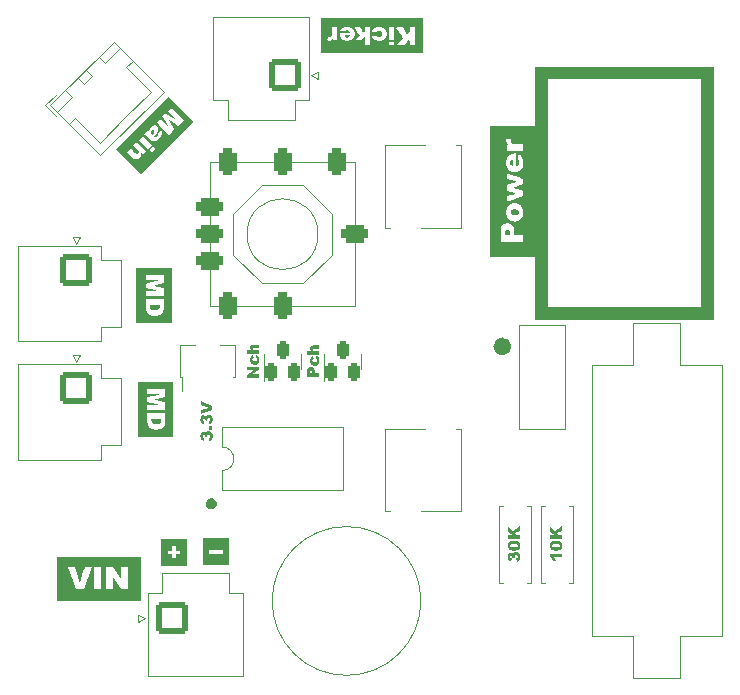
<source format=gbr>
%TF.GenerationSoftware,KiCad,Pcbnew,7.0.6*%
%TF.CreationDate,2023-11-19T20:23:39+09:00*%
%TF.ProjectId,PowerSupply_20230505,506f7765-7253-4757-9070-6c795f323032,rev?*%
%TF.SameCoordinates,Original*%
%TF.FileFunction,Legend,Top*%
%TF.FilePolarity,Positive*%
%FSLAX46Y46*%
G04 Gerber Fmt 4.6, Leading zero omitted, Abs format (unit mm)*
G04 Created by KiCad (PCBNEW 7.0.6) date 2023-11-19 20:23:39*
%MOMM*%
%LPD*%
G01*
G04 APERTURE LIST*
G04 Aperture macros list*
%AMRoundRect*
0 Rectangle with rounded corners*
0 $1 Rounding radius*
0 $2 $3 $4 $5 $6 $7 $8 $9 X,Y pos of 4 corners*
0 Add a 4 corners polygon primitive as box body*
4,1,4,$2,$3,$4,$5,$6,$7,$8,$9,$2,$3,0*
0 Add four circle primitives for the rounded corners*
1,1,$1+$1,$2,$3*
1,1,$1+$1,$4,$5*
1,1,$1+$1,$6,$7*
1,1,$1+$1,$8,$9*
0 Add four rect primitives between the rounded corners*
20,1,$1+$1,$2,$3,$4,$5,0*
20,1,$1+$1,$4,$5,$6,$7,0*
20,1,$1+$1,$6,$7,$8,$9,0*
20,1,$1+$1,$8,$9,$2,$3,0*%
%AMHorizOval*
0 Thick line with rounded ends*
0 $1 width*
0 $2 $3 position (X,Y) of the first rounded end (center of the circle)*
0 $4 $5 position (X,Y) of the second rounded end (center of the circle)*
0 Add line between two ends*
20,1,$1,$2,$3,$4,$5,0*
0 Add two circle primitives to create the rounded ends*
1,1,$1,$2,$3*
1,1,$1,$4,$5*%
%AMFreePoly0*
4,1,9,3.862500,-0.866500,0.737500,-0.866500,0.737500,-0.450000,-0.737500,-0.450000,-0.737500,0.450000,0.737500,0.450000,0.737500,0.866500,3.862500,0.866500,3.862500,-0.866500,3.862500,-0.866500,$1*%
G04 Aperture macros list end*
%ADD10C,0.000000*%
%ADD11C,0.775000*%
%ADD12C,0.150000*%
%ADD13C,0.120000*%
%ADD14C,1.325000*%
%ADD15R,0.900000X1.300000*%
%ADD16FreePoly0,90.000000*%
%ADD17RoundRect,0.250001X1.099999X1.099999X-1.099999X1.099999X-1.099999X-1.099999X1.099999X-1.099999X0*%
%ADD18C,2.700000*%
%ADD19C,2.300000*%
%ADD20C,1.500000*%
%ADD21C,3.200000*%
%ADD22RoundRect,0.250001X-1.099999X1.099999X-1.099999X-1.099999X1.099999X-1.099999X1.099999X1.099999X0*%
%ADD23C,1.600000*%
%ADD24O,1.600000X1.600000*%
%ADD25RoundRect,0.381000X-0.381000X0.762000X-0.381000X-0.762000X0.381000X-0.762000X0.381000X0.762000X0*%
%ADD26RoundRect,0.381000X0.762000X0.381000X-0.762000X0.381000X-0.762000X-0.381000X0.762000X-0.381000X0*%
%ADD27C,2.600000*%
%ADD28RoundRect,0.250000X0.250000X-0.500000X0.250000X0.500000X-0.250000X0.500000X-0.250000X-0.500000X0*%
%ADD29RoundRect,0.250000X0.106066X-0.954594X0.954594X-0.106066X-0.106066X0.954594X-0.954594X0.106066X0*%
%ADD30HorizOval,1.700000X-0.106066X0.106066X0.106066X-0.106066X0*%
%ADD31RoundRect,0.250001X-1.099999X-1.099999X1.099999X-1.099999X1.099999X1.099999X-1.099999X1.099999X0*%
%ADD32R,1.600000X1.600000*%
G04 APERTURE END LIST*
D10*
G36*
X67992512Y-128237680D02*
G01*
X60901680Y-128237681D01*
X60901680Y-127232264D01*
X64076680Y-127232264D01*
X64658763Y-127232264D01*
X64658763Y-125344904D01*
X64076681Y-125344903D01*
X65082096Y-125344903D01*
X65082096Y-127232265D01*
X65646541Y-127232264D01*
X65650069Y-126727791D01*
X65655360Y-126225083D01*
X65999319Y-126727791D01*
X66343278Y-127232265D01*
X66898901Y-127232265D01*
X66898901Y-125344903D01*
X66352097Y-125344903D01*
X66350333Y-125595375D01*
X66348375Y-125713390D01*
X66345261Y-125847612D01*
X66341155Y-125981832D01*
X66336221Y-126099847D01*
X66325638Y-126352083D01*
X65983443Y-125849375D01*
X65639486Y-125344903D01*
X65082096Y-125344903D01*
X64076681Y-125344903D01*
X64076680Y-127232264D01*
X60901680Y-127232264D01*
X60901680Y-125357250D01*
X61818902Y-125357250D01*
X61846464Y-125436184D01*
X61921649Y-125639473D01*
X62169917Y-126297403D01*
X62519167Y-127223444D01*
X63162986Y-127223444D01*
X63510472Y-126288583D01*
X63857957Y-125353722D01*
X63568680Y-125348430D01*
X63509931Y-125347931D01*
X63454882Y-125347741D01*
X63404752Y-125347841D01*
X63360761Y-125348210D01*
X63324129Y-125348827D01*
X63296077Y-125349671D01*
X63277820Y-125350721D01*
X63272749Y-125351318D01*
X63270583Y-125351958D01*
X63264444Y-125366949D01*
X63250574Y-125407383D01*
X63203114Y-125553262D01*
X63053624Y-126025764D01*
X62847250Y-126692514D01*
X62789042Y-126509069D01*
X62704595Y-126235446D01*
X62579138Y-125838793D01*
X62425680Y-125353722D01*
X62122292Y-125348430D01*
X62061144Y-125348014D01*
X62004193Y-125348072D01*
X61952659Y-125348585D01*
X61907758Y-125349533D01*
X61870714Y-125350895D01*
X61842743Y-125352647D01*
X61832540Y-125353666D01*
X61825066Y-125354774D01*
X61820469Y-125355969D01*
X61819296Y-125356599D01*
X61818902Y-125357250D01*
X60901680Y-125357250D01*
X60901681Y-125344903D01*
X60901680Y-124480597D01*
X67992512Y-124480597D01*
X67992512Y-128237680D01*
G37*
G36*
X99662748Y-95070684D02*
G01*
X99689021Y-95071473D01*
X99715382Y-95073009D01*
X99741495Y-95075269D01*
X99767024Y-95078228D01*
X99791633Y-95081865D01*
X99814986Y-95086156D01*
X99836748Y-95091076D01*
X99856582Y-95096604D01*
X99874153Y-95102716D01*
X99889125Y-95109389D01*
X99901573Y-95116319D01*
X99913445Y-95123857D01*
X99924736Y-95131973D01*
X99935437Y-95140633D01*
X99945543Y-95149806D01*
X99955047Y-95159460D01*
X99963942Y-95169563D01*
X99972221Y-95180083D01*
X99979877Y-95190988D01*
X99986903Y-95202245D01*
X99993293Y-95213824D01*
X99999041Y-95225692D01*
X100004138Y-95237817D01*
X100008579Y-95250168D01*
X100012356Y-95262711D01*
X100015463Y-95275415D01*
X100017894Y-95288249D01*
X100019640Y-95301180D01*
X100020696Y-95314176D01*
X100021055Y-95327206D01*
X100020709Y-95340236D01*
X100019653Y-95353236D01*
X100017879Y-95366174D01*
X100015381Y-95379016D01*
X100012151Y-95391732D01*
X100008183Y-95404290D01*
X100003471Y-95416657D01*
X99998007Y-95428801D01*
X99991785Y-95440691D01*
X99984797Y-95452295D01*
X99977038Y-95463580D01*
X99968500Y-95474514D01*
X99955792Y-95488493D01*
X99942737Y-95501345D01*
X99929239Y-95513101D01*
X99915197Y-95523793D01*
X99900515Y-95533451D01*
X99885094Y-95542107D01*
X99868836Y-95549791D01*
X99851642Y-95556535D01*
X99833415Y-95562369D01*
X99814056Y-95567325D01*
X99793467Y-95571433D01*
X99771551Y-95574725D01*
X99748208Y-95577231D01*
X99723340Y-95578983D01*
X99696850Y-95580012D01*
X99668639Y-95580347D01*
X99638483Y-95579770D01*
X99609545Y-95578043D01*
X99581842Y-95575173D01*
X99568459Y-95573313D01*
X99555392Y-95571170D01*
X99542642Y-95568745D01*
X99530213Y-95566040D01*
X99518106Y-95563055D01*
X99506323Y-95559791D01*
X99494867Y-95556249D01*
X99483741Y-95552431D01*
X99472946Y-95548337D01*
X99462484Y-95543967D01*
X99452359Y-95539324D01*
X99442571Y-95534409D01*
X99433124Y-95529221D01*
X99424020Y-95523762D01*
X99415260Y-95518033D01*
X99406848Y-95512035D01*
X99398785Y-95505769D01*
X99391074Y-95499236D01*
X99383717Y-95492437D01*
X99376716Y-95485373D01*
X99370074Y-95478044D01*
X99363793Y-95470453D01*
X99357874Y-95462599D01*
X99352321Y-95454483D01*
X99347135Y-95446108D01*
X99342319Y-95437473D01*
X99337725Y-95428503D01*
X99333532Y-95419460D01*
X99329739Y-95410354D01*
X99326344Y-95401192D01*
X99323346Y-95391986D01*
X99320743Y-95382743D01*
X99318533Y-95373475D01*
X99316715Y-95364189D01*
X99315287Y-95354895D01*
X99314248Y-95345603D01*
X99313596Y-95336322D01*
X99313329Y-95327061D01*
X99313445Y-95317830D01*
X99313944Y-95308638D01*
X99314823Y-95299494D01*
X99316081Y-95290408D01*
X99317717Y-95281390D01*
X99319728Y-95272448D01*
X99322113Y-95263592D01*
X99324870Y-95254831D01*
X99327998Y-95246175D01*
X99331495Y-95237633D01*
X99335360Y-95229214D01*
X99339591Y-95220928D01*
X99344186Y-95212784D01*
X99349144Y-95204791D01*
X99354462Y-95196960D01*
X99360141Y-95189298D01*
X99366177Y-95181817D01*
X99372569Y-95174524D01*
X99379317Y-95167429D01*
X99386417Y-95160542D01*
X99393330Y-95154865D01*
X99400796Y-95149105D01*
X99408749Y-95143303D01*
X99417119Y-95137502D01*
X99425841Y-95131741D01*
X99434848Y-95126064D01*
X99444071Y-95120510D01*
X99453444Y-95115122D01*
X99462900Y-95109941D01*
X99472372Y-95105007D01*
X99481791Y-95100363D01*
X99491092Y-95096050D01*
X99500207Y-95092109D01*
X99509069Y-95088581D01*
X99517610Y-95085508D01*
X99525764Y-95082931D01*
X99544456Y-95078752D01*
X99565251Y-95075459D01*
X99587814Y-95073029D01*
X99611808Y-95071438D01*
X99636898Y-95070664D01*
X99662748Y-95070684D01*
G37*
G36*
X101356680Y-99088723D02*
G01*
X98463903Y-99088723D01*
X97599597Y-99088723D01*
X97599597Y-97854001D01*
X98463903Y-97854001D01*
X100351264Y-97854001D01*
X100351264Y-97271917D01*
X99710221Y-97271917D01*
X99645708Y-97271917D01*
X99645708Y-97042612D01*
X99645137Y-96978736D01*
X99643369Y-96919225D01*
X99640325Y-96863812D01*
X99635924Y-96812231D01*
X99630087Y-96764216D01*
X99622733Y-96719499D01*
X99613782Y-96677817D01*
X99603154Y-96638901D01*
X99597187Y-96620398D01*
X99590770Y-96602487D01*
X99583893Y-96585135D01*
X99576548Y-96568308D01*
X99568723Y-96551973D01*
X99560409Y-96536098D01*
X99551595Y-96520648D01*
X99542273Y-96505590D01*
X99532431Y-96490892D01*
X99522059Y-96476519D01*
X99511148Y-96462439D01*
X99499688Y-96448619D01*
X99475079Y-96421622D01*
X99448153Y-96395264D01*
X99428967Y-96378643D01*
X99409096Y-96363166D01*
X99388517Y-96348821D01*
X99367207Y-96335595D01*
X99345142Y-96323475D01*
X99322300Y-96312448D01*
X99298657Y-96302500D01*
X99274189Y-96293620D01*
X99248874Y-96285794D01*
X99222688Y-96279010D01*
X99195609Y-96273253D01*
X99167612Y-96268512D01*
X99138674Y-96264774D01*
X99108773Y-96262025D01*
X99077885Y-96260253D01*
X99045986Y-96259445D01*
X99019171Y-96259791D01*
X98992968Y-96260829D01*
X98967378Y-96262560D01*
X98942402Y-96264981D01*
X98918043Y-96268094D01*
X98894301Y-96271898D01*
X98871179Y-96276392D01*
X98848678Y-96281576D01*
X98826800Y-96287450D01*
X98805546Y-96294014D01*
X98784918Y-96301267D01*
X98764918Y-96309209D01*
X98745546Y-96317840D01*
X98726806Y-96327159D01*
X98708698Y-96337165D01*
X98691224Y-96347860D01*
X98674385Y-96359241D01*
X98658184Y-96371310D01*
X98642622Y-96384065D01*
X98627700Y-96397507D01*
X98613420Y-96411635D01*
X98599784Y-96426448D01*
X98586793Y-96441947D01*
X98574449Y-96458130D01*
X98562753Y-96474999D01*
X98551708Y-96492552D01*
X98541315Y-96510788D01*
X98531575Y-96529709D01*
X98522490Y-96549313D01*
X98514061Y-96569600D01*
X98506291Y-96590570D01*
X98499180Y-96612223D01*
X98488549Y-96651169D01*
X98480274Y-96691294D01*
X98474066Y-96738571D01*
X98469635Y-96798974D01*
X98466693Y-96878477D01*
X98464950Y-96983053D01*
X98463903Y-97291320D01*
X98463903Y-97854001D01*
X97599597Y-97854001D01*
X97599597Y-95348479D01*
X98951794Y-95348479D01*
X98951833Y-95371847D01*
X98952500Y-95393375D01*
X98957559Y-95449694D01*
X98965440Y-95504184D01*
X98970428Y-95530726D01*
X98976111Y-95556792D01*
X98982483Y-95582375D01*
X98989542Y-95607468D01*
X98997282Y-95632064D01*
X99005701Y-95656159D01*
X99014794Y-95679744D01*
X99024558Y-95702814D01*
X99034988Y-95725362D01*
X99046081Y-95747382D01*
X99057833Y-95768866D01*
X99070240Y-95789810D01*
X99083297Y-95810205D01*
X99097003Y-95830047D01*
X99111351Y-95849327D01*
X99126339Y-95868041D01*
X99141963Y-95886181D01*
X99158219Y-95903741D01*
X99175102Y-95920714D01*
X99192609Y-95937094D01*
X99210737Y-95952875D01*
X99229480Y-95968050D01*
X99248836Y-95982613D01*
X99268801Y-95996557D01*
X99289370Y-96009875D01*
X99310540Y-96022562D01*
X99332307Y-96034611D01*
X99354667Y-96046014D01*
X99386399Y-96061466D01*
X99401117Y-96067963D01*
X99415383Y-96073713D01*
X99429431Y-96078771D01*
X99443498Y-96083190D01*
X99457818Y-96087026D01*
X99472627Y-96090332D01*
X99488158Y-96093163D01*
X99504649Y-96095572D01*
X99522333Y-96097615D01*
X99541446Y-96099345D01*
X99584899Y-96102083D01*
X99636889Y-96104223D01*
X99687859Y-96105680D01*
X99710221Y-96105979D01*
X99730788Y-96105959D01*
X99749774Y-96105599D01*
X99767392Y-96104874D01*
X99783859Y-96103762D01*
X99799387Y-96102238D01*
X99814192Y-96100281D01*
X99828488Y-96097867D01*
X99842489Y-96094971D01*
X99856410Y-96091572D01*
X99870466Y-96087646D01*
X99884870Y-96083170D01*
X99899838Y-96078120D01*
X99915583Y-96072473D01*
X99969006Y-96049854D01*
X100019432Y-96023732D01*
X100066799Y-95994198D01*
X100111044Y-95961348D01*
X100152106Y-95925272D01*
X100189923Y-95886065D01*
X100224432Y-95843820D01*
X100255573Y-95798629D01*
X100283282Y-95750585D01*
X100307497Y-95699782D01*
X100328157Y-95646313D01*
X100345200Y-95590270D01*
X100358564Y-95531746D01*
X100368186Y-95470835D01*
X100374005Y-95407630D01*
X100375958Y-95342223D01*
X100374878Y-95291651D01*
X100372282Y-95243080D01*
X100368141Y-95196441D01*
X100362426Y-95151668D01*
X100355109Y-95108693D01*
X100346161Y-95067449D01*
X100335555Y-95027869D01*
X100323262Y-94989886D01*
X100309253Y-94953432D01*
X100293500Y-94918441D01*
X100275974Y-94884846D01*
X100256647Y-94852578D01*
X100235492Y-94821571D01*
X100212478Y-94791758D01*
X100187578Y-94763072D01*
X100160764Y-94735445D01*
X100130380Y-94707960D01*
X100098194Y-94682418D01*
X100064343Y-94658860D01*
X100028968Y-94637329D01*
X99992208Y-94617864D01*
X99954203Y-94600507D01*
X99915091Y-94585301D01*
X99875014Y-94572285D01*
X99834109Y-94561502D01*
X99792517Y-94552993D01*
X99750378Y-94546798D01*
X99707830Y-94542961D01*
X99665014Y-94541521D01*
X99622068Y-94542520D01*
X99579133Y-94545999D01*
X99536347Y-94552000D01*
X99487633Y-94561897D01*
X99440739Y-94574366D01*
X99395705Y-94589378D01*
X99352572Y-94606902D01*
X99311382Y-94626905D01*
X99272177Y-94649359D01*
X99234998Y-94674231D01*
X99199885Y-94701490D01*
X99166881Y-94731106D01*
X99136027Y-94763047D01*
X99107364Y-94797283D01*
X99080933Y-94833782D01*
X99056776Y-94872513D01*
X99034934Y-94913446D01*
X99015449Y-94956549D01*
X98998361Y-95001792D01*
X98995140Y-95012008D01*
X98993137Y-95018360D01*
X98988071Y-95037428D01*
X98978545Y-95081829D01*
X98970053Y-95132513D01*
X98962863Y-95187001D01*
X98957244Y-95242811D01*
X98953464Y-95297464D01*
X98951794Y-95348479D01*
X97599597Y-95348479D01*
X97599597Y-93008598D01*
X98973666Y-93008598D01*
X98978958Y-93244959D01*
X98984250Y-93481320D01*
X99398764Y-93618903D01*
X99481346Y-93646829D01*
X99557376Y-93673308D01*
X99625261Y-93697720D01*
X99683411Y-93719445D01*
X99730234Y-93737862D01*
X99748900Y-93745637D01*
X99764137Y-93752353D01*
X99775746Y-93757931D01*
X99783529Y-93762295D01*
X99785924Y-93763998D01*
X99787287Y-93765367D01*
X99787593Y-93766395D01*
X99786819Y-93767070D01*
X99745781Y-93778976D01*
X99652984Y-93804112D01*
X99522153Y-93838508D01*
X99367014Y-93878195D01*
X98975431Y-93978737D01*
X98975431Y-94234501D01*
X98975494Y-94269597D01*
X98975689Y-94301542D01*
X98976024Y-94330448D01*
X98976505Y-94356429D01*
X98977142Y-94379599D01*
X98977942Y-94400072D01*
X98978912Y-94417961D01*
X98980061Y-94433379D01*
X98981395Y-94446441D01*
X98982135Y-94452124D01*
X98982924Y-94457260D01*
X98983763Y-94461865D01*
X98984653Y-94465951D01*
X98985596Y-94469533D01*
X98986593Y-94472626D01*
X98987643Y-94475243D01*
X98988749Y-94477399D01*
X98989911Y-94479108D01*
X98991130Y-94480384D01*
X98992407Y-94481242D01*
X98993743Y-94481695D01*
X98995140Y-94481758D01*
X98996597Y-94481445D01*
X99684514Y-94227445D01*
X100351264Y-93982264D01*
X100351264Y-93506015D01*
X99940278Y-93371959D01*
X99531055Y-93239667D01*
X99940278Y-93102084D01*
X100351264Y-92964501D01*
X100351264Y-92495306D01*
X100301875Y-92475904D01*
X100035087Y-92375913D01*
X99669252Y-92241658D01*
X99594996Y-92214407D01*
X99180703Y-92064146D01*
X98991305Y-91997889D01*
X98990334Y-91998192D01*
X98989403Y-91999094D01*
X98987664Y-92002647D01*
X98986085Y-92008459D01*
X98984663Y-92016438D01*
X98982283Y-92038538D01*
X98980502Y-92068224D01*
X98979299Y-92104774D01*
X98978655Y-92147462D01*
X98978548Y-92195566D01*
X98978958Y-92248362D01*
X98984250Y-92497070D01*
X99381125Y-92599376D01*
X99669521Y-92673018D01*
X99804458Y-92706973D01*
X99805217Y-92707493D01*
X99804864Y-92708386D01*
X99800923Y-92711252D01*
X99780811Y-92721029D01*
X99745733Y-92735684D01*
X99697302Y-92754598D01*
X99566829Y-92802719D01*
X99402292Y-92860431D01*
X98973666Y-93008598D01*
X97599597Y-93008598D01*
X97599597Y-91164269D01*
X98950281Y-91164269D01*
X98950903Y-91191014D01*
X98952610Y-91219105D01*
X98955351Y-91248260D01*
X98959073Y-91278198D01*
X98963726Y-91308638D01*
X98969257Y-91339297D01*
X98975615Y-91369894D01*
X98982748Y-91400148D01*
X98990604Y-91429776D01*
X98999133Y-91458498D01*
X99008281Y-91486030D01*
X99017998Y-91512093D01*
X99028232Y-91536404D01*
X99038930Y-91558681D01*
X99049938Y-91580004D01*
X99061175Y-91600360D01*
X99072707Y-91619817D01*
X99084599Y-91638442D01*
X99096913Y-91656302D01*
X99109717Y-91673465D01*
X99123073Y-91689997D01*
X99137047Y-91705966D01*
X99151703Y-91721439D01*
X99167105Y-91736483D01*
X99183319Y-91751165D01*
X99200409Y-91765552D01*
X99218439Y-91779713D01*
X99237475Y-91793713D01*
X99257580Y-91807620D01*
X99278819Y-91821501D01*
X99303046Y-91836307D01*
X99328063Y-91849970D01*
X99353815Y-91862494D01*
X99380243Y-91873883D01*
X99434903Y-91893275D01*
X99491588Y-91908179D01*
X99549845Y-91918629D01*
X99609218Y-91924657D01*
X99669252Y-91926298D01*
X99729493Y-91923586D01*
X99789486Y-91916553D01*
X99848776Y-91905234D01*
X99906908Y-91889661D01*
X99963429Y-91869870D01*
X100017882Y-91845892D01*
X100069813Y-91817763D01*
X100094691Y-91802151D01*
X100118768Y-91785514D01*
X100141987Y-91767856D01*
X100164291Y-91749181D01*
X100191938Y-91723686D01*
X100217373Y-91697353D01*
X100240659Y-91670008D01*
X100261856Y-91641474D01*
X100281028Y-91611576D01*
X100298237Y-91580137D01*
X100313543Y-91546984D01*
X100327010Y-91511938D01*
X100338699Y-91474826D01*
X100348673Y-91435471D01*
X100356993Y-91393698D01*
X100363721Y-91349330D01*
X100368920Y-91302193D01*
X100372651Y-91252110D01*
X100374976Y-91198905D01*
X100375958Y-91142404D01*
X100375719Y-91085997D01*
X100374291Y-91033039D01*
X100371602Y-90983301D01*
X100367580Y-90936552D01*
X100362152Y-90892563D01*
X100355246Y-90851104D01*
X100351264Y-90832660D01*
X100346790Y-90811944D01*
X100336712Y-90774853D01*
X100324938Y-90739603D01*
X100311397Y-90705962D01*
X100296016Y-90673701D01*
X100278724Y-90642589D01*
X100259447Y-90612398D01*
X100238113Y-90582896D01*
X100214650Y-90553855D01*
X100188986Y-90525043D01*
X100173611Y-90508834D01*
X100156933Y-90492273D01*
X100139470Y-90475837D01*
X100121738Y-90460000D01*
X100104254Y-90445237D01*
X100095766Y-90438408D01*
X100087535Y-90432025D01*
X100079623Y-90426149D01*
X100072097Y-90420839D01*
X100065020Y-90416154D01*
X100058458Y-90412154D01*
X99998486Y-90376876D01*
X99991430Y-90415682D01*
X99989136Y-90427905D01*
X99986304Y-90447983D01*
X99979524Y-90507404D01*
X99972083Y-90585346D01*
X99964972Y-90673209D01*
X99961894Y-90709409D01*
X99959284Y-90741470D01*
X99957155Y-90769676D01*
X99955519Y-90794311D01*
X99954890Y-90805378D01*
X99954389Y-90815660D01*
X99954018Y-90825190D01*
X99953779Y-90834006D01*
X99953672Y-90842142D01*
X99953701Y-90849633D01*
X99953866Y-90856517D01*
X99954168Y-90862827D01*
X99954610Y-90868600D01*
X99955193Y-90873872D01*
X99955919Y-90878676D01*
X99956790Y-90883050D01*
X99957806Y-90887029D01*
X99958970Y-90890648D01*
X99960283Y-90893942D01*
X99961747Y-90896948D01*
X99963364Y-90899700D01*
X99965134Y-90902235D01*
X99967060Y-90904588D01*
X99969144Y-90906794D01*
X99971386Y-90908889D01*
X99973789Y-90910908D01*
X99976354Y-90912888D01*
X99979083Y-90914863D01*
X99987651Y-90921909D01*
X99996116Y-90930389D01*
X100004415Y-90940167D01*
X100012487Y-90951105D01*
X100020269Y-90963066D01*
X100027700Y-90975913D01*
X100034718Y-90989509D01*
X100041260Y-91003718D01*
X100047265Y-91018402D01*
X100052670Y-91033425D01*
X100057414Y-91048649D01*
X100061435Y-91063938D01*
X100064670Y-91079155D01*
X100067057Y-91094162D01*
X100068535Y-91108823D01*
X100069041Y-91123001D01*
X100068805Y-91135464D01*
X100068097Y-91147715D01*
X100066924Y-91159748D01*
X100065290Y-91171556D01*
X100063200Y-91183134D01*
X100060658Y-91194477D01*
X100057671Y-91205578D01*
X100054241Y-91216432D01*
X100050375Y-91227032D01*
X100046078Y-91237374D01*
X100041353Y-91247450D01*
X100036206Y-91257256D01*
X100030642Y-91266786D01*
X100024666Y-91276033D01*
X100018281Y-91284992D01*
X100011495Y-91293657D01*
X100004310Y-91302023D01*
X99996732Y-91310083D01*
X99988766Y-91317831D01*
X99980416Y-91325263D01*
X99971688Y-91332371D01*
X99962587Y-91339151D01*
X99953116Y-91345596D01*
X99943282Y-91351700D01*
X99933088Y-91357459D01*
X99922540Y-91362865D01*
X99911643Y-91367913D01*
X99900401Y-91372598D01*
X99888819Y-91376914D01*
X99876902Y-91380854D01*
X99864655Y-91384412D01*
X99852083Y-91387584D01*
X99804458Y-91398168D01*
X99804458Y-90339835D01*
X99710972Y-90339835D01*
X99686260Y-90340323D01*
X99660536Y-90341757D01*
X99633984Y-90344091D01*
X99606792Y-90347276D01*
X99579145Y-90351268D01*
X99551230Y-90356020D01*
X99523232Y-90361485D01*
X99495337Y-90367616D01*
X99467731Y-90374367D01*
X99440601Y-90381692D01*
X99414132Y-90389545D01*
X99388511Y-90397877D01*
X99363924Y-90406644D01*
X99340555Y-90415799D01*
X99318593Y-90425294D01*
X99298222Y-90435084D01*
X99264461Y-90453604D01*
X99232025Y-90474679D01*
X99200999Y-90498177D01*
X99171470Y-90523968D01*
X99143522Y-90551918D01*
X99117241Y-90581897D01*
X99092711Y-90613772D01*
X99070019Y-90647412D01*
X99049249Y-90682685D01*
X99030486Y-90719460D01*
X99013817Y-90757603D01*
X98999326Y-90796984D01*
X98987098Y-90837472D01*
X98977218Y-90878933D01*
X98969773Y-90921236D01*
X98964847Y-90964251D01*
X98960933Y-91009037D01*
X98957351Y-91052666D01*
X98952500Y-91115945D01*
X98950796Y-91139152D01*
X98950281Y-91164269D01*
X97599597Y-91164269D01*
X97599597Y-89289701D01*
X98953904Y-89289701D01*
X98954536Y-89306885D01*
X98955824Y-89323036D01*
X98957792Y-89337946D01*
X98961063Y-89353538D01*
X98964947Y-89368593D01*
X98969477Y-89383152D01*
X98974686Y-89397257D01*
X98980609Y-89410947D01*
X98987278Y-89424266D01*
X98994728Y-89437254D01*
X99002991Y-89449953D01*
X99012102Y-89462403D01*
X99022094Y-89474647D01*
X99033001Y-89486726D01*
X99044856Y-89498680D01*
X99057693Y-89510552D01*
X99071545Y-89522382D01*
X99086446Y-89534213D01*
X99102430Y-89546085D01*
X99174750Y-89599002D01*
X98975431Y-89599002D01*
X98975431Y-90092891D01*
X100351264Y-90092891D01*
X100351264Y-89567252D01*
X99975555Y-89558432D01*
X99903660Y-89556722D01*
X99839105Y-89554839D01*
X99781377Y-89552692D01*
X99729961Y-89550192D01*
X99684344Y-89547247D01*
X99644010Y-89543766D01*
X99608446Y-89539661D01*
X99592291Y-89537346D01*
X99577137Y-89534840D01*
X99562918Y-89532133D01*
X99549570Y-89529213D01*
X99537028Y-89526069D01*
X99525230Y-89522689D01*
X99514109Y-89519063D01*
X99503603Y-89515178D01*
X99493646Y-89511025D01*
X99484174Y-89506590D01*
X99475124Y-89501864D01*
X99466431Y-89496834D01*
X99458030Y-89491490D01*
X99449858Y-89485820D01*
X99441850Y-89479812D01*
X99433941Y-89473456D01*
X99418166Y-89459654D01*
X99410285Y-89452222D01*
X99403156Y-89445092D01*
X99396745Y-89438194D01*
X99391019Y-89431459D01*
X99385944Y-89424818D01*
X99381486Y-89418199D01*
X99377613Y-89411534D01*
X99374290Y-89404753D01*
X99371483Y-89397786D01*
X99369160Y-89390563D01*
X99367286Y-89383014D01*
X99365829Y-89375070D01*
X99364753Y-89366661D01*
X99364027Y-89357717D01*
X99363616Y-89348169D01*
X99363486Y-89337946D01*
X99363567Y-89330224D01*
X99363806Y-89322309D01*
X99364726Y-89306113D01*
X99366183Y-89289794D01*
X99368116Y-89273784D01*
X99370462Y-89258519D01*
X99373160Y-89244432D01*
X99374621Y-89237966D01*
X99376147Y-89231957D01*
X99377729Y-89226460D01*
X99379361Y-89221529D01*
X99382362Y-89214018D01*
X99384601Y-89207249D01*
X99385853Y-89201054D01*
X99385893Y-89195264D01*
X99385388Y-89192469D01*
X99384496Y-89189712D01*
X99383189Y-89186972D01*
X99381438Y-89184229D01*
X99376494Y-89178649D01*
X99369439Y-89172802D01*
X99360048Y-89166521D01*
X99348097Y-89159638D01*
X99333360Y-89151985D01*
X99315613Y-89143395D01*
X99270189Y-89122727D01*
X99210028Y-89096293D01*
X99172542Y-89080229D01*
X99137350Y-89065343D01*
X99105259Y-89051986D01*
X99077074Y-89040511D01*
X99053603Y-89031267D01*
X99035651Y-89024608D01*
X99028996Y-89022357D01*
X99024023Y-89020884D01*
X99020834Y-89020232D01*
X99019939Y-89020228D01*
X99019528Y-89020446D01*
X99010488Y-89036100D01*
X99006832Y-89042650D01*
X99002908Y-89049963D01*
X98998860Y-89057897D01*
X98994833Y-89066307D01*
X98989049Y-89078117D01*
X98983619Y-89091580D01*
X98978567Y-89106490D01*
X98973915Y-89122641D01*
X98969686Y-89139825D01*
X98965905Y-89157836D01*
X98962594Y-89176467D01*
X98959776Y-89195512D01*
X98957475Y-89214763D01*
X98955714Y-89234014D01*
X98954517Y-89253059D01*
X98953905Y-89271690D01*
X98953904Y-89289701D01*
X97599597Y-89289701D01*
X97599597Y-88046779D01*
X101356680Y-88046779D01*
X101356680Y-99088723D01*
G37*
G36*
X69732846Y-112900286D02*
G01*
X69732716Y-112910591D01*
X69732336Y-112921337D01*
X69730883Y-112943811D01*
X69728604Y-112967011D01*
X69725614Y-112990245D01*
X69722028Y-113012817D01*
X69717963Y-113034034D01*
X69713534Y-113053199D01*
X69711219Y-113061796D01*
X69708857Y-113069620D01*
X69699339Y-113095725D01*
X69688145Y-113119577D01*
X69675119Y-113141237D01*
X69660107Y-113160769D01*
X69642954Y-113178234D01*
X69623504Y-113193693D01*
X69601602Y-113207210D01*
X69577094Y-113218845D01*
X69549825Y-113228661D01*
X69519638Y-113236721D01*
X69486380Y-113243085D01*
X69449896Y-113247817D01*
X69410030Y-113250978D01*
X69366627Y-113252629D01*
X69319532Y-113252834D01*
X69268590Y-113251654D01*
X69215979Y-113249956D01*
X69193547Y-113248975D01*
X69173406Y-113247861D01*
X69155341Y-113246582D01*
X69139135Y-113245105D01*
X69124569Y-113243396D01*
X69111428Y-113241423D01*
X69099494Y-113239152D01*
X69088549Y-113236550D01*
X69078379Y-113233584D01*
X69068764Y-113230222D01*
X69059488Y-113226430D01*
X69050334Y-113222174D01*
X69041085Y-113217423D01*
X69031524Y-113212142D01*
X69016253Y-113203098D01*
X69002163Y-113193362D01*
X68989210Y-113182842D01*
X68977350Y-113171441D01*
X68966540Y-113159064D01*
X68956737Y-113145616D01*
X68947898Y-113131003D01*
X68939978Y-113115128D01*
X68932934Y-113097898D01*
X68926724Y-113079217D01*
X68921303Y-113058989D01*
X68916628Y-113037120D01*
X68912656Y-113013515D01*
X68909344Y-112988079D01*
X68906647Y-112960716D01*
X68904523Y-112931331D01*
X68896057Y-112802920D01*
X69732846Y-112802920D01*
X69732846Y-112900286D01*
G37*
G36*
X75487597Y-125195347D02*
G01*
X73243931Y-125195348D01*
X73243931Y-123904181D01*
X73804847Y-123904181D01*
X73804847Y-124232265D01*
X74926680Y-124232264D01*
X74926681Y-123904181D01*
X73804847Y-123904181D01*
X73243931Y-123904181D01*
X73243931Y-122941098D01*
X75487597Y-122941098D01*
X75487597Y-125195347D01*
G37*
G36*
X85529561Y-80322794D02*
G01*
X85568114Y-80323369D01*
X85603094Y-80324310D01*
X85633641Y-80325597D01*
X85658898Y-80327215D01*
X85669273Y-80328143D01*
X85678004Y-80329146D01*
X85684981Y-80330226D01*
X85690098Y-80331376D01*
X85691924Y-80331978D01*
X85693247Y-80332598D01*
X85694049Y-80333233D01*
X85694319Y-80333887D01*
X85694080Y-80340882D01*
X85693370Y-80348092D01*
X85692209Y-80355490D01*
X85690616Y-80363052D01*
X85688609Y-80370753D01*
X85686208Y-80378567D01*
X85683431Y-80386469D01*
X85680297Y-80394433D01*
X85673030Y-80410448D01*
X85664554Y-80426409D01*
X85655020Y-80442114D01*
X85644578Y-80457360D01*
X85633375Y-80471944D01*
X85621559Y-80485664D01*
X85609281Y-80498318D01*
X85596688Y-80509702D01*
X85590320Y-80514856D01*
X85583931Y-80519616D01*
X85577536Y-80523956D01*
X85571155Y-80527855D01*
X85564810Y-80531283D01*
X85558514Y-80534216D01*
X85552288Y-80536630D01*
X85546153Y-80538499D01*
X85536980Y-80540586D01*
X85527013Y-80542098D01*
X85516379Y-80543056D01*
X85505208Y-80543482D01*
X85493635Y-80543393D01*
X85481785Y-80542815D01*
X85469790Y-80541763D01*
X85457782Y-80540261D01*
X85445889Y-80538330D01*
X85434243Y-80535991D01*
X85422971Y-80533261D01*
X85412208Y-80530164D01*
X85402080Y-80526720D01*
X85392720Y-80522949D01*
X85384257Y-80518872D01*
X85376819Y-80514509D01*
X85368271Y-80508476D01*
X85360096Y-80502022D01*
X85352301Y-80495159D01*
X85344893Y-80487897D01*
X85337884Y-80480247D01*
X85331279Y-80472217D01*
X85325087Y-80463820D01*
X85319317Y-80455067D01*
X85313978Y-80445965D01*
X85309076Y-80436527D01*
X85304620Y-80426761D01*
X85300620Y-80416680D01*
X85297082Y-80406293D01*
X85294016Y-80395610D01*
X85291430Y-80384641D01*
X85289330Y-80373399D01*
X85280865Y-80322598D01*
X85488297Y-80322598D01*
X85529561Y-80322794D01*
G37*
G36*
X71950347Y-125246097D02*
G01*
X69706680Y-125246096D01*
X69706680Y-124272430D01*
X70309929Y-124272430D01*
X70669763Y-124272430D01*
X70669763Y-124632264D01*
X70976680Y-124632264D01*
X70976680Y-124272430D01*
X71336513Y-124272430D01*
X71336513Y-123965514D01*
X70976679Y-123965514D01*
X70976679Y-123605680D01*
X70669764Y-123605680D01*
X70669764Y-123965514D01*
X70309930Y-123965514D01*
X70309929Y-124272430D01*
X69706680Y-124272430D01*
X69706680Y-122991847D01*
X71950346Y-122991847D01*
X71950347Y-125246097D01*
G37*
G36*
X69609600Y-103255888D02*
G01*
X69609470Y-103266193D01*
X69609090Y-103276939D01*
X69607637Y-103299413D01*
X69605358Y-103322613D01*
X69602368Y-103345847D01*
X69598782Y-103368419D01*
X69594717Y-103389636D01*
X69590288Y-103408801D01*
X69587973Y-103417398D01*
X69585611Y-103425222D01*
X69576093Y-103451327D01*
X69564899Y-103475179D01*
X69551873Y-103496839D01*
X69536861Y-103516371D01*
X69519708Y-103533836D01*
X69500258Y-103549295D01*
X69478356Y-103562812D01*
X69453848Y-103574447D01*
X69426579Y-103584263D01*
X69396392Y-103592323D01*
X69363134Y-103598687D01*
X69326650Y-103603419D01*
X69286784Y-103606580D01*
X69243381Y-103608231D01*
X69196286Y-103608436D01*
X69145344Y-103607256D01*
X69092733Y-103605558D01*
X69070301Y-103604577D01*
X69050160Y-103603463D01*
X69032095Y-103602184D01*
X69015889Y-103600707D01*
X69001323Y-103598998D01*
X68988182Y-103597025D01*
X68976248Y-103594754D01*
X68965303Y-103592152D01*
X68955133Y-103589186D01*
X68945518Y-103585824D01*
X68936242Y-103582032D01*
X68927088Y-103577776D01*
X68917839Y-103573025D01*
X68908278Y-103567744D01*
X68893007Y-103558700D01*
X68878917Y-103548964D01*
X68865964Y-103538444D01*
X68854104Y-103527043D01*
X68843294Y-103514666D01*
X68833491Y-103501218D01*
X68824652Y-103486605D01*
X68816732Y-103470730D01*
X68809688Y-103453500D01*
X68803478Y-103434819D01*
X68798057Y-103414591D01*
X68793382Y-103392722D01*
X68789410Y-103369117D01*
X68786098Y-103343681D01*
X68783401Y-103316318D01*
X68781277Y-103286933D01*
X68772811Y-103158522D01*
X69609600Y-103158522D01*
X69609600Y-103255888D01*
G37*
D11*
X99014180Y-106682264D02*
G75*
G03*
X99014180Y-106682264I-387500J0D01*
G01*
D10*
G36*
X99084989Y-96832006D02*
G01*
X99108087Y-96835220D01*
X99118972Y-96837648D01*
X99129418Y-96840630D01*
X99139429Y-96844173D01*
X99149008Y-96848281D01*
X99158158Y-96852960D01*
X99166882Y-96858215D01*
X99175184Y-96864052D01*
X99183066Y-96870477D01*
X99190533Y-96877495D01*
X99197587Y-96885112D01*
X99204231Y-96893332D01*
X99210469Y-96902162D01*
X99216303Y-96911607D01*
X99221738Y-96921672D01*
X99226777Y-96932363D01*
X99231422Y-96943686D01*
X99239544Y-96968247D01*
X99246132Y-96995400D01*
X99251211Y-97025188D01*
X99254807Y-97057656D01*
X99256946Y-97092848D01*
X99257653Y-97130806D01*
X99257653Y-97271917D01*
X98851958Y-97271917D01*
X98851958Y-97120223D01*
X98852571Y-97080930D01*
X98854463Y-97044995D01*
X98855913Y-97028253D01*
X98857714Y-97012307D01*
X98859874Y-96997144D01*
X98862404Y-96982749D01*
X98865314Y-96969110D01*
X98868613Y-96956210D01*
X98872313Y-96944037D01*
X98876422Y-96932575D01*
X98880951Y-96921811D01*
X98885910Y-96911731D01*
X98891309Y-96902319D01*
X98897158Y-96893563D01*
X98903467Y-96885447D01*
X98910245Y-96877958D01*
X98917504Y-96871082D01*
X98925253Y-96864803D01*
X98933501Y-96859109D01*
X98942260Y-96853984D01*
X98951538Y-96849415D01*
X98961347Y-96845387D01*
X98971695Y-96841886D01*
X98982594Y-96838898D01*
X98994053Y-96836409D01*
X99006081Y-96834404D01*
X99018690Y-96832869D01*
X99031889Y-96831791D01*
X99045688Y-96831154D01*
X99060097Y-96830945D01*
X99084989Y-96832006D01*
G37*
G36*
X99507900Y-90886760D02*
G01*
X99513878Y-90887353D01*
X99519060Y-90888768D01*
X99523504Y-90891353D01*
X99527265Y-90895457D01*
X99530401Y-90901430D01*
X99532968Y-90909619D01*
X99535024Y-90920374D01*
X99536625Y-90934044D01*
X99537828Y-90950977D01*
X99539269Y-90996029D01*
X99539799Y-91058319D01*
X99539875Y-91140640D01*
X99539875Y-91394639D01*
X99481666Y-91382293D01*
X99462333Y-91377135D01*
X99443416Y-91370965D01*
X99424999Y-91363844D01*
X99407170Y-91355834D01*
X99390012Y-91346997D01*
X99373611Y-91337396D01*
X99358053Y-91327091D01*
X99343422Y-91316146D01*
X99329804Y-91304622D01*
X99317284Y-91292582D01*
X99311462Y-91286387D01*
X99305947Y-91280086D01*
X99300749Y-91273688D01*
X99295879Y-91267198D01*
X99291348Y-91260626D01*
X99287165Y-91253980D01*
X99283343Y-91247266D01*
X99279891Y-91240492D01*
X99276820Y-91233667D01*
X99274140Y-91226798D01*
X99271863Y-91219893D01*
X99270000Y-91212959D01*
X99267410Y-91201096D01*
X99265261Y-91189324D01*
X99263550Y-91177652D01*
X99262272Y-91166089D01*
X99261425Y-91154643D01*
X99261004Y-91143324D01*
X99261007Y-91132140D01*
X99261428Y-91121099D01*
X99262266Y-91110211D01*
X99263517Y-91099484D01*
X99265176Y-91088927D01*
X99267240Y-91078549D01*
X99269707Y-91068358D01*
X99272571Y-91058363D01*
X99275830Y-91048572D01*
X99279481Y-91038996D01*
X99283519Y-91029641D01*
X99287941Y-91020517D01*
X99292743Y-91011633D01*
X99297922Y-91002998D01*
X99303475Y-90994619D01*
X99309397Y-90986507D01*
X99315686Y-90978668D01*
X99322338Y-90971113D01*
X99329348Y-90963850D01*
X99336715Y-90956888D01*
X99344433Y-90950235D01*
X99352500Y-90943901D01*
X99360911Y-90937893D01*
X99369664Y-90932220D01*
X99378755Y-90926892D01*
X99388180Y-90921917D01*
X99395901Y-90918324D01*
X99403811Y-90914831D01*
X99411849Y-90911457D01*
X99419958Y-90908220D01*
X99428077Y-90905138D01*
X99436146Y-90902229D01*
X99444108Y-90899511D01*
X99451901Y-90897002D01*
X99459467Y-90894721D01*
X99466746Y-90892686D01*
X99473679Y-90890914D01*
X99480206Y-90889423D01*
X99486268Y-90888233D01*
X99491805Y-90887360D01*
X99496759Y-90886823D01*
X99501069Y-90886640D01*
X99507900Y-90886760D01*
G37*
G36*
X68438377Y-100011744D02*
G01*
X70639711Y-100011744D01*
X70639711Y-104696633D01*
X67634044Y-104696633D01*
X67634044Y-103065389D01*
X68438377Y-103065389D01*
X68439243Y-103214583D01*
X68440405Y-103279872D01*
X68442126Y-103339519D01*
X68444458Y-103393949D01*
X68447456Y-103443586D01*
X68451173Y-103488852D01*
X68455664Y-103530173D01*
X68460981Y-103567972D01*
X68467178Y-103602672D01*
X68474310Y-103634697D01*
X68482431Y-103664471D01*
X68491592Y-103692418D01*
X68501850Y-103718962D01*
X68513257Y-103744526D01*
X68525866Y-103769533D01*
X68540848Y-103795185D01*
X68557677Y-103820228D01*
X68576251Y-103844586D01*
X68596466Y-103868179D01*
X68618219Y-103890928D01*
X68641407Y-103912755D01*
X68665925Y-103933582D01*
X68691672Y-103953330D01*
X68718543Y-103971921D01*
X68746435Y-103989275D01*
X68775245Y-104005315D01*
X68804869Y-104019961D01*
X68835205Y-104033136D01*
X68866148Y-104044760D01*
X68897596Y-104054756D01*
X68929444Y-104063044D01*
X68946601Y-104066142D01*
X68969859Y-104069042D01*
X68998178Y-104071676D01*
X69030515Y-104073980D01*
X69065829Y-104075888D01*
X69103077Y-104077332D01*
X69141218Y-104078247D01*
X69179211Y-104078566D01*
X69231927Y-104078210D01*
X69281718Y-104076577D01*
X69328768Y-104073612D01*
X69373261Y-104069262D01*
X69415381Y-104063474D01*
X69455312Y-104056193D01*
X69493238Y-104047366D01*
X69529343Y-104036939D01*
X69563811Y-104024858D01*
X69596825Y-104011070D01*
X69628571Y-103995521D01*
X69659231Y-103978157D01*
X69688990Y-103958925D01*
X69718032Y-103937770D01*
X69746540Y-103914639D01*
X69774699Y-103889478D01*
X69789450Y-103874710D01*
X69803542Y-103859508D01*
X69816976Y-103843868D01*
X69829755Y-103827786D01*
X69841881Y-103811257D01*
X69853355Y-103794277D01*
X69864181Y-103776843D01*
X69874359Y-103758950D01*
X69883893Y-103740594D01*
X69892784Y-103721770D01*
X69901034Y-103702476D01*
X69908645Y-103682706D01*
X69915620Y-103662456D01*
X69921960Y-103641723D01*
X69927667Y-103620502D01*
X69932744Y-103598789D01*
X69936247Y-103575087D01*
X69939337Y-103538552D01*
X69941996Y-103490243D01*
X69944209Y-103431219D01*
X69947230Y-103285257D01*
X69948266Y-103109133D01*
X69948266Y-102692855D01*
X68438377Y-102692855D01*
X68438377Y-103065389D01*
X67634044Y-103065389D01*
X67634044Y-101359355D01*
X68436966Y-101359355D01*
X68441200Y-101534333D01*
X68445433Y-101709311D01*
X68875822Y-101820789D01*
X69217487Y-101908630D01*
X69433211Y-101964722D01*
X69560211Y-101998589D01*
X69000000Y-102000000D01*
X68438377Y-102001411D01*
X68438377Y-102382411D01*
X69948266Y-102382411D01*
X69948266Y-101767167D01*
X69510822Y-101655689D01*
X69423151Y-101633287D01*
X69341268Y-101611944D01*
X69266992Y-101592189D01*
X69202141Y-101574550D01*
X69148536Y-101559557D01*
X69107994Y-101547739D01*
X69082335Y-101539625D01*
X69075655Y-101537122D01*
X69073377Y-101535744D01*
X69075623Y-101534133D01*
X69082213Y-101531456D01*
X69107553Y-101523133D01*
X69200730Y-101496233D01*
X69338887Y-101458751D01*
X69508000Y-101414389D01*
X69941211Y-101301500D01*
X69945444Y-100988233D01*
X69948266Y-100674967D01*
X68438377Y-100674967D01*
X68438377Y-101070078D01*
X68985889Y-101071489D01*
X69343914Y-101071930D01*
X69395438Y-101073260D01*
X69431430Y-101075755D01*
X69451721Y-101079756D01*
X69455926Y-101082426D01*
X69456141Y-101085600D01*
X69452347Y-101089319D01*
X69444521Y-101093627D01*
X69416691Y-101104176D01*
X69372481Y-101117586D01*
X69311723Y-101134195D01*
X68899811Y-101239411D01*
X68436966Y-101359355D01*
X67634044Y-101359355D01*
X67634044Y-100011744D01*
X68438377Y-100011744D01*
G37*
G36*
X72009205Y-87163343D02*
G01*
X72498131Y-87652268D01*
X68047915Y-92102484D01*
X66133123Y-90187693D01*
X66849549Y-90187693D01*
X67460207Y-90786377D01*
X67549011Y-90815314D01*
X67561263Y-90819044D01*
X67572986Y-90822376D01*
X67584236Y-90825311D01*
X67595066Y-90827849D01*
X67605535Y-90829988D01*
X67615697Y-90831731D01*
X67625607Y-90833075D01*
X67635322Y-90834022D01*
X67644896Y-90834572D01*
X67654386Y-90834724D01*
X67663846Y-90834478D01*
X67673332Y-90833836D01*
X67682900Y-90832795D01*
X67692606Y-90831356D01*
X67702505Y-90829520D01*
X67712652Y-90827287D01*
X67728936Y-90822881D01*
X67745217Y-90817532D01*
X67761469Y-90811251D01*
X67777665Y-90804057D01*
X67793780Y-90795962D01*
X67809787Y-90786981D01*
X67825658Y-90777130D01*
X67841369Y-90766421D01*
X67856893Y-90754871D01*
X67872204Y-90742494D01*
X67887275Y-90729303D01*
X67902079Y-90715315D01*
X67916591Y-90700544D01*
X67930785Y-90685002D01*
X67944635Y-90668708D01*
X67958112Y-90651673D01*
X67969555Y-90636593D01*
X67979966Y-90621954D01*
X67989390Y-90607636D01*
X67997868Y-90593520D01*
X68005447Y-90579486D01*
X68012169Y-90565414D01*
X68018078Y-90551184D01*
X68023219Y-90536676D01*
X68027635Y-90521771D01*
X68031369Y-90506348D01*
X68034466Y-90490288D01*
X68036970Y-90473471D01*
X68038924Y-90455777D01*
X68040373Y-90437086D01*
X68041359Y-90417280D01*
X68041928Y-90396235D01*
X68043923Y-90302441D01*
X68167651Y-90426169D01*
X68447037Y-90146784D01*
X68347256Y-90047003D01*
X68726422Y-90047003D01*
X68925984Y-90246564D01*
X69225326Y-89947222D01*
X69025765Y-89747661D01*
X68726422Y-90047003D01*
X68347256Y-90047003D01*
X67668748Y-89368495D01*
X67369406Y-89667836D01*
X67593912Y-89892343D01*
X67638373Y-89937008D01*
X67677987Y-89977310D01*
X67712987Y-90013587D01*
X67743600Y-90046177D01*
X67757333Y-90061193D01*
X67770056Y-90075415D01*
X67781796Y-90088884D01*
X67792583Y-90101643D01*
X67802447Y-90113732D01*
X67811414Y-90125194D01*
X67819514Y-90136073D01*
X67826776Y-90146410D01*
X67833228Y-90156245D01*
X67838899Y-90165625D01*
X67843817Y-90174588D01*
X67848012Y-90183178D01*
X67851512Y-90191437D01*
X67854346Y-90199407D01*
X67856542Y-90207131D01*
X67858129Y-90214650D01*
X67859136Y-90222007D01*
X67859591Y-90229244D01*
X67859523Y-90236402D01*
X67858962Y-90243526D01*
X67857934Y-90250656D01*
X67856469Y-90257834D01*
X67854597Y-90265105D01*
X67852344Y-90272507D01*
X67848997Y-90281864D01*
X67844979Y-90291188D01*
X67840339Y-90300425D01*
X67835133Y-90309519D01*
X67829412Y-90318414D01*
X67823229Y-90327055D01*
X67816637Y-90335386D01*
X67809688Y-90343352D01*
X67802435Y-90350896D01*
X67794932Y-90357964D01*
X67787229Y-90364500D01*
X67779380Y-90370448D01*
X67771437Y-90375753D01*
X67763454Y-90380359D01*
X67755482Y-90384212D01*
X67747575Y-90387254D01*
X67735166Y-90390414D01*
X67723138Y-90392230D01*
X67711125Y-90392435D01*
X67698761Y-90390762D01*
X67685677Y-90386944D01*
X67671505Y-90380712D01*
X67655883Y-90371800D01*
X67638440Y-90359940D01*
X67618810Y-90344863D01*
X67596627Y-90326305D01*
X67543134Y-90277668D01*
X67475024Y-90211888D01*
X67389363Y-90126827D01*
X67149889Y-89887353D01*
X66849549Y-90187693D01*
X66133123Y-90187693D01*
X65922587Y-89977157D01*
X66720833Y-89178911D01*
X67858331Y-89178911D01*
X68636620Y-89957201D01*
X68935962Y-89657858D01*
X68157673Y-88879569D01*
X67858331Y-89178911D01*
X66720833Y-89178911D01*
X67168848Y-88730896D01*
X68306346Y-88730896D01*
X68357234Y-88745864D01*
X68373441Y-88751832D01*
X68392033Y-88761985D01*
X68415115Y-88778171D01*
X68444792Y-88802240D01*
X68483169Y-88836037D01*
X68532349Y-88881409D01*
X68671543Y-89014273D01*
X68935962Y-89268714D01*
X69025765Y-89298648D01*
X69046934Y-89305125D01*
X69067805Y-89310329D01*
X69088407Y-89314254D01*
X69108770Y-89316889D01*
X69128922Y-89318226D01*
X69148892Y-89318257D01*
X69168711Y-89316973D01*
X69188407Y-89314363D01*
X69208010Y-89310422D01*
X69227548Y-89305138D01*
X69247051Y-89298504D01*
X69266548Y-89290510D01*
X69286069Y-89281148D01*
X69305641Y-89270410D01*
X69325297Y-89258285D01*
X69345062Y-89244767D01*
X69360017Y-89233803D01*
X69385386Y-89215204D01*
X69426680Y-89182264D01*
X69468418Y-89146493D01*
X69510075Y-89108442D01*
X69551123Y-89068659D01*
X69591037Y-89027697D01*
X69629291Y-88986103D01*
X69665358Y-88944427D01*
X69688441Y-88915942D01*
X69709425Y-88887736D01*
X69728316Y-88859803D01*
X69736979Y-88845939D01*
X69745120Y-88832143D01*
X69752741Y-88818414D01*
X69759843Y-88804752D01*
X69766426Y-88791155D01*
X69772490Y-88777626D01*
X69778037Y-88764162D01*
X69783068Y-88750763D01*
X69787582Y-88737430D01*
X69791581Y-88724161D01*
X69795065Y-88710957D01*
X69798036Y-88697816D01*
X69800494Y-88684740D01*
X69802440Y-88671726D01*
X69803874Y-88658775D01*
X69804797Y-88645887D01*
X69805210Y-88633061D01*
X69805114Y-88620296D01*
X69804509Y-88607593D01*
X69803396Y-88594951D01*
X69801776Y-88582369D01*
X69799649Y-88569849D01*
X69797017Y-88557387D01*
X69793879Y-88544985D01*
X69790238Y-88532643D01*
X69786093Y-88520360D01*
X69771200Y-88480120D01*
X69764717Y-88464374D01*
X69758435Y-88451574D01*
X69755266Y-88446285D01*
X69752025Y-88441743D01*
X69748668Y-88437949D01*
X69745156Y-88434906D01*
X69741445Y-88432618D01*
X69737498Y-88431087D01*
X69733269Y-88430315D01*
X69728719Y-88430307D01*
X69723807Y-88431065D01*
X69718491Y-88432591D01*
X69712730Y-88434889D01*
X69706483Y-88437963D01*
X69692364Y-88446444D01*
X69675805Y-88458059D01*
X69656473Y-88472831D01*
X69634041Y-88490784D01*
X69578549Y-88536324D01*
X69525410Y-88580281D01*
X69504127Y-88598136D01*
X69486081Y-88613701D01*
X69478204Y-88620732D01*
X69471058Y-88627319D01*
X69464612Y-88633505D01*
X69458842Y-88639334D01*
X69453720Y-88644847D01*
X69449219Y-88650089D01*
X69445313Y-88655101D01*
X69441974Y-88659928D01*
X69439177Y-88664610D01*
X69436894Y-88669193D01*
X69435096Y-88673718D01*
X69433760Y-88678229D01*
X69432857Y-88682769D01*
X69432360Y-88687379D01*
X69432244Y-88692105D01*
X69432480Y-88696986D01*
X69433042Y-88702070D01*
X69433903Y-88707395D01*
X69435036Y-88713007D01*
X69436415Y-88718948D01*
X69439801Y-88731989D01*
X69443846Y-88746861D01*
X69444356Y-88749570D01*
X69444584Y-88752633D01*
X69444231Y-88759736D01*
X69442868Y-88768000D01*
X69440571Y-88777264D01*
X69437422Y-88787355D01*
X69433497Y-88798112D01*
X69428877Y-88809365D01*
X69423640Y-88820949D01*
X69417865Y-88832696D01*
X69411631Y-88844440D01*
X69405017Y-88856015D01*
X69398103Y-88867253D01*
X69390966Y-88877989D01*
X69383685Y-88888054D01*
X69376341Y-88897285D01*
X69369010Y-88905512D01*
X69363687Y-88910725D01*
X69358381Y-88915697D01*
X69353092Y-88920430D01*
X69347822Y-88924923D01*
X69342569Y-88929177D01*
X69337334Y-88933190D01*
X69332115Y-88936964D01*
X69326915Y-88940498D01*
X69321732Y-88943793D01*
X69316566Y-88946848D01*
X69311419Y-88949663D01*
X69306288Y-88952238D01*
X69301176Y-88954574D01*
X69296080Y-88956670D01*
X69291003Y-88958526D01*
X69285943Y-88960143D01*
X69280900Y-88961519D01*
X69275875Y-88962657D01*
X69270867Y-88963554D01*
X69265877Y-88964212D01*
X69260905Y-88964630D01*
X69255950Y-88964808D01*
X69251012Y-88964747D01*
X69246093Y-88964446D01*
X69241191Y-88963905D01*
X69236306Y-88963124D01*
X69231439Y-88962104D01*
X69226589Y-88960845D01*
X69221756Y-88959344D01*
X69216942Y-88957605D01*
X69212145Y-88955626D01*
X69207365Y-88953407D01*
X69202750Y-88950920D01*
X69198272Y-88948336D01*
X69193952Y-88945677D01*
X69189810Y-88942961D01*
X69185868Y-88940211D01*
X69182144Y-88937446D01*
X69178660Y-88934687D01*
X69175436Y-88931954D01*
X69172492Y-88929268D01*
X69169850Y-88926650D01*
X69167530Y-88924119D01*
X69165551Y-88921696D01*
X69163935Y-88919401D01*
X69162702Y-88917257D01*
X69162235Y-88916246D01*
X69161872Y-88915281D01*
X69161615Y-88914363D01*
X69161466Y-88913495D01*
X69162562Y-88907257D01*
X69165087Y-88899046D01*
X69174344Y-88876857D01*
X69189073Y-88847230D01*
X69209112Y-88810471D01*
X69234295Y-88766884D01*
X69264459Y-88716771D01*
X69299440Y-88660438D01*
X69339076Y-88598189D01*
X69373624Y-88543221D01*
X69403957Y-88492589D01*
X69430115Y-88445949D01*
X69452140Y-88402962D01*
X69461615Y-88382729D01*
X69470072Y-88363282D01*
X69477516Y-88344577D01*
X69483952Y-88326571D01*
X69489386Y-88309220D01*
X69493822Y-88292484D01*
X69497266Y-88276319D01*
X69499723Y-88260680D01*
X69501197Y-88245528D01*
X69501694Y-88230818D01*
X69501219Y-88216507D01*
X69499777Y-88202554D01*
X69497373Y-88188915D01*
X69494014Y-88175547D01*
X69489702Y-88162409D01*
X69484444Y-88149457D01*
X69478244Y-88136647D01*
X69471108Y-88123938D01*
X69463042Y-88111286D01*
X69454050Y-88098650D01*
X69444137Y-88085986D01*
X69433307Y-88073252D01*
X69421567Y-88060403D01*
X69408923Y-88047399D01*
X69394767Y-88033652D01*
X69381040Y-88021197D01*
X69367632Y-88009989D01*
X69354433Y-87999988D01*
X69341332Y-87991150D01*
X69334786Y-87987153D01*
X69328223Y-87983432D01*
X69321630Y-87979982D01*
X69314993Y-87976794D01*
X69308299Y-87973866D01*
X69301534Y-87971192D01*
X69294684Y-87968766D01*
X69287735Y-87966583D01*
X69280674Y-87964639D01*
X69273488Y-87962927D01*
X69266162Y-87961442D01*
X69258682Y-87960179D01*
X69243209Y-87958299D01*
X69226957Y-87957242D01*
X69209819Y-87956967D01*
X69191684Y-87957433D01*
X69172443Y-87958594D01*
X69154661Y-87960518D01*
X69137200Y-87963314D01*
X69120008Y-87967017D01*
X69103033Y-87971660D01*
X69086221Y-87977272D01*
X69069521Y-87983886D01*
X69052878Y-87991536D01*
X69036241Y-88000253D01*
X69019559Y-88010068D01*
X69002776Y-88021016D01*
X68985842Y-88033126D01*
X68968703Y-88046433D01*
X68951306Y-88060966D01*
X68933601Y-88076760D01*
X68915532Y-88093846D01*
X68897048Y-88112256D01*
X68879017Y-88130825D01*
X68861971Y-88149485D01*
X68845909Y-88168237D01*
X68830834Y-88187076D01*
X68816747Y-88206004D01*
X68803650Y-88225018D01*
X68791543Y-88244118D01*
X68780429Y-88263300D01*
X68770309Y-88282563D01*
X68761185Y-88301908D01*
X68753056Y-88321332D01*
X68745927Y-88340832D01*
X68739797Y-88360409D01*
X68734668Y-88380060D01*
X68730542Y-88399785D01*
X68727421Y-88419581D01*
X68725274Y-88435791D01*
X68723298Y-88450055D01*
X68721455Y-88462462D01*
X68719704Y-88473104D01*
X68718850Y-88477790D01*
X68718004Y-88482067D01*
X68717162Y-88485947D01*
X68716318Y-88489441D01*
X68715468Y-88492560D01*
X68714606Y-88495316D01*
X68713728Y-88497719D01*
X68712828Y-88499780D01*
X68711902Y-88501510D01*
X68710944Y-88502922D01*
X68709950Y-88504026D01*
X68709440Y-88504466D01*
X68708916Y-88504833D01*
X68708383Y-88505129D01*
X68707836Y-88505354D01*
X68707277Y-88505510D01*
X68706704Y-88505601D01*
X68706118Y-88505624D01*
X68705517Y-88505583D01*
X68704268Y-88505315D01*
X68702954Y-88504804D01*
X68701569Y-88504064D01*
X68700109Y-88503104D01*
X68698568Y-88501937D01*
X68696942Y-88500573D01*
X68695224Y-88499024D01*
X68691500Y-88495414D01*
X68689611Y-88493686D01*
X68687331Y-88491877D01*
X68684692Y-88490001D01*
X68681724Y-88488071D01*
X68678458Y-88486100D01*
X68674925Y-88484101D01*
X68667178Y-88480073D01*
X68658730Y-88476092D01*
X68649826Y-88472262D01*
X68640711Y-88468690D01*
X68631631Y-88465480D01*
X68585732Y-88451511D01*
X68306346Y-88730896D01*
X67168848Y-88730896D01*
X68217542Y-87682202D01*
X69355040Y-87682202D01*
X69564580Y-87891742D01*
X70422693Y-88749855D01*
X70642211Y-88526346D01*
X70859733Y-88302838D01*
X70627244Y-87910700D01*
X70581033Y-87832064D01*
X70538751Y-87758877D01*
X70501239Y-87692753D01*
X70469340Y-87635305D01*
X70443896Y-87588148D01*
X70425749Y-87552893D01*
X70419675Y-87540233D01*
X70415740Y-87531155D01*
X70414051Y-87525860D01*
X70414080Y-87524694D01*
X70414711Y-87524549D01*
X70426462Y-87530235D01*
X70452409Y-87544411D01*
X70540435Y-87594396D01*
X70815829Y-87754045D01*
X71194995Y-87977553D01*
X71630038Y-87542509D01*
X70562386Y-86474857D01*
X70292978Y-86744264D01*
X70689108Y-87142390D01*
X71085237Y-87538519D01*
X70588329Y-87247159D01*
X70091421Y-86955800D01*
X69964701Y-87076534D01*
X69838977Y-87198266D01*
X70128341Y-87691182D01*
X70418702Y-88185097D01*
X70027562Y-87793957D01*
X69634426Y-87402816D01*
X69355040Y-87682202D01*
X68217542Y-87682202D01*
X70372803Y-85526940D01*
X72009205Y-87163343D01*
G37*
G36*
X69064742Y-88331592D02*
G01*
X69072430Y-88332544D01*
X69080090Y-88334079D01*
X69087711Y-88336201D01*
X69095281Y-88338922D01*
X69102787Y-88342245D01*
X69110219Y-88346179D01*
X69117564Y-88350732D01*
X69128528Y-88359008D01*
X69137839Y-88367832D01*
X69145477Y-88377327D01*
X69148664Y-88382366D01*
X69151426Y-88387620D01*
X69153762Y-88393105D01*
X69155668Y-88398837D01*
X69157142Y-88404831D01*
X69158185Y-88411103D01*
X69158791Y-88417670D01*
X69158960Y-88424545D01*
X69157975Y-88439288D01*
X69155211Y-88455456D01*
X69150655Y-88473178D01*
X69144284Y-88492577D01*
X69136085Y-88513781D01*
X69126038Y-88536912D01*
X69114126Y-88562099D01*
X69100331Y-88589468D01*
X69084636Y-88619142D01*
X69055921Y-88672626D01*
X69044079Y-88693869D01*
X69033591Y-88711564D01*
X69028779Y-88719108D01*
X69024214Y-88725797D01*
X69019866Y-88731643D01*
X69015705Y-88736657D01*
X69011700Y-88740850D01*
X69007821Y-88744231D01*
X69004038Y-88746813D01*
X69000321Y-88748607D01*
X68996638Y-88749624D01*
X68992960Y-88749873D01*
X68989257Y-88749367D01*
X68985498Y-88748116D01*
X68981653Y-88746132D01*
X68977690Y-88743425D01*
X68973582Y-88740005D01*
X68969295Y-88735886D01*
X68964802Y-88731075D01*
X68960070Y-88725587D01*
X68949772Y-88712616D01*
X68924987Y-88679010D01*
X68916824Y-88667363D01*
X68909548Y-88655614D01*
X68903154Y-88643751D01*
X68897641Y-88631771D01*
X68893003Y-88619661D01*
X68889241Y-88607414D01*
X68886350Y-88595021D01*
X68884326Y-88582473D01*
X68883168Y-88569762D01*
X68882872Y-88556877D01*
X68883436Y-88543812D01*
X68884855Y-88530556D01*
X68887129Y-88517101D01*
X68890254Y-88503439D01*
X68894227Y-88489562D01*
X68899044Y-88475458D01*
X68903488Y-88464243D01*
X68908206Y-88453427D01*
X68913188Y-88443016D01*
X68918419Y-88433021D01*
X68923888Y-88423445D01*
X68929584Y-88414298D01*
X68935494Y-88405586D01*
X68941606Y-88397317D01*
X68947908Y-88389500D01*
X68954388Y-88382139D01*
X68961034Y-88375242D01*
X68967834Y-88368817D01*
X68974775Y-88362873D01*
X68981846Y-88357415D01*
X68989035Y-88352451D01*
X68996329Y-88347988D01*
X69003718Y-88344035D01*
X69011187Y-88340596D01*
X69018726Y-88337682D01*
X69026323Y-88335298D01*
X69033964Y-88333451D01*
X69041639Y-88332150D01*
X69049335Y-88331402D01*
X69057040Y-88331213D01*
X69064742Y-88331592D01*
G37*
G36*
X91931430Y-79673486D02*
G01*
X91931430Y-81874820D01*
X83295431Y-81874820D01*
X83295431Y-80728093D01*
X83793350Y-80728093D01*
X83793492Y-80729096D01*
X83793790Y-80730129D01*
X83794849Y-80732271D01*
X83796507Y-80734511D01*
X83798744Y-80736832D01*
X83801539Y-80739224D01*
X83804873Y-80741673D01*
X83808722Y-80744168D01*
X83813067Y-80746696D01*
X83817888Y-80749244D01*
X83823164Y-80751802D01*
X83828874Y-80754355D01*
X83834999Y-80756891D01*
X83841514Y-80759398D01*
X83848402Y-80761864D01*
X83855641Y-80764276D01*
X83887278Y-80773664D01*
X83917168Y-80781171D01*
X83931493Y-80784210D01*
X83945422Y-80786767D01*
X83958969Y-80788841D01*
X83972147Y-80790425D01*
X83984969Y-80791519D01*
X83997450Y-80792116D01*
X84009601Y-80792214D01*
X84021436Y-80791809D01*
X84032971Y-80790898D01*
X84044218Y-80789477D01*
X84055189Y-80787542D01*
X84065898Y-80785090D01*
X84076359Y-80782117D01*
X84086586Y-80778620D01*
X84096592Y-80774593D01*
X84106391Y-80770036D01*
X84115993Y-80764943D01*
X84125416Y-80759312D01*
X84134672Y-80753137D01*
X84143773Y-80746416D01*
X84152734Y-80739146D01*
X84161569Y-80731322D01*
X84170289Y-80722942D01*
X84178908Y-80714000D01*
X84187440Y-80704493D01*
X84195901Y-80694419D01*
X84204300Y-80683774D01*
X84212653Y-80672554D01*
X84254987Y-80614697D01*
X84254987Y-80774154D01*
X84650097Y-80774153D01*
X84650097Y-80110932D01*
X84844831Y-80110932D01*
X84854709Y-80228053D01*
X84860112Y-80278846D01*
X84863686Y-80303434D01*
X84867835Y-80327474D01*
X84872561Y-80350962D01*
X84877855Y-80373890D01*
X84883715Y-80396254D01*
X84890141Y-80418047D01*
X84897126Y-80439263D01*
X84904667Y-80459897D01*
X84912762Y-80479942D01*
X84921409Y-80499393D01*
X84930601Y-80518243D01*
X84940336Y-80536486D01*
X84950611Y-80554118D01*
X84961424Y-80571130D01*
X84972769Y-80587519D01*
X84984644Y-80603277D01*
X84997047Y-80618400D01*
X85009973Y-80632880D01*
X85023417Y-80646713D01*
X85037378Y-80659891D01*
X85051853Y-80672408D01*
X85066838Y-80684262D01*
X85082330Y-80695443D01*
X85098324Y-80705946D01*
X85114818Y-80715765D01*
X85131807Y-80724894D01*
X85149291Y-80733329D01*
X85167263Y-80741061D01*
X85185722Y-80748087D01*
X85204665Y-80754399D01*
X85220206Y-80758609D01*
X85238045Y-80762749D01*
X85279364Y-80770670D01*
X85326108Y-80777864D01*
X85375761Y-80784032D01*
X85425812Y-80788877D01*
X85473746Y-80792102D01*
X85517048Y-80793408D01*
X85536179Y-80793249D01*
X85553208Y-80792498D01*
X85584323Y-80789747D01*
X85614690Y-80785999D01*
X85644297Y-80781265D01*
X85673129Y-80775560D01*
X85701174Y-80768892D01*
X85728420Y-80761275D01*
X85754853Y-80752722D01*
X85780463Y-80743242D01*
X85805235Y-80732848D01*
X85829159Y-80721554D01*
X85852219Y-80709369D01*
X85874404Y-80696306D01*
X85895701Y-80682377D01*
X85916098Y-80667594D01*
X85935583Y-80651967D01*
X85954140Y-80635512D01*
X85971759Y-80618238D01*
X85988428Y-80600157D01*
X86004133Y-80581281D01*
X86018862Y-80561622D01*
X86032601Y-80541192D01*
X86045337Y-80520003D01*
X86057061Y-80498067D01*
X86067757Y-80475394D01*
X86077414Y-80452000D01*
X86086017Y-80427894D01*
X86093555Y-80403086D01*
X86100016Y-80377593D01*
X86105387Y-80351423D01*
X86109655Y-80324588D01*
X86112808Y-80297103D01*
X86114830Y-80268976D01*
X86116182Y-80229791D01*
X86115988Y-80192096D01*
X86114223Y-80155827D01*
X86110863Y-80120920D01*
X86105880Y-80087311D01*
X86099253Y-80054937D01*
X86090956Y-80023732D01*
X86080965Y-79993633D01*
X86069252Y-79964575D01*
X86055795Y-79936497D01*
X86040569Y-79909331D01*
X86023549Y-79883015D01*
X86004711Y-79857485D01*
X85984027Y-79832676D01*
X85961476Y-79808523D01*
X85937030Y-79784965D01*
X85916596Y-79766965D01*
X85895918Y-79750502D01*
X85874823Y-79735529D01*
X85853136Y-79721995D01*
X85830679Y-79709847D01*
X85807278Y-79699041D01*
X85782756Y-79689524D01*
X85782057Y-79689300D01*
X86135618Y-79689300D01*
X86135635Y-79690538D01*
X86135997Y-79691832D01*
X86199851Y-79802956D01*
X86342019Y-80047432D01*
X86449915Y-80229791D01*
X86542397Y-80386099D01*
X86340609Y-80580832D01*
X86138819Y-80774154D01*
X86662341Y-80774154D01*
X86817563Y-80596354D01*
X86971375Y-80417143D01*
X86975608Y-80800965D01*
X86978430Y-81183376D01*
X89052763Y-81183376D01*
X89476098Y-81183375D01*
X89476098Y-80901153D01*
X89052763Y-80901154D01*
X89052763Y-81183376D01*
X86978430Y-81183376D01*
X87415875Y-81183375D01*
X87415875Y-80038690D01*
X87574047Y-80038690D01*
X87574417Y-80042661D01*
X87575331Y-80046021D01*
X87576882Y-80048153D01*
X87579936Y-80050318D01*
X87584474Y-80052510D01*
X87590479Y-80054729D01*
X87606808Y-80059241D01*
X87628777Y-80063836D01*
X87656235Y-80068497D01*
X87689036Y-80073207D01*
X87727027Y-80077950D01*
X87770064Y-80082710D01*
X87801724Y-80085684D01*
X87829669Y-80088248D01*
X87854154Y-80090393D01*
X87875435Y-80092102D01*
X87884952Y-80092790D01*
X87893762Y-80093365D01*
X87901899Y-80093825D01*
X87909391Y-80094168D01*
X87916274Y-80094395D01*
X87922578Y-80094501D01*
X87928336Y-80094487D01*
X87933576Y-80094351D01*
X87938333Y-80094091D01*
X87942639Y-80093704D01*
X87946524Y-80093191D01*
X87950022Y-80092549D01*
X87951635Y-80092179D01*
X87953163Y-80091775D01*
X87954609Y-80091341D01*
X87955978Y-80090872D01*
X87957274Y-80090370D01*
X87958501Y-80089834D01*
X87959663Y-80089265D01*
X87960763Y-80088663D01*
X87961806Y-80088026D01*
X87962794Y-80087354D01*
X87963734Y-80086648D01*
X87964629Y-80085907D01*
X87965481Y-80085132D01*
X87966297Y-80084320D01*
X87967832Y-80082594D01*
X87969264Y-80080723D01*
X87970625Y-80078710D01*
X87971948Y-80076549D01*
X87973265Y-80074243D01*
X87974845Y-80071356D01*
X87976919Y-80068014D01*
X87979447Y-80064258D01*
X87982392Y-80060132D01*
X87989387Y-80050927D01*
X87997605Y-80040729D01*
X88006750Y-80029870D01*
X88016524Y-80018680D01*
X88026628Y-80007490D01*
X88036765Y-79996632D01*
X88050188Y-79983583D01*
X88063991Y-79971957D01*
X88078154Y-79961747D01*
X88092657Y-79952954D01*
X88107483Y-79945574D01*
X88122612Y-79939606D01*
X88138029Y-79935048D01*
X88153710Y-79931897D01*
X88169639Y-79930152D01*
X88185799Y-79929811D01*
X88202168Y-79930871D01*
X88218731Y-79933330D01*
X88235467Y-79937186D01*
X88252358Y-79942439D01*
X88269386Y-79949085D01*
X88286530Y-79957120D01*
X88303273Y-79966346D01*
X88318605Y-79976091D01*
X88332574Y-79986443D01*
X88345223Y-79997492D01*
X88356600Y-80009326D01*
X88366748Y-80022035D01*
X88375716Y-80035706D01*
X88383545Y-80050430D01*
X88390283Y-80066295D01*
X88395975Y-80083390D01*
X88400667Y-80101804D01*
X88404402Y-80121625D01*
X88407229Y-80142942D01*
X88409192Y-80165847D01*
X88410337Y-80190424D01*
X88410708Y-80216764D01*
X88410012Y-80241571D01*
X88408448Y-80265203D01*
X88406007Y-80287673D01*
X88404457Y-80298476D01*
X88402683Y-80308995D01*
X88400686Y-80319230D01*
X88398465Y-80329184D01*
X88396017Y-80338858D01*
X88393345Y-80348254D01*
X88390445Y-80357376D01*
X88387316Y-80366222D01*
X88383957Y-80374796D01*
X88380369Y-80383100D01*
X88376550Y-80391135D01*
X88372496Y-80398902D01*
X88368210Y-80406405D01*
X88363690Y-80413646D01*
X88358933Y-80420624D01*
X88353940Y-80427342D01*
X88348710Y-80433803D01*
X88343240Y-80440007D01*
X88337530Y-80445958D01*
X88331581Y-80451656D01*
X88325389Y-80457103D01*
X88318953Y-80462301D01*
X88312275Y-80467253D01*
X88305350Y-80471959D01*
X88298180Y-80476422D01*
X88290765Y-80480642D01*
X88281403Y-80485295D01*
X88271859Y-80489462D01*
X88262149Y-80493154D01*
X88252297Y-80496372D01*
X88242325Y-80499121D01*
X88232252Y-80501408D01*
X88222102Y-80503235D01*
X88211896Y-80504610D01*
X88201654Y-80505536D01*
X88191399Y-80506018D01*
X88181151Y-80506061D01*
X88170933Y-80505671D01*
X88160765Y-80504852D01*
X88150668Y-80503608D01*
X88140666Y-80501945D01*
X88130780Y-80499869D01*
X88121029Y-80497383D01*
X88111436Y-80494493D01*
X88102021Y-80491203D01*
X88092809Y-80487518D01*
X88083818Y-80483445D01*
X88075070Y-80478986D01*
X88066590Y-80474149D01*
X88058393Y-80468935D01*
X88050507Y-80463352D01*
X88042949Y-80457403D01*
X88035742Y-80451095D01*
X88028907Y-80444431D01*
X88022466Y-80437417D01*
X88016439Y-80430057D01*
X88010851Y-80422357D01*
X88005719Y-80414321D01*
X88000912Y-80406078D01*
X87996489Y-80398782D01*
X87992378Y-80392386D01*
X87988499Y-80386848D01*
X87986624Y-80384385D01*
X87984778Y-80382118D01*
X87982953Y-80380045D01*
X87981138Y-80378156D01*
X87979324Y-80376445D01*
X87977501Y-80374911D01*
X87975662Y-80373543D01*
X87973793Y-80372340D01*
X87971888Y-80371293D01*
X87969935Y-80370398D01*
X87967928Y-80369648D01*
X87965853Y-80369038D01*
X87963704Y-80368563D01*
X87961468Y-80368216D01*
X87959139Y-80367993D01*
X87956706Y-80367886D01*
X87954158Y-80367892D01*
X87951488Y-80368003D01*
X87945740Y-80368520D01*
X87939383Y-80369393D01*
X87932342Y-80370576D01*
X87905972Y-80374699D01*
X87866372Y-80380278D01*
X87768652Y-80393154D01*
X87704792Y-80401012D01*
X87679329Y-80404294D01*
X87657815Y-80407331D01*
X87648454Y-80408800D01*
X87639981Y-80410261D01*
X87632359Y-80411728D01*
X87625555Y-80413221D01*
X87619535Y-80414756D01*
X87614267Y-80416351D01*
X87609715Y-80418023D01*
X87605845Y-80419789D01*
X87602625Y-80421667D01*
X87600022Y-80423672D01*
X87598938Y-80424730D01*
X87597997Y-80425825D01*
X87597194Y-80426962D01*
X87596521Y-80428143D01*
X87595978Y-80429367D01*
X87595560Y-80430640D01*
X87595078Y-80433334D01*
X87595041Y-80436245D01*
X87595417Y-80439390D01*
X87596171Y-80442784D01*
X87597269Y-80446445D01*
X87598678Y-80450391D01*
X87600363Y-80454639D01*
X87609198Y-80474999D01*
X87621295Y-80501796D01*
X87634799Y-80527652D01*
X87649663Y-80552523D01*
X87665840Y-80576356D01*
X87683283Y-80599106D01*
X87701943Y-80620726D01*
X87721772Y-80641168D01*
X87742724Y-80660383D01*
X87764751Y-80678325D01*
X87787805Y-80694947D01*
X87811839Y-80710200D01*
X87836806Y-80724038D01*
X87862656Y-80736411D01*
X87889344Y-80747274D01*
X87916822Y-80756578D01*
X87945043Y-80764276D01*
X87981429Y-80772548D01*
X88018976Y-80779382D01*
X88057425Y-80784799D01*
X88096516Y-80788816D01*
X88135986Y-80791453D01*
X88175577Y-80792727D01*
X88215026Y-80792658D01*
X88254076Y-80791263D01*
X88292462Y-80788563D01*
X88329928Y-80784575D01*
X88366211Y-80779317D01*
X88401051Y-80772809D01*
X88434188Y-80765068D01*
X88465361Y-80756115D01*
X88494310Y-80745967D01*
X88520774Y-80734643D01*
X88563621Y-80712400D01*
X88603266Y-80688002D01*
X88639717Y-80661440D01*
X88672976Y-80632712D01*
X88703054Y-80601809D01*
X88729953Y-80568724D01*
X88753681Y-80533453D01*
X88774245Y-80495989D01*
X88791651Y-80456324D01*
X88805905Y-80414456D01*
X88817013Y-80370374D01*
X88824979Y-80324076D01*
X88829814Y-80275553D01*
X88831520Y-80224799D01*
X89052763Y-80224799D01*
X89052763Y-80774153D01*
X89476098Y-80774154D01*
X89476098Y-79684777D01*
X89621442Y-79684777D01*
X90084286Y-80438310D01*
X90195765Y-80618932D01*
X90043662Y-80774154D01*
X89920598Y-80899743D01*
X89813904Y-81009037D01*
X89767180Y-81057376D01*
X89726394Y-81099944D01*
X89692684Y-81135567D01*
X89667192Y-81163069D01*
X89651062Y-81181279D01*
X89649385Y-81183376D01*
X89646862Y-81186532D01*
X89645431Y-81189021D01*
X89648360Y-81190493D01*
X89656886Y-81191735D01*
X89689176Y-81193540D01*
X89803828Y-81194489D01*
X89964518Y-81191997D01*
X90146375Y-81186198D01*
X90273375Y-81181964D01*
X90506209Y-80908209D01*
X90553274Y-80853096D01*
X90597511Y-80801737D01*
X90637946Y-80755239D01*
X90673601Y-80714710D01*
X90703503Y-80681261D01*
X90726673Y-80655996D01*
X90742136Y-80640024D01*
X90746674Y-80635870D01*
X90748091Y-80634811D01*
X90748919Y-80634454D01*
X90750209Y-80635637D01*
X90751430Y-80639619D01*
X90753660Y-80655400D01*
X90755591Y-80680640D01*
X90757210Y-80714181D01*
X90759436Y-80801538D01*
X90760208Y-80908209D01*
X90760208Y-81183376D01*
X91225875Y-81183376D01*
X91225874Y-79673487D01*
X90760208Y-79673486D01*
X90760208Y-80041787D01*
X90637441Y-80168787D01*
X90516086Y-80295786D01*
X90355220Y-79983932D01*
X90194353Y-79673487D01*
X89905074Y-79673486D01*
X89846991Y-79673682D01*
X89793090Y-79674259D01*
X89744515Y-79675199D01*
X89702405Y-79676486D01*
X89667901Y-79678104D01*
X89642145Y-79680036D01*
X89632905Y-79681115D01*
X89626279Y-79682265D01*
X89622411Y-79683487D01*
X89621554Y-79684123D01*
X89621442Y-79684777D01*
X89476098Y-79684777D01*
X89476098Y-79673487D01*
X89052763Y-79673486D01*
X89052763Y-80224799D01*
X88831520Y-80224799D01*
X88830105Y-80171809D01*
X88825575Y-80116576D01*
X88822906Y-80094584D01*
X88819636Y-80073526D01*
X88815724Y-80053312D01*
X88811134Y-80033849D01*
X88805822Y-80015049D01*
X88799753Y-79996818D01*
X88792887Y-79979069D01*
X88785182Y-79961707D01*
X88776602Y-79944643D01*
X88767105Y-79927785D01*
X88756653Y-79911043D01*
X88745207Y-79894326D01*
X88732729Y-79877543D01*
X88719177Y-79860603D01*
X88704513Y-79843415D01*
X88688698Y-79825888D01*
X88670774Y-79807707D01*
X88652397Y-79790713D01*
X88633479Y-79774870D01*
X88613931Y-79760139D01*
X88593662Y-79746480D01*
X88572586Y-79733861D01*
X88550614Y-79722242D01*
X88527655Y-79711587D01*
X88503621Y-79701858D01*
X88478423Y-79693017D01*
X88451971Y-79685028D01*
X88424180Y-79677853D01*
X88394957Y-79671456D01*
X88364215Y-79665797D01*
X88331867Y-79660843D01*
X88297819Y-79656554D01*
X88250253Y-79652157D01*
X88204367Y-79649554D01*
X88160117Y-79648753D01*
X88117462Y-79649763D01*
X88076361Y-79652592D01*
X88036775Y-79657249D01*
X87998659Y-79663741D01*
X87961975Y-79672076D01*
X87926680Y-79682264D01*
X87892731Y-79694311D01*
X87860090Y-79708229D01*
X87828714Y-79724023D01*
X87798560Y-79741702D01*
X87769589Y-79761274D01*
X87741760Y-79782747D01*
X87715030Y-79806131D01*
X87701928Y-79819166D01*
X87688655Y-79833744D01*
X87675373Y-79849593D01*
X87662246Y-79866435D01*
X87649433Y-79883996D01*
X87637095Y-79902002D01*
X87625393Y-79920177D01*
X87614488Y-79938247D01*
X87604544Y-79955937D01*
X87595721Y-79972971D01*
X87588178Y-79989075D01*
X87582077Y-80003974D01*
X87577581Y-80017393D01*
X87574851Y-80029057D01*
X87574199Y-80034145D01*
X87574047Y-80038690D01*
X87415875Y-80038690D01*
X87415875Y-79673487D01*
X86978430Y-79673486D01*
X86978431Y-79966999D01*
X86905053Y-80031910D01*
X86889961Y-80044827D01*
X86875596Y-80056934D01*
X86862289Y-80067950D01*
X86850373Y-80077594D01*
X86840175Y-80085583D01*
X86835824Y-80088871D01*
X86832027Y-80091639D01*
X86828827Y-80093854D01*
X86826263Y-80095479D01*
X86824376Y-80096479D01*
X86823700Y-80096735D01*
X86823208Y-80096821D01*
X86821862Y-80095715D01*
X86819449Y-80092472D01*
X86811654Y-80080020D01*
X86785814Y-80034379D01*
X86749389Y-79967043D01*
X86706087Y-79885153D01*
X86596020Y-79673486D01*
X86361774Y-79673487D01*
X86329412Y-79673538D01*
X86299983Y-79673696D01*
X86273383Y-79673971D01*
X86249504Y-79674369D01*
X86228237Y-79674899D01*
X86209474Y-79675571D01*
X86193110Y-79676391D01*
X86179037Y-79677368D01*
X86167144Y-79678510D01*
X86161984Y-79679145D01*
X86157330Y-79679826D01*
X86153166Y-79680552D01*
X86149482Y-79681324D01*
X86146261Y-79682144D01*
X86143493Y-79683012D01*
X86141163Y-79683930D01*
X86139259Y-79684898D01*
X86137765Y-79685919D01*
X86136670Y-79686991D01*
X86135958Y-79688119D01*
X86135618Y-79689300D01*
X85782057Y-79689300D01*
X85756937Y-79681249D01*
X85729647Y-79674162D01*
X85700710Y-79668218D01*
X85669950Y-79663364D01*
X85637191Y-79659552D01*
X85602258Y-79656732D01*
X85564975Y-79654856D01*
X85525165Y-79653871D01*
X85482653Y-79653731D01*
X85446613Y-79654097D01*
X85412018Y-79655195D01*
X85378823Y-79657033D01*
X85346988Y-79659619D01*
X85316467Y-79662956D01*
X85287216Y-79667052D01*
X85259195Y-79671912D01*
X85251690Y-79673487D01*
X85232357Y-79677544D01*
X85206660Y-79683952D01*
X85182061Y-79691146D01*
X85158517Y-79699128D01*
X85135982Y-79707905D01*
X85114417Y-79717485D01*
X85093774Y-79727872D01*
X85074011Y-79739076D01*
X85055086Y-79751099D01*
X85043961Y-79759519D01*
X85031428Y-79770248D01*
X85017806Y-79782911D01*
X85003405Y-79797135D01*
X84988541Y-79812552D01*
X84973529Y-79828786D01*
X84958682Y-79845468D01*
X84944315Y-79862223D01*
X84930740Y-79878681D01*
X84918275Y-79894470D01*
X84907232Y-79909215D01*
X84897925Y-79922549D01*
X84890668Y-79934095D01*
X84885776Y-79943484D01*
X84884315Y-79947253D01*
X84883563Y-79950341D01*
X84883558Y-79952706D01*
X84884341Y-79954299D01*
X84886159Y-79955172D01*
X84889955Y-79956198D01*
X84903061Y-79958642D01*
X84922814Y-79961517D01*
X84948372Y-79964706D01*
X85013525Y-79971563D01*
X85091776Y-79978288D01*
X85292154Y-79995221D01*
X85327431Y-79962765D01*
X85337299Y-79954146D01*
X85346839Y-79946261D01*
X85356124Y-79939088D01*
X85365223Y-79932603D01*
X85374204Y-79926778D01*
X85383141Y-79921588D01*
X85392104Y-79917013D01*
X85401161Y-79913024D01*
X85410383Y-79909596D01*
X85419842Y-79906707D01*
X85429605Y-79904329D01*
X85439747Y-79902440D01*
X85450334Y-79901014D01*
X85461437Y-79900026D01*
X85473127Y-79899451D01*
X85485475Y-79899265D01*
X85493099Y-79899389D01*
X85500619Y-79899759D01*
X85508036Y-79900373D01*
X85515346Y-79901230D01*
X85522545Y-79902327D01*
X85529633Y-79903665D01*
X85536608Y-79905239D01*
X85543464Y-79907047D01*
X85550200Y-79909091D01*
X85556813Y-79911366D01*
X85563302Y-79913870D01*
X85569663Y-79916604D01*
X85575894Y-79919562D01*
X85581991Y-79922747D01*
X85587954Y-79926153D01*
X85593779Y-79929781D01*
X85599463Y-79933627D01*
X85605003Y-79937691D01*
X85610397Y-79941970D01*
X85615645Y-79946462D01*
X85620741Y-79951168D01*
X85625683Y-79956082D01*
X85630470Y-79961205D01*
X85635097Y-79966536D01*
X85639564Y-79972070D01*
X85643867Y-79977807D01*
X85648002Y-79983744D01*
X85651969Y-79989882D01*
X85655766Y-79996217D01*
X85659386Y-80002746D01*
X85662831Y-80009471D01*
X85666098Y-80016387D01*
X85671766Y-80028635D01*
X85677055Y-80040817D01*
X85681848Y-80052602D01*
X85686030Y-80063659D01*
X85689483Y-80073659D01*
X85690900Y-80078158D01*
X85692093Y-80082269D01*
X85693045Y-80085950D01*
X85693744Y-80089158D01*
X85694174Y-80091855D01*
X85694320Y-80093999D01*
X85693177Y-80096281D01*
X85689612Y-80098373D01*
X85674387Y-80102002D01*
X85646993Y-80104937D01*
X85605773Y-80107228D01*
X85549075Y-80108923D01*
X85475245Y-80110072D01*
X85269576Y-80110932D01*
X84844831Y-80110932D01*
X84650097Y-80110932D01*
X84650097Y-79673486D01*
X84229587Y-79673486D01*
X84223943Y-79981110D01*
X84222787Y-80040690D01*
X84221388Y-80094279D01*
X84219659Y-80142272D01*
X84217525Y-80185059D01*
X84214903Y-80223035D01*
X84213385Y-80240339D01*
X84211714Y-80256591D01*
X84209879Y-80271833D01*
X84207873Y-80286120D01*
X84205686Y-80299497D01*
X84203304Y-80312014D01*
X84200720Y-80323723D01*
X84197924Y-80334669D01*
X84194906Y-80344904D01*
X84191655Y-80354474D01*
X84188159Y-80363432D01*
X84184413Y-80371826D01*
X84180402Y-80379702D01*
X84176118Y-80387113D01*
X84171551Y-80394106D01*
X84166692Y-80400730D01*
X84161529Y-80407035D01*
X84156052Y-80413069D01*
X84150251Y-80418882D01*
X84144118Y-80424524D01*
X84137640Y-80430043D01*
X84130809Y-80435487D01*
X84123184Y-80441010D01*
X84114663Y-80445936D01*
X84105341Y-80450262D01*
X84095311Y-80453986D01*
X84084669Y-80457107D01*
X84073509Y-80459622D01*
X84061929Y-80461529D01*
X84050022Y-80462828D01*
X84037885Y-80463514D01*
X84025610Y-80463586D01*
X84013294Y-80463042D01*
X84001031Y-80461880D01*
X83988917Y-80460097D01*
X83977048Y-80457693D01*
X83965517Y-80454665D01*
X83954420Y-80451010D01*
X83948646Y-80448869D01*
X83943413Y-80447314D01*
X83938600Y-80446498D01*
X83934091Y-80446578D01*
X83931912Y-80447002D01*
X83929763Y-80447708D01*
X83927631Y-80448714D01*
X83925497Y-80450042D01*
X83921173Y-80453736D01*
X83916673Y-80458947D01*
X83911874Y-80465826D01*
X83906657Y-80474532D01*
X83900903Y-80485217D01*
X83894491Y-80498039D01*
X83879217Y-80530707D01*
X83859875Y-80573776D01*
X83816131Y-80674847D01*
X83801138Y-80709309D01*
X83793553Y-80726175D01*
X83793370Y-80727119D01*
X83793350Y-80728093D01*
X83295431Y-80728093D01*
X83295431Y-78869154D01*
X91931430Y-78869154D01*
X91931430Y-79673486D01*
G37*
G36*
X68561623Y-109656142D02*
G01*
X70762957Y-109656142D01*
X70762957Y-114341031D01*
X67757290Y-114341031D01*
X67757290Y-112709787D01*
X68561623Y-112709787D01*
X68562489Y-112858981D01*
X68563651Y-112924270D01*
X68565372Y-112983917D01*
X68567704Y-113038347D01*
X68570702Y-113087984D01*
X68574419Y-113133250D01*
X68578910Y-113174571D01*
X68584227Y-113212370D01*
X68590424Y-113247070D01*
X68597556Y-113279095D01*
X68605677Y-113308869D01*
X68614838Y-113336816D01*
X68625096Y-113363360D01*
X68636503Y-113388924D01*
X68649112Y-113413931D01*
X68664094Y-113439583D01*
X68680923Y-113464626D01*
X68699497Y-113488984D01*
X68719712Y-113512577D01*
X68741465Y-113535326D01*
X68764653Y-113557153D01*
X68789171Y-113577980D01*
X68814918Y-113597728D01*
X68841789Y-113616319D01*
X68869681Y-113633673D01*
X68898491Y-113649713D01*
X68928115Y-113664359D01*
X68958451Y-113677534D01*
X68989394Y-113689158D01*
X69020842Y-113699154D01*
X69052690Y-113707442D01*
X69069847Y-113710540D01*
X69093105Y-113713440D01*
X69121424Y-113716074D01*
X69153761Y-113718378D01*
X69189075Y-113720286D01*
X69226323Y-113721730D01*
X69264464Y-113722645D01*
X69302457Y-113722964D01*
X69355173Y-113722608D01*
X69404964Y-113720975D01*
X69452014Y-113718010D01*
X69496507Y-113713660D01*
X69538627Y-113707872D01*
X69578558Y-113700591D01*
X69616484Y-113691764D01*
X69652589Y-113681337D01*
X69687057Y-113669256D01*
X69720071Y-113655468D01*
X69751817Y-113639919D01*
X69782477Y-113622555D01*
X69812236Y-113603323D01*
X69841278Y-113582168D01*
X69869786Y-113559037D01*
X69897945Y-113533876D01*
X69912696Y-113519108D01*
X69926788Y-113503906D01*
X69940222Y-113488266D01*
X69953001Y-113472184D01*
X69965127Y-113455655D01*
X69976601Y-113438675D01*
X69987427Y-113421241D01*
X69997605Y-113403348D01*
X70007139Y-113384992D01*
X70016030Y-113366168D01*
X70024280Y-113346874D01*
X70031891Y-113327104D01*
X70038866Y-113306854D01*
X70045206Y-113286121D01*
X70050913Y-113264900D01*
X70055990Y-113243187D01*
X70059493Y-113219485D01*
X70062583Y-113182950D01*
X70065242Y-113134641D01*
X70067455Y-113075617D01*
X70070476Y-112929655D01*
X70071512Y-112753531D01*
X70071512Y-112337253D01*
X68561623Y-112337253D01*
X68561623Y-112709787D01*
X67757290Y-112709787D01*
X67757290Y-111003753D01*
X68560212Y-111003753D01*
X68564446Y-111178731D01*
X68568679Y-111353709D01*
X68999068Y-111465187D01*
X69340733Y-111553028D01*
X69556457Y-111609120D01*
X69683457Y-111642987D01*
X69123246Y-111644398D01*
X68561623Y-111645809D01*
X68561623Y-112026809D01*
X70071512Y-112026809D01*
X70071512Y-111411565D01*
X69634068Y-111300087D01*
X69546397Y-111277685D01*
X69464514Y-111256342D01*
X69390238Y-111236587D01*
X69325387Y-111218948D01*
X69271782Y-111203955D01*
X69231240Y-111192137D01*
X69205581Y-111184023D01*
X69198901Y-111181520D01*
X69196623Y-111180142D01*
X69198869Y-111178531D01*
X69205459Y-111175854D01*
X69230799Y-111167531D01*
X69323976Y-111140631D01*
X69462133Y-111103149D01*
X69631246Y-111058787D01*
X70064457Y-110945898D01*
X70068690Y-110632631D01*
X70071512Y-110319365D01*
X68561623Y-110319365D01*
X68561623Y-110714476D01*
X69109135Y-110715887D01*
X69467160Y-110716328D01*
X69518684Y-110717658D01*
X69554676Y-110720153D01*
X69574967Y-110724154D01*
X69579172Y-110726824D01*
X69579387Y-110729998D01*
X69575593Y-110733717D01*
X69567767Y-110738025D01*
X69539937Y-110748574D01*
X69495727Y-110761984D01*
X69434969Y-110778593D01*
X69023057Y-110883809D01*
X68560212Y-111003753D01*
X67757290Y-111003753D01*
X67757290Y-109656142D01*
X68561623Y-109656142D01*
G37*
D12*
G36*
X73371580Y-114411192D02*
G01*
X73327616Y-114675707D01*
X73311582Y-114671348D01*
X73296025Y-114666514D01*
X73280945Y-114661205D01*
X73266342Y-114655420D01*
X73252216Y-114649160D01*
X73238567Y-114642425D01*
X73225395Y-114635216D01*
X73212700Y-114627530D01*
X73200482Y-114619370D01*
X73188741Y-114610735D01*
X73177478Y-114601625D01*
X73166691Y-114592039D01*
X73156381Y-114581978D01*
X73146548Y-114571442D01*
X73137193Y-114560431D01*
X73128314Y-114548945D01*
X73119915Y-114536917D01*
X73112057Y-114524281D01*
X73104741Y-114511035D01*
X73097967Y-114497181D01*
X73091735Y-114482718D01*
X73086045Y-114467647D01*
X73080897Y-114451967D01*
X73076290Y-114435678D01*
X73072226Y-114418780D01*
X73068704Y-114401274D01*
X73065723Y-114383159D01*
X73063285Y-114364435D01*
X73061388Y-114345103D01*
X73060643Y-114335208D01*
X73060033Y-114325162D01*
X73059559Y-114314963D01*
X73059220Y-114304612D01*
X73059017Y-114294109D01*
X73058949Y-114283453D01*
X73059019Y-114271226D01*
X73059228Y-114259212D01*
X73059576Y-114247412D01*
X73060064Y-114235826D01*
X73060690Y-114224453D01*
X73061457Y-114213295D01*
X73062362Y-114202349D01*
X73063407Y-114191618D01*
X73064591Y-114181100D01*
X73065914Y-114170796D01*
X73067377Y-114160706D01*
X73068978Y-114150830D01*
X73070720Y-114141167D01*
X73074620Y-114122482D01*
X73079077Y-114104652D01*
X73084092Y-114087677D01*
X73089664Y-114071557D01*
X73095793Y-114056292D01*
X73102479Y-114041882D01*
X73109722Y-114028326D01*
X73117523Y-114015626D01*
X73125880Y-114003780D01*
X73130268Y-113998178D01*
X73139297Y-113987530D01*
X73148613Y-113977570D01*
X73158218Y-113968296D01*
X73168111Y-113959709D01*
X73178291Y-113951810D01*
X73188761Y-113944597D01*
X73199518Y-113938071D01*
X73210563Y-113932232D01*
X73221896Y-113927080D01*
X73233518Y-113922615D01*
X73245428Y-113918837D01*
X73257626Y-113915746D01*
X73270112Y-113913342D01*
X73282886Y-113911624D01*
X73295948Y-113910594D01*
X73309298Y-113910250D01*
X73321010Y-113910566D01*
X73332517Y-113911513D01*
X73343817Y-113913090D01*
X73354911Y-113915299D01*
X73365798Y-113918139D01*
X73376480Y-113921610D01*
X73386956Y-113925713D01*
X73397226Y-113930446D01*
X73407289Y-113935811D01*
X73417147Y-113941806D01*
X73423604Y-113946154D01*
X73433109Y-113953160D01*
X73442391Y-113960806D01*
X73451450Y-113969091D01*
X73460286Y-113978016D01*
X73468898Y-113987581D01*
X73477288Y-113997786D01*
X73485454Y-114008630D01*
X73493396Y-114020114D01*
X73501116Y-114032237D01*
X73506138Y-114040675D01*
X73511061Y-114049397D01*
X73513485Y-114053865D01*
X73516274Y-114043163D01*
X73519144Y-114032945D01*
X73522095Y-114023213D01*
X73526158Y-114010991D01*
X73530365Y-113999632D01*
X73534718Y-113989135D01*
X73539215Y-113979501D01*
X73543858Y-113970729D01*
X73547435Y-113964716D01*
X73553471Y-113955524D01*
X73559854Y-113946722D01*
X73566585Y-113938310D01*
X73573664Y-113930290D01*
X73581091Y-113922660D01*
X73588866Y-113915420D01*
X73596988Y-113908572D01*
X73605458Y-113902114D01*
X73614276Y-113896047D01*
X73623441Y-113890370D01*
X73629745Y-113886803D01*
X73639444Y-113881827D01*
X73649491Y-113877340D01*
X73659886Y-113873343D01*
X73670629Y-113869836D01*
X73681719Y-113866818D01*
X73693157Y-113864289D01*
X73704943Y-113862249D01*
X73717077Y-113860700D01*
X73729558Y-113859639D01*
X73742387Y-113859068D01*
X73751133Y-113858959D01*
X73762188Y-113859140D01*
X73773188Y-113859681D01*
X73784132Y-113860582D01*
X73795021Y-113861844D01*
X73805854Y-113863467D01*
X73816633Y-113865451D01*
X73827355Y-113867795D01*
X73838023Y-113870500D01*
X73848635Y-113873565D01*
X73859192Y-113876991D01*
X73869693Y-113880778D01*
X73880140Y-113884925D01*
X73890530Y-113889433D01*
X73900866Y-113894302D01*
X73911146Y-113899531D01*
X73921371Y-113905121D01*
X73931391Y-113911019D01*
X73941120Y-113917234D01*
X73950557Y-113923766D01*
X73959702Y-113930614D01*
X73968554Y-113937779D01*
X73977115Y-113945261D01*
X73985384Y-113953060D01*
X73993361Y-113961175D01*
X74001046Y-113969607D01*
X74008440Y-113978356D01*
X74015541Y-113987422D01*
X74022350Y-113996804D01*
X74028867Y-114006503D01*
X74035093Y-114016519D01*
X74041026Y-114026851D01*
X74046667Y-114037501D01*
X74051991Y-114048521D01*
X74056971Y-114059967D01*
X74061608Y-114071839D01*
X74065901Y-114084136D01*
X74069851Y-114096859D01*
X74073458Y-114110007D01*
X74076721Y-114123580D01*
X74079640Y-114137579D01*
X74082216Y-114152004D01*
X74084449Y-114166854D01*
X74086338Y-114182130D01*
X74087883Y-114197831D01*
X74089085Y-114213958D01*
X74089944Y-114230510D01*
X74090459Y-114247488D01*
X74090631Y-114264891D01*
X74090506Y-114281823D01*
X74090131Y-114298303D01*
X74089506Y-114314330D01*
X74088631Y-114329905D01*
X74087506Y-114345028D01*
X74086132Y-114359699D01*
X74084507Y-114373918D01*
X74082632Y-114387684D01*
X74080507Y-114400998D01*
X74078133Y-114413860D01*
X74075508Y-114426270D01*
X74072633Y-114438227D01*
X74069509Y-114449732D01*
X74066134Y-114460785D01*
X74062510Y-114471386D01*
X74058635Y-114481534D01*
X74054490Y-114491347D01*
X74050113Y-114500940D01*
X74045506Y-114510314D01*
X74040668Y-114519468D01*
X74035599Y-114528403D01*
X74030299Y-114537119D01*
X74024768Y-114545615D01*
X74019007Y-114553891D01*
X74013014Y-114561948D01*
X74006791Y-114569786D01*
X74000337Y-114577404D01*
X73993651Y-114584803D01*
X73986735Y-114591983D01*
X73979588Y-114598943D01*
X73972210Y-114605683D01*
X73964602Y-114612204D01*
X73956724Y-114618493D01*
X73948600Y-114624596D01*
X73940230Y-114630514D01*
X73931614Y-114636247D01*
X73922751Y-114641795D01*
X73913643Y-114647158D01*
X73904288Y-114652335D01*
X73894687Y-114657328D01*
X73884840Y-114662136D01*
X73874747Y-114666758D01*
X73864408Y-114671196D01*
X73853822Y-114675448D01*
X73842991Y-114679515D01*
X73831913Y-114683397D01*
X73820589Y-114687094D01*
X73809019Y-114690606D01*
X73778000Y-114411192D01*
X73790855Y-114407963D01*
X73802950Y-114404412D01*
X73814285Y-114400538D01*
X73824860Y-114396343D01*
X73834676Y-114391826D01*
X73843731Y-114386987D01*
X73852027Y-114381825D01*
X73861905Y-114374443D01*
X73870433Y-114366488D01*
X73875942Y-114360146D01*
X73882296Y-114351124D01*
X73887803Y-114341522D01*
X73892462Y-114331340D01*
X73896275Y-114320578D01*
X73899240Y-114309236D01*
X73901358Y-114297314D01*
X73902629Y-114284812D01*
X73903053Y-114271730D01*
X73902711Y-114261362D01*
X73901687Y-114251325D01*
X73899981Y-114241618D01*
X73896643Y-114229191D01*
X73892092Y-114217351D01*
X73886328Y-114206098D01*
X73879350Y-114195434D01*
X73871158Y-114185357D01*
X73864218Y-114178185D01*
X73856665Y-114171463D01*
X73848662Y-114165402D01*
X73840207Y-114160002D01*
X73831302Y-114155264D01*
X73821946Y-114151187D01*
X73812140Y-114147771D01*
X73801882Y-114145016D01*
X73791174Y-114142922D01*
X73780015Y-114141490D01*
X73768405Y-114140718D01*
X73760415Y-114140571D01*
X73748268Y-114140889D01*
X73736650Y-114141842D01*
X73725559Y-114143431D01*
X73714997Y-114145655D01*
X73704963Y-114148514D01*
X73695457Y-114152009D01*
X73686479Y-114156139D01*
X73675329Y-114162634D01*
X73665119Y-114170259D01*
X73658077Y-114176719D01*
X73649548Y-114186100D01*
X73642155Y-114196289D01*
X73635900Y-114207288D01*
X73630783Y-114219095D01*
X73627691Y-114228482D01*
X73625239Y-114238324D01*
X73623426Y-114248621D01*
X73622253Y-114259373D01*
X73621720Y-114270580D01*
X73621685Y-114274416D01*
X73622066Y-114285323D01*
X73623211Y-114297433D01*
X73624677Y-114307989D01*
X73626631Y-114319316D01*
X73629073Y-114331414D01*
X73631226Y-114340993D01*
X73633653Y-114351006D01*
X73636355Y-114361452D01*
X73637316Y-114365030D01*
X73431175Y-114350620D01*
X73432317Y-114340865D01*
X73433279Y-114330946D01*
X73433966Y-114320394D01*
X73434106Y-114314228D01*
X73433842Y-114304085D01*
X73433050Y-114294264D01*
X73431172Y-114281670D01*
X73428356Y-114269649D01*
X73424601Y-114258200D01*
X73419907Y-114247324D01*
X73414274Y-114237020D01*
X73407702Y-114227288D01*
X73404064Y-114222637D01*
X73396382Y-114213993D01*
X73388357Y-114206502D01*
X73379987Y-114200163D01*
X73371275Y-114194976D01*
X73362219Y-114190943D01*
X73352819Y-114188061D01*
X73343076Y-114186332D01*
X73332990Y-114185756D01*
X73321089Y-114186430D01*
X73309963Y-114188451D01*
X73299613Y-114191821D01*
X73290037Y-114196537D01*
X73281237Y-114202602D01*
X73273212Y-114210014D01*
X73270219Y-114213356D01*
X73263394Y-114222411D01*
X73257726Y-114232480D01*
X73253214Y-114243563D01*
X73250438Y-114253159D01*
X73248402Y-114263404D01*
X73247106Y-114274297D01*
X73246551Y-114285840D01*
X73246528Y-114288827D01*
X73246963Y-114300932D01*
X73248268Y-114312457D01*
X73250443Y-114323402D01*
X73253489Y-114333767D01*
X73257404Y-114343552D01*
X73262190Y-114352757D01*
X73267846Y-114361382D01*
X73274371Y-114369427D01*
X73281928Y-114376811D01*
X73290797Y-114383578D01*
X73300979Y-114389726D01*
X73312473Y-114395256D01*
X73321956Y-114398997D01*
X73332177Y-114402391D01*
X73343136Y-114405437D01*
X73354834Y-114408136D01*
X73367271Y-114410486D01*
X73371580Y-114411192D01*
G37*
G36*
X73793632Y-113721939D02*
G01*
X73793632Y-113423230D01*
X74075000Y-113423230D01*
X74075000Y-113721939D01*
X73793632Y-113721939D01*
G37*
G36*
X73371580Y-113012169D02*
G01*
X73327616Y-113276684D01*
X73311582Y-113272325D01*
X73296025Y-113267491D01*
X73280945Y-113262181D01*
X73266342Y-113256397D01*
X73252216Y-113250137D01*
X73238567Y-113243402D01*
X73225395Y-113236193D01*
X73212700Y-113228507D01*
X73200482Y-113220347D01*
X73188741Y-113211712D01*
X73177478Y-113202601D01*
X73166691Y-113193016D01*
X73156381Y-113182955D01*
X73146548Y-113172419D01*
X73137193Y-113161408D01*
X73128314Y-113149922D01*
X73119915Y-113137894D01*
X73112057Y-113125258D01*
X73104741Y-113112012D01*
X73097967Y-113098158D01*
X73091735Y-113083695D01*
X73086045Y-113068624D01*
X73080897Y-113052944D01*
X73076290Y-113036655D01*
X73072226Y-113019757D01*
X73068704Y-113002251D01*
X73065723Y-112984136D01*
X73063285Y-112965412D01*
X73061388Y-112946080D01*
X73060643Y-112936185D01*
X73060033Y-112926139D01*
X73059559Y-112915940D01*
X73059220Y-112905589D01*
X73059017Y-112895086D01*
X73058949Y-112884430D01*
X73059019Y-112872203D01*
X73059228Y-112860189D01*
X73059576Y-112848389D01*
X73060064Y-112836803D01*
X73060690Y-112825430D01*
X73061457Y-112814272D01*
X73062362Y-112803326D01*
X73063407Y-112792595D01*
X73064591Y-112782077D01*
X73065914Y-112771773D01*
X73067377Y-112761683D01*
X73068978Y-112751806D01*
X73070720Y-112742144D01*
X73074620Y-112723459D01*
X73079077Y-112705629D01*
X73084092Y-112688654D01*
X73089664Y-112672534D01*
X73095793Y-112657269D01*
X73102479Y-112642859D01*
X73109722Y-112629303D01*
X73117523Y-112616603D01*
X73125880Y-112604757D01*
X73130268Y-112599155D01*
X73139297Y-112588507D01*
X73148613Y-112578547D01*
X73158218Y-112569273D01*
X73168111Y-112560686D01*
X73178291Y-112552787D01*
X73188761Y-112545574D01*
X73199518Y-112539048D01*
X73210563Y-112533209D01*
X73221896Y-112528057D01*
X73233518Y-112523592D01*
X73245428Y-112519814D01*
X73257626Y-112516723D01*
X73270112Y-112514318D01*
X73282886Y-112512601D01*
X73295948Y-112511571D01*
X73309298Y-112511227D01*
X73321010Y-112511543D01*
X73332517Y-112512490D01*
X73343817Y-112514067D01*
X73354911Y-112516276D01*
X73365798Y-112519116D01*
X73376480Y-112522587D01*
X73386956Y-112526690D01*
X73397226Y-112531423D01*
X73407289Y-112536788D01*
X73417147Y-112542783D01*
X73423604Y-112547131D01*
X73433109Y-112554137D01*
X73442391Y-112561783D01*
X73451450Y-112570068D01*
X73460286Y-112578993D01*
X73468898Y-112588558D01*
X73477288Y-112598763D01*
X73485454Y-112609607D01*
X73493396Y-112621091D01*
X73501116Y-112633214D01*
X73506138Y-112641652D01*
X73511061Y-112650374D01*
X73513485Y-112654842D01*
X73516274Y-112644140D01*
X73519144Y-112633922D01*
X73522095Y-112624190D01*
X73526158Y-112611968D01*
X73530365Y-112600609D01*
X73534718Y-112590112D01*
X73539215Y-112580478D01*
X73543858Y-112571706D01*
X73547435Y-112565693D01*
X73553471Y-112556501D01*
X73559854Y-112547699D01*
X73566585Y-112539287D01*
X73573664Y-112531267D01*
X73581091Y-112523637D01*
X73588866Y-112516397D01*
X73596988Y-112509549D01*
X73605458Y-112503091D01*
X73614276Y-112497024D01*
X73623441Y-112491347D01*
X73629745Y-112487780D01*
X73639444Y-112482804D01*
X73649491Y-112478317D01*
X73659886Y-112474320D01*
X73670629Y-112470813D01*
X73681719Y-112467795D01*
X73693157Y-112465266D01*
X73704943Y-112463226D01*
X73717077Y-112461677D01*
X73729558Y-112460616D01*
X73742387Y-112460045D01*
X73751133Y-112459936D01*
X73762188Y-112460117D01*
X73773188Y-112460658D01*
X73784132Y-112461559D01*
X73795021Y-112462821D01*
X73805854Y-112464444D01*
X73816633Y-112466428D01*
X73827355Y-112468772D01*
X73838023Y-112471477D01*
X73848635Y-112474542D01*
X73859192Y-112477968D01*
X73869693Y-112481755D01*
X73880140Y-112485902D01*
X73890530Y-112490410D01*
X73900866Y-112495279D01*
X73911146Y-112500508D01*
X73921371Y-112506098D01*
X73931391Y-112511996D01*
X73941120Y-112518211D01*
X73950557Y-112524743D01*
X73959702Y-112531591D01*
X73968554Y-112538756D01*
X73977115Y-112546238D01*
X73985384Y-112554037D01*
X73993361Y-112562152D01*
X74001046Y-112570584D01*
X74008440Y-112579333D01*
X74015541Y-112588398D01*
X74022350Y-112597781D01*
X74028867Y-112607480D01*
X74035093Y-112617496D01*
X74041026Y-112627828D01*
X74046667Y-112638478D01*
X74051991Y-112649498D01*
X74056971Y-112660944D01*
X74061608Y-112672816D01*
X74065901Y-112685113D01*
X74069851Y-112697835D01*
X74073458Y-112710984D01*
X74076721Y-112724557D01*
X74079640Y-112738556D01*
X74082216Y-112752981D01*
X74084449Y-112767831D01*
X74086338Y-112783107D01*
X74087883Y-112798808D01*
X74089085Y-112814935D01*
X74089944Y-112831487D01*
X74090459Y-112848465D01*
X74090631Y-112865868D01*
X74090506Y-112882800D01*
X74090131Y-112899280D01*
X74089506Y-112915307D01*
X74088631Y-112930882D01*
X74087506Y-112946005D01*
X74086132Y-112960676D01*
X74084507Y-112974895D01*
X74082632Y-112988661D01*
X74080507Y-113001975D01*
X74078133Y-113014837D01*
X74075508Y-113027247D01*
X74072633Y-113039204D01*
X74069509Y-113050709D01*
X74066134Y-113061762D01*
X74062510Y-113072363D01*
X74058635Y-113082511D01*
X74054490Y-113092324D01*
X74050113Y-113101917D01*
X74045506Y-113111291D01*
X74040668Y-113120445D01*
X74035599Y-113129380D01*
X74030299Y-113138096D01*
X74024768Y-113146592D01*
X74019007Y-113154868D01*
X74013014Y-113162925D01*
X74006791Y-113170763D01*
X74000337Y-113178381D01*
X73993651Y-113185780D01*
X73986735Y-113192960D01*
X73979588Y-113199920D01*
X73972210Y-113206660D01*
X73964602Y-113213181D01*
X73956724Y-113219470D01*
X73948600Y-113225573D01*
X73940230Y-113231491D01*
X73931614Y-113237224D01*
X73922751Y-113242772D01*
X73913643Y-113248135D01*
X73904288Y-113253312D01*
X73894687Y-113258305D01*
X73884840Y-113263113D01*
X73874747Y-113267735D01*
X73864408Y-113272173D01*
X73853822Y-113276425D01*
X73842991Y-113280492D01*
X73831913Y-113284374D01*
X73820589Y-113288071D01*
X73809019Y-113291583D01*
X73778000Y-113012169D01*
X73790855Y-113008940D01*
X73802950Y-113005389D01*
X73814285Y-113001515D01*
X73824860Y-112997320D01*
X73834676Y-112992803D01*
X73843731Y-112987964D01*
X73852027Y-112982802D01*
X73861905Y-112975420D01*
X73870433Y-112967465D01*
X73875942Y-112961123D01*
X73882296Y-112952101D01*
X73887803Y-112942499D01*
X73892462Y-112932317D01*
X73896275Y-112921555D01*
X73899240Y-112910213D01*
X73901358Y-112898291D01*
X73902629Y-112885789D01*
X73903053Y-112872707D01*
X73902711Y-112862339D01*
X73901687Y-112852302D01*
X73899981Y-112842595D01*
X73896643Y-112830168D01*
X73892092Y-112818328D01*
X73886328Y-112807075D01*
X73879350Y-112796411D01*
X73871158Y-112786334D01*
X73864218Y-112779162D01*
X73856665Y-112772440D01*
X73848662Y-112766379D01*
X73840207Y-112760979D01*
X73831302Y-112756241D01*
X73821946Y-112752164D01*
X73812140Y-112748748D01*
X73801882Y-112745993D01*
X73791174Y-112743899D01*
X73780015Y-112742467D01*
X73768405Y-112741695D01*
X73760415Y-112741548D01*
X73748268Y-112741866D01*
X73736650Y-112742819D01*
X73725559Y-112744408D01*
X73714997Y-112746632D01*
X73704963Y-112749491D01*
X73695457Y-112752986D01*
X73686479Y-112757116D01*
X73675329Y-112763611D01*
X73665119Y-112771236D01*
X73658077Y-112777696D01*
X73649548Y-112787077D01*
X73642155Y-112797266D01*
X73635900Y-112808265D01*
X73630783Y-112820072D01*
X73627691Y-112829459D01*
X73625239Y-112839301D01*
X73623426Y-112849598D01*
X73622253Y-112860350D01*
X73621720Y-112871557D01*
X73621685Y-112875393D01*
X73622066Y-112886300D01*
X73623211Y-112898410D01*
X73624677Y-112908966D01*
X73626631Y-112920293D01*
X73629073Y-112932391D01*
X73631226Y-112941970D01*
X73633653Y-112951983D01*
X73636355Y-112962429D01*
X73637316Y-112966007D01*
X73431175Y-112951597D01*
X73432317Y-112941841D01*
X73433279Y-112931923D01*
X73433966Y-112921371D01*
X73434106Y-112915205D01*
X73433842Y-112905062D01*
X73433050Y-112895241D01*
X73431172Y-112882647D01*
X73428356Y-112870626D01*
X73424601Y-112859177D01*
X73419907Y-112848301D01*
X73414274Y-112837997D01*
X73407702Y-112828265D01*
X73404064Y-112823614D01*
X73396382Y-112814970D01*
X73388357Y-112807479D01*
X73379987Y-112801140D01*
X73371275Y-112795953D01*
X73362219Y-112791920D01*
X73352819Y-112789038D01*
X73343076Y-112787309D01*
X73332990Y-112786733D01*
X73321089Y-112787407D01*
X73309963Y-112789428D01*
X73299613Y-112792798D01*
X73290037Y-112797514D01*
X73281237Y-112803579D01*
X73273212Y-112810991D01*
X73270219Y-112814333D01*
X73263394Y-112823388D01*
X73257726Y-112833457D01*
X73253214Y-112844540D01*
X73250438Y-112854136D01*
X73248402Y-112864381D01*
X73247106Y-112875274D01*
X73246551Y-112886817D01*
X73246528Y-112889804D01*
X73246963Y-112901909D01*
X73248268Y-112913434D01*
X73250443Y-112924379D01*
X73253489Y-112934744D01*
X73257404Y-112944529D01*
X73262190Y-112953734D01*
X73267846Y-112962359D01*
X73274371Y-112970404D01*
X73281928Y-112977788D01*
X73290797Y-112984555D01*
X73300979Y-112990703D01*
X73312473Y-112996233D01*
X73321956Y-112999974D01*
X73332177Y-113003368D01*
X73343136Y-113006414D01*
X73354834Y-113009113D01*
X73367271Y-113011463D01*
X73371580Y-113012169D01*
G37*
G36*
X73074581Y-112404737D02*
G01*
X73074581Y-112079162D01*
X73794609Y-111852504D01*
X73074581Y-111629266D01*
X73074581Y-111313216D01*
X74075000Y-111686908D01*
X74075000Y-112024207D01*
X73074581Y-112404737D01*
G37*
G36*
X102649949Y-124268075D02*
G01*
X103666000Y-124268075D01*
X103666000Y-124551152D01*
X103000682Y-124551152D01*
X103007258Y-124559714D01*
X103013676Y-124568242D01*
X103019936Y-124576735D01*
X103026037Y-124585194D01*
X103031980Y-124593618D01*
X103037765Y-124602008D01*
X103043391Y-124610364D01*
X103048859Y-124618685D01*
X103054168Y-124626972D01*
X103061835Y-124639339D01*
X103069146Y-124651628D01*
X103076101Y-124663839D01*
X103082699Y-124675974D01*
X103086900Y-124684020D01*
X103093058Y-124696350D01*
X103099170Y-124709251D01*
X103103218Y-124718169D01*
X103107245Y-124727340D01*
X103111251Y-124736765D01*
X103115237Y-124746444D01*
X103119201Y-124756377D01*
X103123144Y-124766564D01*
X103127066Y-124777004D01*
X103130967Y-124787699D01*
X103134848Y-124798647D01*
X103138707Y-124809848D01*
X103142545Y-124821304D01*
X103146362Y-124833013D01*
X103150159Y-124844976D01*
X102915685Y-124844976D01*
X102909966Y-124827366D01*
X102904103Y-124810256D01*
X102898097Y-124793645D01*
X102891948Y-124777535D01*
X102885656Y-124761924D01*
X102879221Y-124746814D01*
X102872642Y-124732203D01*
X102865921Y-124718092D01*
X102859056Y-124704481D01*
X102852049Y-124691371D01*
X102844898Y-124678760D01*
X102837604Y-124666649D01*
X102830167Y-124655037D01*
X102822587Y-124643926D01*
X102814864Y-124633315D01*
X102806997Y-124623204D01*
X102798914Y-124613476D01*
X102790599Y-124604016D01*
X102782053Y-124594822D01*
X102773277Y-124585896D01*
X102764269Y-124577237D01*
X102755031Y-124568845D01*
X102745562Y-124560720D01*
X102735862Y-124552862D01*
X102725931Y-124545271D01*
X102715769Y-124537948D01*
X102705376Y-124530892D01*
X102694753Y-124524102D01*
X102683898Y-124517580D01*
X102672813Y-124511325D01*
X102661496Y-124505338D01*
X102649949Y-124499617D01*
X102649949Y-124268075D01*
G37*
G36*
X103175051Y-123146114D02*
G01*
X103191600Y-123146386D01*
X103207864Y-123146839D01*
X103223844Y-123147473D01*
X103239539Y-123148289D01*
X103254950Y-123149286D01*
X103270077Y-123150464D01*
X103284920Y-123151824D01*
X103299478Y-123153365D01*
X103313752Y-123155087D01*
X103327741Y-123156990D01*
X103341447Y-123159075D01*
X103354868Y-123161341D01*
X103368004Y-123163788D01*
X103380856Y-123166416D01*
X103393424Y-123169226D01*
X103405708Y-123172217D01*
X103417708Y-123175390D01*
X103429423Y-123178743D01*
X103440853Y-123182278D01*
X103452000Y-123185994D01*
X103462862Y-123189891D01*
X103473440Y-123193970D01*
X103483733Y-123198230D01*
X103493742Y-123202671D01*
X103503467Y-123207294D01*
X103512908Y-123212097D01*
X103522064Y-123217083D01*
X103530936Y-123222249D01*
X103539524Y-123227596D01*
X103547827Y-123233125D01*
X103555846Y-123238835D01*
X103571078Y-123250960D01*
X103585327Y-123264130D01*
X103598593Y-123278345D01*
X103604858Y-123285845D01*
X103610877Y-123293607D01*
X103616650Y-123301630D01*
X103622178Y-123309914D01*
X103627460Y-123318460D01*
X103632496Y-123327267D01*
X103637287Y-123336335D01*
X103641832Y-123345665D01*
X103646131Y-123355256D01*
X103650185Y-123365109D01*
X103653993Y-123375223D01*
X103657555Y-123385599D01*
X103660872Y-123396236D01*
X103663943Y-123407134D01*
X103666768Y-123418294D01*
X103669347Y-123429715D01*
X103671681Y-123441398D01*
X103673769Y-123453342D01*
X103675612Y-123465547D01*
X103677209Y-123478014D01*
X103678560Y-123490742D01*
X103679666Y-123503732D01*
X103680526Y-123516983D01*
X103681140Y-123530496D01*
X103681508Y-123544270D01*
X103681631Y-123558305D01*
X103681475Y-123573991D01*
X103681005Y-123589297D01*
X103680223Y-123604224D01*
X103679128Y-123618770D01*
X103677719Y-123632937D01*
X103675998Y-123646725D01*
X103673964Y-123660132D01*
X103671617Y-123673160D01*
X103668957Y-123685808D01*
X103665984Y-123698077D01*
X103662698Y-123709966D01*
X103659100Y-123721475D01*
X103655188Y-123732604D01*
X103650963Y-123743353D01*
X103646426Y-123753723D01*
X103641575Y-123763713D01*
X103636393Y-123773403D01*
X103630920Y-123782871D01*
X103625158Y-123792118D01*
X103619105Y-123801143D01*
X103612762Y-123809948D01*
X103606129Y-123818531D01*
X103599207Y-123826892D01*
X103591994Y-123835032D01*
X103584491Y-123842951D01*
X103576698Y-123850648D01*
X103568615Y-123858125D01*
X103560242Y-123865379D01*
X103551579Y-123872413D01*
X103542626Y-123879225D01*
X103533383Y-123885816D01*
X103523850Y-123892185D01*
X103513146Y-123898867D01*
X103501734Y-123905265D01*
X103489613Y-123911380D01*
X103476784Y-123917212D01*
X103463246Y-123922761D01*
X103453828Y-123926302D01*
X103444094Y-123929718D01*
X103434046Y-123933007D01*
X103423683Y-123936171D01*
X103413005Y-123939209D01*
X103402012Y-123942121D01*
X103390704Y-123944907D01*
X103379082Y-123947567D01*
X103373152Y-123948849D01*
X103361106Y-123951304D01*
X103348904Y-123953601D01*
X103336545Y-123955739D01*
X103324029Y-123957718D01*
X103311357Y-123959540D01*
X103298529Y-123961203D01*
X103285544Y-123962707D01*
X103272402Y-123964053D01*
X103259104Y-123965241D01*
X103245650Y-123966271D01*
X103232039Y-123967142D01*
X103218272Y-123967855D01*
X103204348Y-123968409D01*
X103190268Y-123968805D01*
X103176031Y-123969042D01*
X103161638Y-123969122D01*
X103144036Y-123969021D01*
X103126768Y-123968718D01*
X103109833Y-123968213D01*
X103093231Y-123967507D01*
X103076963Y-123966599D01*
X103061028Y-123965489D01*
X103045427Y-123964178D01*
X103030159Y-123962664D01*
X103015225Y-123960949D01*
X103000624Y-123959032D01*
X102986356Y-123956913D01*
X102972422Y-123954593D01*
X102958822Y-123952071D01*
X102945555Y-123949346D01*
X102932621Y-123946421D01*
X102920021Y-123943293D01*
X102907754Y-123939963D01*
X102895821Y-123936432D01*
X102884221Y-123932699D01*
X102872954Y-123928764D01*
X102862021Y-123924628D01*
X102851422Y-123920289D01*
X102841156Y-123915749D01*
X102831223Y-123911007D01*
X102821624Y-123906063D01*
X102812358Y-123900918D01*
X102803426Y-123895570D01*
X102794827Y-123890021D01*
X102786562Y-123884270D01*
X102778630Y-123878318D01*
X102771031Y-123872163D01*
X102763766Y-123865807D01*
X102749984Y-123852440D01*
X102737091Y-123838230D01*
X102725086Y-123823177D01*
X102713971Y-123807280D01*
X102708747Y-123799015D01*
X102703746Y-123790540D01*
X102698966Y-123781854D01*
X102694409Y-123772956D01*
X102690074Y-123763848D01*
X102685962Y-123754529D01*
X102682071Y-123745000D01*
X102678404Y-123735259D01*
X102674958Y-123725308D01*
X102671735Y-123715145D01*
X102668734Y-123704772D01*
X102665955Y-123694188D01*
X102663398Y-123683393D01*
X102661064Y-123672387D01*
X102658952Y-123661171D01*
X102657063Y-123649743D01*
X102655396Y-123638105D01*
X102653951Y-123626256D01*
X102652728Y-123614196D01*
X102651728Y-123601925D01*
X102650950Y-123589444D01*
X102650394Y-123576751D01*
X102650060Y-123563848D01*
X102650030Y-123560259D01*
X102837528Y-123560259D01*
X102838140Y-123572928D01*
X102839975Y-123584923D01*
X102843034Y-123596244D01*
X102847317Y-123606890D01*
X102852823Y-123616863D01*
X102859553Y-123626162D01*
X102867506Y-123634786D01*
X102876683Y-123642737D01*
X102887084Y-123650013D01*
X102898708Y-123656616D01*
X102907137Y-123660643D01*
X102916301Y-123664369D01*
X102926390Y-123667856D01*
X102937405Y-123671101D01*
X102949345Y-123674107D01*
X102962211Y-123676872D01*
X102976002Y-123679396D01*
X102990719Y-123681680D01*
X103006361Y-123683724D01*
X103022928Y-123685527D01*
X103040421Y-123687090D01*
X103058839Y-123688412D01*
X103078183Y-123689494D01*
X103088202Y-123689945D01*
X103098453Y-123690335D01*
X103108934Y-123690666D01*
X103119647Y-123690937D01*
X103130592Y-123691147D01*
X103141768Y-123691297D01*
X103153175Y-123691387D01*
X103164813Y-123691417D01*
X103176572Y-123691384D01*
X103188095Y-123691285D01*
X103199384Y-123691119D01*
X103210437Y-123690887D01*
X103221255Y-123690589D01*
X103231838Y-123690224D01*
X103242185Y-123689793D01*
X103252298Y-123689296D01*
X103262175Y-123688732D01*
X103281224Y-123687406D01*
X103299333Y-123685814D01*
X103316500Y-123683958D01*
X103332727Y-123681836D01*
X103348013Y-123679449D01*
X103362359Y-123676796D01*
X103375763Y-123673879D01*
X103388227Y-123670696D01*
X103399751Y-123667248D01*
X103410333Y-123663535D01*
X103419975Y-123659556D01*
X103424443Y-123657468D01*
X103436883Y-123650832D01*
X103448100Y-123643655D01*
X103458092Y-123635937D01*
X103466861Y-123627678D01*
X103474407Y-123618878D01*
X103480729Y-123609537D01*
X103485827Y-123599655D01*
X103489702Y-123589232D01*
X103492353Y-123578269D01*
X103493781Y-123566764D01*
X103494053Y-123558794D01*
X103493591Y-123548345D01*
X103492205Y-123538247D01*
X103489897Y-123528500D01*
X103486664Y-123519104D01*
X103482508Y-123510059D01*
X103477429Y-123501366D01*
X103471426Y-123493024D01*
X103464499Y-123485032D01*
X103456577Y-123477476D01*
X103447585Y-123470439D01*
X103437526Y-123463920D01*
X103426397Y-123457921D01*
X103417350Y-123453762D01*
X103407701Y-123449896D01*
X103397452Y-123446321D01*
X103386601Y-123443038D01*
X103375149Y-123440047D01*
X103371198Y-123439115D01*
X103358617Y-123436452D01*
X103344777Y-123434051D01*
X103334852Y-123432596D01*
X103324368Y-123431258D01*
X103313324Y-123430036D01*
X103301722Y-123428930D01*
X103289560Y-123427940D01*
X103276840Y-123427067D01*
X103263560Y-123426311D01*
X103249721Y-123425671D01*
X103235323Y-123425147D01*
X103220366Y-123424740D01*
X103204850Y-123424449D01*
X103188775Y-123424274D01*
X103172140Y-123424216D01*
X103159887Y-123424249D01*
X103147888Y-123424348D01*
X103136142Y-123424514D01*
X103124650Y-123424746D01*
X103113412Y-123425045D01*
X103102428Y-123425409D01*
X103091698Y-123425840D01*
X103081221Y-123426338D01*
X103070998Y-123426901D01*
X103061029Y-123427531D01*
X103041852Y-123428990D01*
X103023690Y-123430714D01*
X103006544Y-123432703D01*
X102990412Y-123434958D01*
X102975296Y-123437477D01*
X102961195Y-123440262D01*
X102948109Y-123443312D01*
X102936038Y-123446628D01*
X102924982Y-123450209D01*
X102914941Y-123454054D01*
X102905916Y-123458165D01*
X102893694Y-123464832D01*
X102882675Y-123472099D01*
X102872857Y-123479967D01*
X102864242Y-123488436D01*
X102856829Y-123497507D01*
X102850618Y-123507178D01*
X102845609Y-123517451D01*
X102841802Y-123528324D01*
X102839197Y-123539799D01*
X102837795Y-123551875D01*
X102837528Y-123560259D01*
X102650030Y-123560259D01*
X102649949Y-123550734D01*
X102650047Y-123538175D01*
X102650339Y-123525901D01*
X102650825Y-123513911D01*
X102651506Y-123502206D01*
X102652382Y-123490784D01*
X102653453Y-123479647D01*
X102654718Y-123468795D01*
X102656177Y-123458227D01*
X102657832Y-123447943D01*
X102659681Y-123437943D01*
X102661724Y-123428228D01*
X102665155Y-123414188D01*
X102669023Y-123400787D01*
X102673329Y-123388027D01*
X102674862Y-123383916D01*
X102679620Y-123371857D01*
X102684645Y-123360228D01*
X102689936Y-123349028D01*
X102695493Y-123338258D01*
X102701316Y-123327916D01*
X102707405Y-123318004D01*
X102713761Y-123308522D01*
X102720383Y-123299469D01*
X102727271Y-123290845D01*
X102734425Y-123282650D01*
X102739342Y-123277426D01*
X102746843Y-123269841D01*
X102754417Y-123262565D01*
X102762065Y-123255598D01*
X102769785Y-123248941D01*
X102777578Y-123242593D01*
X102785444Y-123236553D01*
X102793383Y-123230823D01*
X102804082Y-123223664D01*
X102814911Y-123217054D01*
X102823117Y-123212457D01*
X102834334Y-123206622D01*
X102846000Y-123201085D01*
X102855045Y-123197127D01*
X102864344Y-123193337D01*
X102873896Y-123189714D01*
X102883701Y-123186258D01*
X102893760Y-123182970D01*
X102904072Y-123179850D01*
X102914637Y-123176897D01*
X102925455Y-123174111D01*
X102939445Y-123170710D01*
X102953509Y-123167528D01*
X102967647Y-123164566D01*
X102981860Y-123161823D01*
X102996147Y-123159299D01*
X103010509Y-123156995D01*
X103024945Y-123154910D01*
X103039456Y-123153045D01*
X103054040Y-123151399D01*
X103068700Y-123149973D01*
X103083434Y-123148766D01*
X103098242Y-123147779D01*
X103113124Y-123147011D01*
X103128081Y-123146462D01*
X103143113Y-123146133D01*
X103158219Y-123146023D01*
X103175051Y-123146114D01*
G37*
G36*
X102665581Y-122989219D02*
G01*
X102665581Y-122678054D01*
X103043669Y-122678054D01*
X102665581Y-122351745D01*
X102665581Y-121938242D01*
X103042936Y-122305095D01*
X103666000Y-121921878D01*
X103666000Y-122305095D01*
X103254450Y-122517342D01*
X103421757Y-122678054D01*
X103666000Y-122678054D01*
X103666000Y-122989219D01*
X102665581Y-122989219D01*
G37*
G36*
X99406580Y-124630775D02*
G01*
X99362616Y-124895290D01*
X99346582Y-124890931D01*
X99331025Y-124886097D01*
X99315945Y-124880788D01*
X99301342Y-124875003D01*
X99287216Y-124868743D01*
X99273567Y-124862008D01*
X99260395Y-124854799D01*
X99247700Y-124847113D01*
X99235482Y-124838953D01*
X99223741Y-124830318D01*
X99212478Y-124821208D01*
X99201691Y-124811622D01*
X99191381Y-124801561D01*
X99181548Y-124791025D01*
X99172193Y-124780014D01*
X99163314Y-124768528D01*
X99154915Y-124756500D01*
X99147057Y-124743864D01*
X99139741Y-124730618D01*
X99132967Y-124716764D01*
X99126735Y-124702301D01*
X99121045Y-124687230D01*
X99115897Y-124671550D01*
X99111290Y-124655261D01*
X99107226Y-124638363D01*
X99103704Y-124620857D01*
X99100723Y-124602742D01*
X99098285Y-124584018D01*
X99096388Y-124564686D01*
X99095643Y-124554791D01*
X99095033Y-124544745D01*
X99094559Y-124534546D01*
X99094220Y-124524195D01*
X99094017Y-124513692D01*
X99093949Y-124503036D01*
X99094019Y-124490809D01*
X99094228Y-124478795D01*
X99094576Y-124466995D01*
X99095064Y-124455409D01*
X99095690Y-124444036D01*
X99096457Y-124432878D01*
X99097362Y-124421932D01*
X99098407Y-124411201D01*
X99099591Y-124400683D01*
X99100914Y-124390379D01*
X99102377Y-124380289D01*
X99103978Y-124370413D01*
X99105720Y-124360750D01*
X99109620Y-124342065D01*
X99114077Y-124324235D01*
X99119092Y-124307260D01*
X99124664Y-124291140D01*
X99130793Y-124275875D01*
X99137479Y-124261465D01*
X99144722Y-124247909D01*
X99152523Y-124235209D01*
X99160880Y-124223363D01*
X99165268Y-124217761D01*
X99174297Y-124207113D01*
X99183613Y-124197153D01*
X99193218Y-124187879D01*
X99203111Y-124179292D01*
X99213291Y-124171393D01*
X99223761Y-124164180D01*
X99234518Y-124157654D01*
X99245563Y-124151815D01*
X99256896Y-124146663D01*
X99268518Y-124142198D01*
X99280428Y-124138420D01*
X99292626Y-124135329D01*
X99305112Y-124132925D01*
X99317886Y-124131207D01*
X99330948Y-124130177D01*
X99344298Y-124129833D01*
X99356010Y-124130149D01*
X99367517Y-124131096D01*
X99378817Y-124132673D01*
X99389911Y-124134882D01*
X99400798Y-124137722D01*
X99411480Y-124141193D01*
X99421956Y-124145296D01*
X99432226Y-124150029D01*
X99442289Y-124155394D01*
X99452147Y-124161389D01*
X99458604Y-124165737D01*
X99468109Y-124172743D01*
X99477391Y-124180389D01*
X99486450Y-124188674D01*
X99495286Y-124197599D01*
X99503898Y-124207164D01*
X99512288Y-124217369D01*
X99520454Y-124228213D01*
X99528396Y-124239697D01*
X99536116Y-124251820D01*
X99541138Y-124260258D01*
X99546061Y-124268980D01*
X99548485Y-124273448D01*
X99551274Y-124262746D01*
X99554144Y-124252528D01*
X99557095Y-124242796D01*
X99561158Y-124230574D01*
X99565365Y-124219215D01*
X99569718Y-124208718D01*
X99574215Y-124199084D01*
X99578858Y-124190312D01*
X99582435Y-124184299D01*
X99588471Y-124175107D01*
X99594854Y-124166305D01*
X99601585Y-124157893D01*
X99608664Y-124149873D01*
X99616091Y-124142243D01*
X99623866Y-124135003D01*
X99631988Y-124128155D01*
X99640458Y-124121697D01*
X99649276Y-124115630D01*
X99658441Y-124109953D01*
X99664745Y-124106386D01*
X99674444Y-124101410D01*
X99684491Y-124096923D01*
X99694886Y-124092926D01*
X99705629Y-124089419D01*
X99716719Y-124086401D01*
X99728157Y-124083872D01*
X99739943Y-124081832D01*
X99752077Y-124080283D01*
X99764558Y-124079222D01*
X99777387Y-124078651D01*
X99786133Y-124078542D01*
X99797188Y-124078723D01*
X99808188Y-124079264D01*
X99819132Y-124080165D01*
X99830021Y-124081427D01*
X99840854Y-124083050D01*
X99851633Y-124085034D01*
X99862355Y-124087378D01*
X99873023Y-124090083D01*
X99883635Y-124093148D01*
X99894192Y-124096574D01*
X99904693Y-124100361D01*
X99915140Y-124104508D01*
X99925530Y-124109016D01*
X99935866Y-124113885D01*
X99946146Y-124119114D01*
X99956371Y-124124704D01*
X99966391Y-124130602D01*
X99976120Y-124136817D01*
X99985557Y-124143349D01*
X99994702Y-124150197D01*
X100003554Y-124157362D01*
X100012115Y-124164844D01*
X100020384Y-124172643D01*
X100028361Y-124180758D01*
X100036046Y-124189190D01*
X100043440Y-124197939D01*
X100050541Y-124207005D01*
X100057350Y-124216387D01*
X100063867Y-124226086D01*
X100070093Y-124236102D01*
X100076026Y-124246434D01*
X100081667Y-124257084D01*
X100086991Y-124268104D01*
X100091971Y-124279550D01*
X100096608Y-124291422D01*
X100100901Y-124303719D01*
X100104851Y-124316442D01*
X100108458Y-124329590D01*
X100111721Y-124343163D01*
X100114640Y-124357162D01*
X100117216Y-124371587D01*
X100119449Y-124386437D01*
X100121338Y-124401713D01*
X100122883Y-124417414D01*
X100124085Y-124433541D01*
X100124944Y-124450093D01*
X100125459Y-124467071D01*
X100125631Y-124484474D01*
X100125506Y-124501406D01*
X100125131Y-124517886D01*
X100124506Y-124533913D01*
X100123631Y-124549488D01*
X100122506Y-124564611D01*
X100121132Y-124579282D01*
X100119507Y-124593501D01*
X100117632Y-124607267D01*
X100115507Y-124620581D01*
X100113133Y-124633443D01*
X100110508Y-124645853D01*
X100107633Y-124657810D01*
X100104509Y-124669315D01*
X100101134Y-124680368D01*
X100097510Y-124690969D01*
X100093635Y-124701117D01*
X100089490Y-124710930D01*
X100085113Y-124720523D01*
X100080506Y-124729897D01*
X100075668Y-124739051D01*
X100070599Y-124747986D01*
X100065299Y-124756702D01*
X100059768Y-124765198D01*
X100054007Y-124773474D01*
X100048014Y-124781531D01*
X100041791Y-124789369D01*
X100035337Y-124796987D01*
X100028651Y-124804386D01*
X100021735Y-124811566D01*
X100014588Y-124818526D01*
X100007210Y-124825266D01*
X99999602Y-124831787D01*
X99991724Y-124838076D01*
X99983600Y-124844179D01*
X99975230Y-124850097D01*
X99966614Y-124855830D01*
X99957751Y-124861378D01*
X99948643Y-124866741D01*
X99939288Y-124871918D01*
X99929687Y-124876911D01*
X99919840Y-124881719D01*
X99909747Y-124886341D01*
X99899408Y-124890779D01*
X99888822Y-124895031D01*
X99877991Y-124899098D01*
X99866913Y-124902980D01*
X99855589Y-124906677D01*
X99844019Y-124910189D01*
X99813000Y-124630775D01*
X99825855Y-124627546D01*
X99837950Y-124623995D01*
X99849285Y-124620121D01*
X99859860Y-124615926D01*
X99869676Y-124611409D01*
X99878731Y-124606570D01*
X99887027Y-124601408D01*
X99896905Y-124594026D01*
X99905433Y-124586071D01*
X99910942Y-124579729D01*
X99917296Y-124570707D01*
X99922803Y-124561105D01*
X99927462Y-124550923D01*
X99931275Y-124540161D01*
X99934240Y-124528819D01*
X99936358Y-124516897D01*
X99937629Y-124504395D01*
X99938053Y-124491313D01*
X99937711Y-124480945D01*
X99936687Y-124470908D01*
X99934981Y-124461201D01*
X99931643Y-124448774D01*
X99927092Y-124436934D01*
X99921328Y-124425681D01*
X99914350Y-124415017D01*
X99906158Y-124404940D01*
X99899218Y-124397768D01*
X99891665Y-124391046D01*
X99883662Y-124384985D01*
X99875207Y-124379585D01*
X99866302Y-124374847D01*
X99856946Y-124370770D01*
X99847140Y-124367354D01*
X99836882Y-124364599D01*
X99826174Y-124362505D01*
X99815015Y-124361073D01*
X99803405Y-124360301D01*
X99795415Y-124360154D01*
X99783268Y-124360472D01*
X99771650Y-124361425D01*
X99760559Y-124363014D01*
X99749997Y-124365238D01*
X99739963Y-124368097D01*
X99730457Y-124371592D01*
X99721479Y-124375722D01*
X99710329Y-124382217D01*
X99700119Y-124389842D01*
X99693077Y-124396302D01*
X99684548Y-124405683D01*
X99677155Y-124415872D01*
X99670900Y-124426871D01*
X99665783Y-124438678D01*
X99662691Y-124448065D01*
X99660239Y-124457907D01*
X99658426Y-124468204D01*
X99657253Y-124478956D01*
X99656720Y-124490163D01*
X99656685Y-124493999D01*
X99657066Y-124504906D01*
X99658211Y-124517016D01*
X99659677Y-124527572D01*
X99661631Y-124538899D01*
X99664073Y-124550997D01*
X99666226Y-124560576D01*
X99668653Y-124570589D01*
X99671355Y-124581035D01*
X99672316Y-124584613D01*
X99466175Y-124570203D01*
X99467317Y-124560448D01*
X99468279Y-124550529D01*
X99468966Y-124539977D01*
X99469106Y-124533811D01*
X99468842Y-124523668D01*
X99468050Y-124513847D01*
X99466172Y-124501253D01*
X99463356Y-124489232D01*
X99459601Y-124477783D01*
X99454907Y-124466907D01*
X99449274Y-124456603D01*
X99442702Y-124446871D01*
X99439064Y-124442220D01*
X99431382Y-124433576D01*
X99423357Y-124426085D01*
X99414987Y-124419746D01*
X99406275Y-124414559D01*
X99397219Y-124410526D01*
X99387819Y-124407644D01*
X99378076Y-124405915D01*
X99367990Y-124405339D01*
X99356089Y-124406013D01*
X99344963Y-124408034D01*
X99334613Y-124411404D01*
X99325037Y-124416120D01*
X99316237Y-124422185D01*
X99308212Y-124429597D01*
X99305219Y-124432939D01*
X99298394Y-124441994D01*
X99292726Y-124452063D01*
X99288214Y-124463146D01*
X99285438Y-124472742D01*
X99283402Y-124482987D01*
X99282106Y-124493880D01*
X99281551Y-124505423D01*
X99281528Y-124508410D01*
X99281963Y-124520515D01*
X99283268Y-124532040D01*
X99285443Y-124542985D01*
X99288489Y-124553350D01*
X99292404Y-124563135D01*
X99297190Y-124572340D01*
X99302846Y-124580965D01*
X99309371Y-124589010D01*
X99316928Y-124596394D01*
X99325797Y-124603161D01*
X99335979Y-124609309D01*
X99347473Y-124614839D01*
X99356956Y-124618580D01*
X99367177Y-124621974D01*
X99378136Y-124625020D01*
X99389834Y-124627719D01*
X99402271Y-124630069D01*
X99406580Y-124630775D01*
G37*
G36*
X99619051Y-123146114D02*
G01*
X99635600Y-123146386D01*
X99651864Y-123146839D01*
X99667844Y-123147473D01*
X99683539Y-123148289D01*
X99698950Y-123149286D01*
X99714077Y-123150464D01*
X99728920Y-123151824D01*
X99743478Y-123153365D01*
X99757752Y-123155087D01*
X99771741Y-123156990D01*
X99785447Y-123159075D01*
X99798868Y-123161341D01*
X99812004Y-123163788D01*
X99824856Y-123166416D01*
X99837424Y-123169226D01*
X99849708Y-123172217D01*
X99861708Y-123175390D01*
X99873423Y-123178743D01*
X99884853Y-123182278D01*
X99896000Y-123185994D01*
X99906862Y-123189891D01*
X99917440Y-123193970D01*
X99927733Y-123198230D01*
X99937742Y-123202671D01*
X99947467Y-123207294D01*
X99956908Y-123212097D01*
X99966064Y-123217083D01*
X99974936Y-123222249D01*
X99983524Y-123227596D01*
X99991827Y-123233125D01*
X99999846Y-123238835D01*
X100015078Y-123250960D01*
X100029327Y-123264130D01*
X100042593Y-123278345D01*
X100048858Y-123285845D01*
X100054877Y-123293607D01*
X100060650Y-123301630D01*
X100066178Y-123309914D01*
X100071460Y-123318460D01*
X100076496Y-123327267D01*
X100081287Y-123336335D01*
X100085832Y-123345665D01*
X100090131Y-123355256D01*
X100094185Y-123365109D01*
X100097993Y-123375223D01*
X100101555Y-123385599D01*
X100104872Y-123396236D01*
X100107943Y-123407134D01*
X100110768Y-123418294D01*
X100113347Y-123429715D01*
X100115681Y-123441398D01*
X100117769Y-123453342D01*
X100119612Y-123465547D01*
X100121209Y-123478014D01*
X100122560Y-123490742D01*
X100123666Y-123503732D01*
X100124526Y-123516983D01*
X100125140Y-123530496D01*
X100125508Y-123544270D01*
X100125631Y-123558305D01*
X100125475Y-123573991D01*
X100125005Y-123589297D01*
X100124223Y-123604224D01*
X100123128Y-123618770D01*
X100121719Y-123632937D01*
X100119998Y-123646725D01*
X100117964Y-123660132D01*
X100115617Y-123673160D01*
X100112957Y-123685808D01*
X100109984Y-123698077D01*
X100106698Y-123709966D01*
X100103100Y-123721475D01*
X100099188Y-123732604D01*
X100094963Y-123743353D01*
X100090426Y-123753723D01*
X100085575Y-123763713D01*
X100080393Y-123773403D01*
X100074920Y-123782871D01*
X100069158Y-123792118D01*
X100063105Y-123801143D01*
X100056762Y-123809948D01*
X100050129Y-123818531D01*
X100043207Y-123826892D01*
X100035994Y-123835032D01*
X100028491Y-123842951D01*
X100020698Y-123850648D01*
X100012615Y-123858125D01*
X100004242Y-123865379D01*
X99995579Y-123872413D01*
X99986626Y-123879225D01*
X99977383Y-123885816D01*
X99967850Y-123892185D01*
X99957146Y-123898867D01*
X99945734Y-123905265D01*
X99933613Y-123911380D01*
X99920784Y-123917212D01*
X99907246Y-123922761D01*
X99897828Y-123926302D01*
X99888094Y-123929718D01*
X99878046Y-123933007D01*
X99867683Y-123936171D01*
X99857005Y-123939209D01*
X99846012Y-123942121D01*
X99834704Y-123944907D01*
X99823082Y-123947567D01*
X99817152Y-123948849D01*
X99805106Y-123951304D01*
X99792904Y-123953601D01*
X99780545Y-123955739D01*
X99768029Y-123957718D01*
X99755357Y-123959540D01*
X99742529Y-123961203D01*
X99729544Y-123962707D01*
X99716402Y-123964053D01*
X99703104Y-123965241D01*
X99689650Y-123966271D01*
X99676039Y-123967142D01*
X99662272Y-123967855D01*
X99648348Y-123968409D01*
X99634268Y-123968805D01*
X99620031Y-123969042D01*
X99605638Y-123969122D01*
X99588036Y-123969021D01*
X99570768Y-123968718D01*
X99553833Y-123968213D01*
X99537231Y-123967507D01*
X99520963Y-123966599D01*
X99505028Y-123965489D01*
X99489427Y-123964178D01*
X99474159Y-123962664D01*
X99459225Y-123960949D01*
X99444624Y-123959032D01*
X99430356Y-123956913D01*
X99416422Y-123954593D01*
X99402822Y-123952071D01*
X99389555Y-123949346D01*
X99376621Y-123946421D01*
X99364021Y-123943293D01*
X99351754Y-123939963D01*
X99339821Y-123936432D01*
X99328221Y-123932699D01*
X99316954Y-123928764D01*
X99306021Y-123924628D01*
X99295422Y-123920289D01*
X99285156Y-123915749D01*
X99275223Y-123911007D01*
X99265624Y-123906063D01*
X99256358Y-123900918D01*
X99247426Y-123895570D01*
X99238827Y-123890021D01*
X99230562Y-123884270D01*
X99222630Y-123878318D01*
X99215031Y-123872163D01*
X99207766Y-123865807D01*
X99193984Y-123852440D01*
X99181091Y-123838230D01*
X99169086Y-123823177D01*
X99157971Y-123807280D01*
X99152747Y-123799015D01*
X99147746Y-123790540D01*
X99142966Y-123781854D01*
X99138409Y-123772956D01*
X99134074Y-123763848D01*
X99129962Y-123754529D01*
X99126071Y-123745000D01*
X99122404Y-123735259D01*
X99118958Y-123725308D01*
X99115735Y-123715145D01*
X99112734Y-123704772D01*
X99109955Y-123694188D01*
X99107398Y-123683393D01*
X99105064Y-123672387D01*
X99102952Y-123661171D01*
X99101063Y-123649743D01*
X99099396Y-123638105D01*
X99097951Y-123626256D01*
X99096728Y-123614196D01*
X99095728Y-123601925D01*
X99094950Y-123589444D01*
X99094394Y-123576751D01*
X99094060Y-123563848D01*
X99094030Y-123560259D01*
X99281528Y-123560259D01*
X99282140Y-123572928D01*
X99283975Y-123584923D01*
X99287034Y-123596244D01*
X99291317Y-123606890D01*
X99296823Y-123616863D01*
X99303553Y-123626162D01*
X99311506Y-123634786D01*
X99320683Y-123642737D01*
X99331084Y-123650013D01*
X99342708Y-123656616D01*
X99351137Y-123660643D01*
X99360301Y-123664369D01*
X99370390Y-123667856D01*
X99381405Y-123671101D01*
X99393345Y-123674107D01*
X99406211Y-123676872D01*
X99420002Y-123679396D01*
X99434719Y-123681680D01*
X99450361Y-123683724D01*
X99466928Y-123685527D01*
X99484421Y-123687090D01*
X99502839Y-123688412D01*
X99522183Y-123689494D01*
X99532202Y-123689945D01*
X99542453Y-123690335D01*
X99552934Y-123690666D01*
X99563647Y-123690937D01*
X99574592Y-123691147D01*
X99585768Y-123691297D01*
X99597175Y-123691387D01*
X99608813Y-123691417D01*
X99620572Y-123691384D01*
X99632095Y-123691285D01*
X99643384Y-123691119D01*
X99654437Y-123690887D01*
X99665255Y-123690589D01*
X99675838Y-123690224D01*
X99686185Y-123689793D01*
X99696298Y-123689296D01*
X99706175Y-123688732D01*
X99725224Y-123687406D01*
X99743333Y-123685814D01*
X99760500Y-123683958D01*
X99776727Y-123681836D01*
X99792013Y-123679449D01*
X99806359Y-123676796D01*
X99819763Y-123673879D01*
X99832227Y-123670696D01*
X99843751Y-123667248D01*
X99854333Y-123663535D01*
X99863975Y-123659556D01*
X99868443Y-123657468D01*
X99880883Y-123650832D01*
X99892100Y-123643655D01*
X99902092Y-123635937D01*
X99910861Y-123627678D01*
X99918407Y-123618878D01*
X99924729Y-123609537D01*
X99929827Y-123599655D01*
X99933702Y-123589232D01*
X99936353Y-123578269D01*
X99937781Y-123566764D01*
X99938053Y-123558794D01*
X99937591Y-123548345D01*
X99936205Y-123538247D01*
X99933897Y-123528500D01*
X99930664Y-123519104D01*
X99926508Y-123510059D01*
X99921429Y-123501366D01*
X99915426Y-123493024D01*
X99908499Y-123485032D01*
X99900577Y-123477476D01*
X99891585Y-123470439D01*
X99881526Y-123463920D01*
X99870397Y-123457921D01*
X99861350Y-123453762D01*
X99851701Y-123449896D01*
X99841452Y-123446321D01*
X99830601Y-123443038D01*
X99819149Y-123440047D01*
X99815198Y-123439115D01*
X99802617Y-123436452D01*
X99788777Y-123434051D01*
X99778852Y-123432596D01*
X99768368Y-123431258D01*
X99757324Y-123430036D01*
X99745722Y-123428930D01*
X99733560Y-123427940D01*
X99720840Y-123427067D01*
X99707560Y-123426311D01*
X99693721Y-123425671D01*
X99679323Y-123425147D01*
X99664366Y-123424740D01*
X99648850Y-123424449D01*
X99632775Y-123424274D01*
X99616140Y-123424216D01*
X99603887Y-123424249D01*
X99591888Y-123424348D01*
X99580142Y-123424514D01*
X99568650Y-123424746D01*
X99557412Y-123425045D01*
X99546428Y-123425409D01*
X99535698Y-123425840D01*
X99525221Y-123426338D01*
X99514998Y-123426901D01*
X99505029Y-123427531D01*
X99485852Y-123428990D01*
X99467690Y-123430714D01*
X99450544Y-123432703D01*
X99434412Y-123434958D01*
X99419296Y-123437477D01*
X99405195Y-123440262D01*
X99392109Y-123443312D01*
X99380038Y-123446628D01*
X99368982Y-123450209D01*
X99358941Y-123454054D01*
X99349916Y-123458165D01*
X99337694Y-123464832D01*
X99326675Y-123472099D01*
X99316857Y-123479967D01*
X99308242Y-123488436D01*
X99300829Y-123497507D01*
X99294618Y-123507178D01*
X99289609Y-123517451D01*
X99285802Y-123528324D01*
X99283197Y-123539799D01*
X99281795Y-123551875D01*
X99281528Y-123560259D01*
X99094030Y-123560259D01*
X99093949Y-123550734D01*
X99094047Y-123538175D01*
X99094339Y-123525901D01*
X99094825Y-123513911D01*
X99095506Y-123502206D01*
X99096382Y-123490784D01*
X99097453Y-123479647D01*
X99098718Y-123468795D01*
X99100177Y-123458227D01*
X99101832Y-123447943D01*
X99103681Y-123437943D01*
X99105724Y-123428228D01*
X99109155Y-123414188D01*
X99113023Y-123400787D01*
X99117329Y-123388027D01*
X99118862Y-123383916D01*
X99123620Y-123371857D01*
X99128645Y-123360228D01*
X99133936Y-123349028D01*
X99139493Y-123338258D01*
X99145316Y-123327916D01*
X99151405Y-123318004D01*
X99157761Y-123308522D01*
X99164383Y-123299469D01*
X99171271Y-123290845D01*
X99178425Y-123282650D01*
X99183342Y-123277426D01*
X99190843Y-123269841D01*
X99198417Y-123262565D01*
X99206065Y-123255598D01*
X99213785Y-123248941D01*
X99221578Y-123242593D01*
X99229444Y-123236553D01*
X99237383Y-123230823D01*
X99248082Y-123223664D01*
X99258911Y-123217054D01*
X99267117Y-123212457D01*
X99278334Y-123206622D01*
X99290000Y-123201085D01*
X99299045Y-123197127D01*
X99308344Y-123193337D01*
X99317896Y-123189714D01*
X99327701Y-123186258D01*
X99337760Y-123182970D01*
X99348072Y-123179850D01*
X99358637Y-123176897D01*
X99369455Y-123174111D01*
X99383445Y-123170710D01*
X99397509Y-123167528D01*
X99411647Y-123164566D01*
X99425860Y-123161823D01*
X99440147Y-123159299D01*
X99454509Y-123156995D01*
X99468945Y-123154910D01*
X99483456Y-123153045D01*
X99498040Y-123151399D01*
X99512700Y-123149973D01*
X99527434Y-123148766D01*
X99542242Y-123147779D01*
X99557124Y-123147011D01*
X99572081Y-123146462D01*
X99587113Y-123146133D01*
X99602219Y-123146023D01*
X99619051Y-123146114D01*
G37*
G36*
X99109581Y-122989219D02*
G01*
X99109581Y-122678054D01*
X99487669Y-122678054D01*
X99109581Y-122351745D01*
X99109581Y-121938242D01*
X99486936Y-122305095D01*
X100110000Y-121921878D01*
X100110000Y-122305095D01*
X99698450Y-122517342D01*
X99865757Y-122678054D01*
X100110000Y-122678054D01*
X100110000Y-122989219D01*
X99109581Y-122989219D01*
G37*
G36*
X77024581Y-109349022D02*
G01*
X77024581Y-109058373D01*
X77588293Y-108679064D01*
X77024581Y-108679064D01*
X77024581Y-108385973D01*
X78025000Y-108385973D01*
X78025000Y-108679064D01*
X77464218Y-109056419D01*
X78025000Y-109056419D01*
X78025000Y-109349022D01*
X77024581Y-109349022D01*
G37*
G36*
X77743632Y-107660083D02*
G01*
X77774895Y-107394102D01*
X77784947Y-107396961D01*
X77794831Y-107400040D01*
X77804547Y-107403342D01*
X77814096Y-107406864D01*
X77823476Y-107410608D01*
X77832689Y-107414573D01*
X77841733Y-107418759D01*
X77850610Y-107423167D01*
X77859319Y-107427796D01*
X77867860Y-107432647D01*
X77876233Y-107437719D01*
X77888477Y-107445742D01*
X77900344Y-107454262D01*
X77911833Y-107463281D01*
X77915579Y-107466398D01*
X77926475Y-107476031D01*
X77936908Y-107486153D01*
X77946877Y-107496765D01*
X77956383Y-107507866D01*
X77962462Y-107515539D01*
X77968335Y-107523429D01*
X77974002Y-107531537D01*
X77979463Y-107539862D01*
X77984719Y-107548405D01*
X77989767Y-107557165D01*
X77994610Y-107566143D01*
X77999247Y-107575338D01*
X78003678Y-107584751D01*
X78007903Y-107594381D01*
X78011866Y-107604286D01*
X78015573Y-107614520D01*
X78019025Y-107625085D01*
X78022221Y-107635979D01*
X78025162Y-107647204D01*
X78027846Y-107658759D01*
X78030276Y-107670643D01*
X78032449Y-107682858D01*
X78034367Y-107695404D01*
X78036029Y-107708279D01*
X78037435Y-107721484D01*
X78038586Y-107735020D01*
X78039480Y-107748885D01*
X78040120Y-107763081D01*
X78040503Y-107777607D01*
X78040631Y-107792462D01*
X78040546Y-107806843D01*
X78040291Y-107820921D01*
X78039867Y-107834694D01*
X78039272Y-107848165D01*
X78038508Y-107861332D01*
X78037574Y-107874196D01*
X78036470Y-107886756D01*
X78035197Y-107899013D01*
X78033753Y-107910967D01*
X78032140Y-107922617D01*
X78030357Y-107933964D01*
X78028404Y-107945007D01*
X78026281Y-107955747D01*
X78023988Y-107966184D01*
X78021526Y-107976317D01*
X78018893Y-107986147D01*
X78016071Y-107995711D01*
X78013039Y-108005106D01*
X78009797Y-108014334D01*
X78004541Y-108027861D01*
X77998812Y-108041010D01*
X77992611Y-108053781D01*
X77985938Y-108066175D01*
X77978792Y-108078190D01*
X77971174Y-108089828D01*
X77963084Y-108101088D01*
X77954522Y-108111970D01*
X77948551Y-108119015D01*
X77939290Y-108129202D01*
X77929732Y-108138973D01*
X77919878Y-108148328D01*
X77909728Y-108157266D01*
X77899282Y-108165787D01*
X77888539Y-108173892D01*
X77877500Y-108181581D01*
X77866165Y-108188853D01*
X77854534Y-108195709D01*
X77842606Y-108202148D01*
X77834490Y-108206210D01*
X77821841Y-108211840D01*
X77808441Y-108216917D01*
X77799090Y-108219994D01*
X77789405Y-108222825D01*
X77779387Y-108225410D01*
X77769034Y-108227748D01*
X77758347Y-108229840D01*
X77747327Y-108231686D01*
X77735972Y-108233286D01*
X77724284Y-108234640D01*
X77712262Y-108235748D01*
X77699906Y-108236609D01*
X77687215Y-108237225D01*
X77674191Y-108237594D01*
X77660833Y-108237717D01*
X77646846Y-108237566D01*
X77633154Y-108237114D01*
X77619758Y-108236360D01*
X77606657Y-108235305D01*
X77593853Y-108233949D01*
X77581344Y-108232290D01*
X77569131Y-108230331D01*
X77557213Y-108228070D01*
X77545592Y-108225507D01*
X77534266Y-108222643D01*
X77523236Y-108219477D01*
X77512502Y-108216010D01*
X77502063Y-108212241D01*
X77491920Y-108208171D01*
X77482073Y-108203800D01*
X77472522Y-108199127D01*
X77462273Y-108193680D01*
X77452226Y-108187872D01*
X77442381Y-108181704D01*
X77432737Y-108175176D01*
X77423296Y-108168286D01*
X77414056Y-108161036D01*
X77405017Y-108153426D01*
X77396181Y-108145454D01*
X77387546Y-108137122D01*
X77379114Y-108128430D01*
X77373604Y-108122434D01*
X77365602Y-108113252D01*
X77357990Y-108104022D01*
X77350770Y-108094745D01*
X77343940Y-108085420D01*
X77337500Y-108076049D01*
X77331452Y-108066630D01*
X77325794Y-108057164D01*
X77320527Y-108047650D01*
X77315650Y-108038090D01*
X77311164Y-108028482D01*
X77308391Y-108022051D01*
X77304309Y-108011644D01*
X77300491Y-108000878D01*
X77296936Y-107989753D01*
X77293645Y-107978270D01*
X77290617Y-107966428D01*
X77287852Y-107954228D01*
X77285350Y-107941668D01*
X77283112Y-107928750D01*
X77281137Y-107915473D01*
X77279425Y-107901837D01*
X77277977Y-107887843D01*
X77276792Y-107873490D01*
X77275870Y-107858778D01*
X77275212Y-107843708D01*
X77274817Y-107828278D01*
X77274685Y-107812490D01*
X77274748Y-107801414D01*
X77274934Y-107790504D01*
X77275246Y-107779759D01*
X77275682Y-107769179D01*
X77276242Y-107758765D01*
X77276927Y-107748517D01*
X77277736Y-107738434D01*
X77278670Y-107728517D01*
X77279728Y-107718765D01*
X77282218Y-107699758D01*
X77285206Y-107681413D01*
X77288692Y-107663730D01*
X77292677Y-107646709D01*
X77297159Y-107630351D01*
X77302139Y-107614654D01*
X77307617Y-107599620D01*
X77313594Y-107585248D01*
X77320068Y-107571538D01*
X77327041Y-107558490D01*
X77334511Y-107546104D01*
X77338433Y-107540160D01*
X77346631Y-107528654D01*
X77355289Y-107517586D01*
X77364408Y-107506955D01*
X77373985Y-107496761D01*
X77384023Y-107487003D01*
X77394521Y-107477683D01*
X77405478Y-107468800D01*
X77416896Y-107460353D01*
X77428773Y-107452344D01*
X77441110Y-107444771D01*
X77453907Y-107437636D01*
X77467164Y-107430937D01*
X77480881Y-107424676D01*
X77495057Y-107418851D01*
X77509694Y-107413463D01*
X77524790Y-107408513D01*
X77556053Y-107671562D01*
X77544753Y-107674993D01*
X77534178Y-107679057D01*
X77524328Y-107683755D01*
X77515204Y-107689087D01*
X77506804Y-107695051D01*
X77499129Y-107701650D01*
X77492180Y-107708882D01*
X77485956Y-107716747D01*
X77480403Y-107725219D01*
X77475590Y-107734394D01*
X77471518Y-107744270D01*
X77468187Y-107754849D01*
X77465596Y-107766130D01*
X77463745Y-107778113D01*
X77462634Y-107790799D01*
X77462287Y-107800773D01*
X77462264Y-107804186D01*
X77462710Y-107816960D01*
X77464050Y-107829271D01*
X77466283Y-107841117D01*
X77469408Y-107852500D01*
X77473427Y-107863420D01*
X77478338Y-107873875D01*
X77484143Y-107883867D01*
X77490840Y-107893396D01*
X77498431Y-107902460D01*
X77506915Y-107911061D01*
X77513066Y-107916538D01*
X77523006Y-107924220D01*
X77533863Y-107931147D01*
X77545640Y-107937318D01*
X77558335Y-107942733D01*
X77571950Y-107947393D01*
X77581536Y-107950079D01*
X77591531Y-107952430D01*
X77601934Y-107954445D01*
X77612746Y-107956124D01*
X77623966Y-107957468D01*
X77635594Y-107958475D01*
X77647630Y-107959147D01*
X77660075Y-107959483D01*
X77666451Y-107959525D01*
X77677728Y-107959359D01*
X77688662Y-107958860D01*
X77699252Y-107958030D01*
X77709499Y-107956868D01*
X77719402Y-107955374D01*
X77733613Y-107952511D01*
X77747051Y-107948900D01*
X77759716Y-107944542D01*
X77771609Y-107939437D01*
X77782729Y-107933586D01*
X77793076Y-107926987D01*
X77802650Y-107919641D01*
X77805669Y-107917026D01*
X77814137Y-107908808D01*
X77821772Y-107900182D01*
X77828574Y-107891148D01*
X77834544Y-107881706D01*
X77839680Y-107871857D01*
X77843983Y-107861599D01*
X77847454Y-107850934D01*
X77850091Y-107839861D01*
X77851896Y-107828380D01*
X77852867Y-107816491D01*
X77853053Y-107808338D01*
X77852816Y-107798189D01*
X77852108Y-107788348D01*
X77850429Y-107775709D01*
X77847910Y-107763619D01*
X77844552Y-107752078D01*
X77840354Y-107741087D01*
X77835316Y-107730646D01*
X77829439Y-107720754D01*
X77826186Y-107716014D01*
X77819019Y-107706966D01*
X77810951Y-107698505D01*
X77801983Y-107690632D01*
X77792114Y-107683347D01*
X77781344Y-107676649D01*
X77772676Y-107672012D01*
X77763501Y-107667705D01*
X77753820Y-107663729D01*
X77743632Y-107660083D01*
G37*
G36*
X77024581Y-107294451D02*
G01*
X77024581Y-107014793D01*
X77386793Y-107014793D01*
X77379386Y-107007682D01*
X77372249Y-107000577D01*
X77365381Y-106993478D01*
X77355583Y-106982840D01*
X77346390Y-106972215D01*
X77337802Y-106961602D01*
X77329820Y-106951003D01*
X77322444Y-106940416D01*
X77315672Y-106929842D01*
X77309507Y-106919282D01*
X77303946Y-106908734D01*
X77300575Y-106901709D01*
X77295948Y-106890950D01*
X77291777Y-106879830D01*
X77288060Y-106868350D01*
X77284799Y-106856509D01*
X77281992Y-106844307D01*
X77279641Y-106831745D01*
X77277745Y-106818822D01*
X77276304Y-106805538D01*
X77275318Y-106791894D01*
X77274787Y-106777889D01*
X77274685Y-106768352D01*
X77274958Y-106754284D01*
X77275777Y-106740596D01*
X77277141Y-106727288D01*
X77279051Y-106714359D01*
X77281507Y-106701810D01*
X77284509Y-106689641D01*
X77288056Y-106677852D01*
X77292149Y-106666442D01*
X77296788Y-106655412D01*
X77301972Y-106644761D01*
X77307702Y-106634491D01*
X77313978Y-106624600D01*
X77320800Y-106615089D01*
X77328167Y-106605957D01*
X77336080Y-106597206D01*
X77344539Y-106588834D01*
X77353533Y-106580878D01*
X77363113Y-106573435D01*
X77373278Y-106566505D01*
X77384030Y-106560089D01*
X77395367Y-106554186D01*
X77407290Y-106548797D01*
X77419799Y-106543921D01*
X77432894Y-106539558D01*
X77446574Y-106535708D01*
X77460841Y-106532372D01*
X77475693Y-106529548D01*
X77491130Y-106527239D01*
X77507154Y-106525442D01*
X77523764Y-106524159D01*
X77540959Y-106523389D01*
X77558740Y-106523132D01*
X78025000Y-106523132D01*
X78025000Y-106804012D01*
X77620289Y-106804012D01*
X77607642Y-106804235D01*
X77595711Y-106804905D01*
X77584498Y-106806021D01*
X77574001Y-106807584D01*
X77564222Y-106809593D01*
X77552298Y-106812967D01*
X77541648Y-106817134D01*
X77532274Y-106822095D01*
X77524174Y-106827850D01*
X77522348Y-106829413D01*
X77514045Y-106837852D01*
X77507149Y-106847292D01*
X77501661Y-106857735D01*
X77497580Y-106869179D01*
X77495328Y-106879055D01*
X77493977Y-106889573D01*
X77493527Y-106900732D01*
X77494134Y-106913135D01*
X77495954Y-106924942D01*
X77498988Y-106936155D01*
X77503236Y-106946772D01*
X77508697Y-106956793D01*
X77515372Y-106966219D01*
X77523260Y-106975050D01*
X77532362Y-106983286D01*
X77543032Y-106990670D01*
X77552297Y-106995563D01*
X77562644Y-106999901D01*
X77574073Y-107003686D01*
X77586584Y-107006916D01*
X77600176Y-107009593D01*
X77609839Y-107011070D01*
X77619983Y-107012301D01*
X77630607Y-107013286D01*
X77641713Y-107014024D01*
X77653299Y-107014516D01*
X77665366Y-107014762D01*
X77671580Y-107014793D01*
X78025000Y-107014793D01*
X78025000Y-107294451D01*
X77024581Y-107294451D01*
G37*
X73763390Y-120348332D02*
X74144342Y-120348332D01*
X74191961Y-120300713D02*
X74334819Y-120110237D01*
X73715771Y-120300713D02*
X73572914Y-120110237D01*
X73668152Y-120300713D02*
X74239580Y-120300713D01*
X74239580Y-120253094D02*
X73668152Y-120253094D01*
X73620533Y-120205475D02*
X74287200Y-120205475D01*
X74287200Y-120157856D02*
X73620533Y-120157856D01*
X73572914Y-120110237D02*
X74334819Y-120110237D01*
X74334819Y-120062618D02*
X73572914Y-120062618D01*
X73572914Y-120014999D02*
X74334819Y-120014999D01*
X74334819Y-119967380D02*
X73572914Y-119967380D01*
X74334819Y-119919761D02*
X74191961Y-119729285D01*
X73572914Y-119919761D02*
X74334819Y-119919761D01*
X73572914Y-119919761D02*
X73715771Y-119729285D01*
X74287200Y-119872142D02*
X73620533Y-119872142D01*
X73620533Y-119824523D02*
X74287200Y-119824523D01*
X74239580Y-119776904D02*
X73668152Y-119776904D01*
X73668152Y-119729285D02*
X74239580Y-119729285D01*
X74144342Y-119681666D02*
X73763390Y-119681666D01*
X73572914Y-120110237D02*
X73572914Y-119919761D01*
X73572914Y-119919761D02*
X73668152Y-119729285D01*
X73668152Y-119729285D02*
X73858628Y-119634047D01*
X73858628Y-119634047D02*
X74049104Y-119634047D01*
X74049104Y-119634047D02*
X74239580Y-119729285D01*
X74239580Y-119729285D02*
X74334819Y-119919761D01*
X74334819Y-119919761D02*
X74334819Y-120110237D01*
X74334819Y-120110237D02*
X74239580Y-120300713D01*
X74239580Y-120300713D02*
X74049104Y-120395951D01*
X74049104Y-120395951D02*
X73858628Y-120395951D01*
X73858628Y-120395951D02*
X73668152Y-120300713D01*
X73668152Y-120300713D02*
X73572914Y-120110237D01*
G36*
X82428220Y-108420525D02*
G01*
X82446284Y-108421602D01*
X82463833Y-108423395D01*
X82480867Y-108425906D01*
X82497386Y-108429135D01*
X82513390Y-108433081D01*
X82528878Y-108437745D01*
X82543852Y-108443126D01*
X82558310Y-108449224D01*
X82572252Y-108456040D01*
X82585680Y-108463573D01*
X82598592Y-108471824D01*
X82610990Y-108480792D01*
X82622872Y-108490478D01*
X82634239Y-108500881D01*
X82645090Y-108512002D01*
X82655353Y-108523829D01*
X82664954Y-108536411D01*
X82673893Y-108549749D01*
X82682169Y-108563843D01*
X82689784Y-108578692D01*
X82696736Y-108594297D01*
X82703026Y-108610657D01*
X82708654Y-108627773D01*
X82713620Y-108645645D01*
X82717924Y-108664272D01*
X82719828Y-108673869D01*
X82721566Y-108683655D01*
X82723138Y-108693630D01*
X82724545Y-108703794D01*
X82725787Y-108714146D01*
X82726863Y-108724688D01*
X82727773Y-108735418D01*
X82728518Y-108746338D01*
X82729098Y-108757446D01*
X82729511Y-108768743D01*
X82729760Y-108780229D01*
X82729842Y-108791904D01*
X82729842Y-108962142D01*
X83105000Y-108962142D01*
X83105000Y-109274772D01*
X82104581Y-109274772D01*
X82104581Y-108962142D01*
X82307791Y-108962142D01*
X82526632Y-108962142D01*
X82526632Y-108885938D01*
X82526514Y-108874882D01*
X82526159Y-108864246D01*
X82525568Y-108854030D01*
X82524740Y-108844233D01*
X82523054Y-108830326D01*
X82520835Y-108817363D01*
X82518085Y-108805344D01*
X82514802Y-108794270D01*
X82510987Y-108784141D01*
X82506639Y-108774956D01*
X82500014Y-108764179D01*
X82496346Y-108759420D01*
X82488447Y-108750891D01*
X82480013Y-108743498D01*
X82471044Y-108737244D01*
X82461542Y-108732126D01*
X82451505Y-108728146D01*
X82440934Y-108725302D01*
X82429828Y-108723597D01*
X82418189Y-108723028D01*
X82406869Y-108723524D01*
X82395993Y-108725012D01*
X82385559Y-108727493D01*
X82375568Y-108730966D01*
X82366020Y-108735431D01*
X82356914Y-108740888D01*
X82348251Y-108747338D01*
X82340031Y-108754779D01*
X82332475Y-108763526D01*
X82325926Y-108774014D01*
X82321675Y-108783021D01*
X82317992Y-108793007D01*
X82314875Y-108803972D01*
X82312325Y-108815916D01*
X82310341Y-108828839D01*
X82308924Y-108842741D01*
X82308295Y-108852553D01*
X82307917Y-108862800D01*
X82307791Y-108873481D01*
X82307791Y-108962142D01*
X82104581Y-108962142D01*
X82104581Y-108757466D01*
X82104658Y-108746986D01*
X82104891Y-108736671D01*
X82105278Y-108726523D01*
X82105821Y-108716540D01*
X82106519Y-108706724D01*
X82108379Y-108687589D01*
X82110860Y-108669118D01*
X82113961Y-108651311D01*
X82117681Y-108634168D01*
X82122022Y-108617690D01*
X82126984Y-108601875D01*
X82132565Y-108586724D01*
X82138766Y-108572238D01*
X82145588Y-108558415D01*
X82153030Y-108545256D01*
X82161092Y-108532762D01*
X82169774Y-108520931D01*
X82179076Y-108509765D01*
X82183960Y-108504431D01*
X82194144Y-108494227D01*
X82204850Y-108484681D01*
X82216080Y-108475794D01*
X82227832Y-108467565D01*
X82240107Y-108459995D01*
X82252905Y-108453082D01*
X82266226Y-108446828D01*
X82280069Y-108441233D01*
X82294436Y-108436295D01*
X82309325Y-108432016D01*
X82324737Y-108428396D01*
X82340672Y-108425433D01*
X82357130Y-108423129D01*
X82374110Y-108421483D01*
X82391614Y-108420496D01*
X82409640Y-108420167D01*
X82428220Y-108420525D01*
G37*
G36*
X82823632Y-107737752D02*
G01*
X82854895Y-107471772D01*
X82864947Y-107474630D01*
X82874831Y-107477710D01*
X82884547Y-107481011D01*
X82894096Y-107484533D01*
X82903476Y-107488277D01*
X82912689Y-107492242D01*
X82921733Y-107496429D01*
X82930610Y-107500837D01*
X82939319Y-107505466D01*
X82947860Y-107510316D01*
X82956233Y-107515388D01*
X82968477Y-107523411D01*
X82980344Y-107531932D01*
X82991833Y-107540951D01*
X82995579Y-107544068D01*
X83006475Y-107553700D01*
X83016908Y-107563823D01*
X83026877Y-107574434D01*
X83036383Y-107585536D01*
X83042462Y-107593208D01*
X83048335Y-107601098D01*
X83054002Y-107609206D01*
X83059463Y-107617531D01*
X83064719Y-107626074D01*
X83069767Y-107634834D01*
X83074610Y-107643812D01*
X83079247Y-107653008D01*
X83083678Y-107662420D01*
X83087903Y-107672051D01*
X83091866Y-107681955D01*
X83095573Y-107692189D01*
X83099025Y-107702754D01*
X83102221Y-107713649D01*
X83105162Y-107724873D01*
X83107846Y-107736428D01*
X83110276Y-107748313D01*
X83112449Y-107760528D01*
X83114367Y-107773073D01*
X83116029Y-107785948D01*
X83117435Y-107799154D01*
X83118586Y-107812689D01*
X83119480Y-107826555D01*
X83120120Y-107840750D01*
X83120503Y-107855276D01*
X83120631Y-107870132D01*
X83120546Y-107884513D01*
X83120291Y-107898590D01*
X83119867Y-107912364D01*
X83119272Y-107925834D01*
X83118508Y-107939002D01*
X83117574Y-107951865D01*
X83116470Y-107964426D01*
X83115197Y-107976683D01*
X83113753Y-107988636D01*
X83112140Y-108000287D01*
X83110357Y-108011633D01*
X83108404Y-108022677D01*
X83106281Y-108033417D01*
X83103988Y-108043853D01*
X83101526Y-108053987D01*
X83098893Y-108063816D01*
X83096071Y-108073380D01*
X83093039Y-108082776D01*
X83089797Y-108092004D01*
X83084541Y-108105530D01*
X83078812Y-108118679D01*
X83072611Y-108131451D01*
X83065938Y-108143844D01*
X83058792Y-108155860D01*
X83051174Y-108167498D01*
X83043084Y-108178758D01*
X83034522Y-108189640D01*
X83028551Y-108196685D01*
X83019290Y-108206872D01*
X83009732Y-108216643D01*
X82999878Y-108225997D01*
X82989728Y-108234935D01*
X82979282Y-108243457D01*
X82968539Y-108251562D01*
X82957500Y-108259251D01*
X82946165Y-108266523D01*
X82934534Y-108273378D01*
X82922606Y-108279818D01*
X82914490Y-108283879D01*
X82901841Y-108289510D01*
X82888441Y-108294587D01*
X82879090Y-108297664D01*
X82869405Y-108300494D01*
X82859387Y-108303079D01*
X82849034Y-108305417D01*
X82838347Y-108307510D01*
X82827327Y-108309356D01*
X82815972Y-108310956D01*
X82804284Y-108312310D01*
X82792262Y-108313417D01*
X82779906Y-108314279D01*
X82767215Y-108314894D01*
X82754191Y-108315263D01*
X82740833Y-108315387D01*
X82726846Y-108315236D01*
X82713154Y-108314784D01*
X82699758Y-108314030D01*
X82686657Y-108312975D01*
X82673853Y-108311618D01*
X82661344Y-108309960D01*
X82649131Y-108308000D01*
X82637213Y-108305739D01*
X82625592Y-108303176D01*
X82614266Y-108300312D01*
X82603236Y-108297147D01*
X82592502Y-108293679D01*
X82582063Y-108289911D01*
X82571920Y-108285841D01*
X82562073Y-108281469D01*
X82552522Y-108276796D01*
X82542273Y-108271349D01*
X82532226Y-108265542D01*
X82522381Y-108259374D01*
X82512737Y-108252845D01*
X82503296Y-108245956D01*
X82494056Y-108238706D01*
X82485017Y-108231095D01*
X82476181Y-108223124D01*
X82467546Y-108214792D01*
X82459114Y-108206099D01*
X82453604Y-108200104D01*
X82445602Y-108190921D01*
X82437990Y-108181691D01*
X82430770Y-108172414D01*
X82423940Y-108163090D01*
X82417500Y-108153718D01*
X82411452Y-108144299D01*
X82405794Y-108134833D01*
X82400527Y-108125320D01*
X82395650Y-108115759D01*
X82391164Y-108106152D01*
X82388391Y-108099720D01*
X82384309Y-108089313D01*
X82380491Y-108078547D01*
X82376936Y-108067423D01*
X82373645Y-108055940D01*
X82370617Y-108044098D01*
X82367852Y-108031897D01*
X82365350Y-108019338D01*
X82363112Y-108006419D01*
X82361137Y-107993142D01*
X82359425Y-107979507D01*
X82357977Y-107965513D01*
X82356792Y-107951159D01*
X82355870Y-107936448D01*
X82355212Y-107921377D01*
X82354817Y-107905948D01*
X82354685Y-107890160D01*
X82354748Y-107879084D01*
X82354934Y-107868173D01*
X82355246Y-107857428D01*
X82355682Y-107846849D01*
X82356242Y-107836435D01*
X82356927Y-107826186D01*
X82357736Y-107816103D01*
X82358670Y-107806186D01*
X82359728Y-107796434D01*
X82362218Y-107777427D01*
X82365206Y-107759082D01*
X82368692Y-107741399D01*
X82372677Y-107724379D01*
X82377159Y-107708020D01*
X82382139Y-107692324D01*
X82387617Y-107677289D01*
X82393594Y-107662917D01*
X82400068Y-107649207D01*
X82407041Y-107636159D01*
X82414511Y-107623774D01*
X82418433Y-107617829D01*
X82426631Y-107606324D01*
X82435289Y-107595256D01*
X82444408Y-107584624D01*
X82453985Y-107574430D01*
X82464023Y-107564673D01*
X82474521Y-107555352D01*
X82485478Y-107546469D01*
X82496896Y-107538023D01*
X82508773Y-107530013D01*
X82521110Y-107522441D01*
X82533907Y-107515305D01*
X82547164Y-107508607D01*
X82560881Y-107502345D01*
X82575057Y-107496520D01*
X82589694Y-107491133D01*
X82604790Y-107486182D01*
X82636053Y-107749232D01*
X82624753Y-107752663D01*
X82614178Y-107756727D01*
X82604328Y-107761425D01*
X82595204Y-107766756D01*
X82586804Y-107772721D01*
X82579129Y-107779319D01*
X82572180Y-107786551D01*
X82565956Y-107794417D01*
X82560403Y-107802889D01*
X82555590Y-107812063D01*
X82551518Y-107821940D01*
X82548187Y-107832518D01*
X82545596Y-107843799D01*
X82543745Y-107855783D01*
X82542634Y-107868468D01*
X82542287Y-107878443D01*
X82542264Y-107881856D01*
X82542710Y-107894630D01*
X82544050Y-107906940D01*
X82546283Y-107918787D01*
X82549408Y-107930170D01*
X82553427Y-107941089D01*
X82558338Y-107951545D01*
X82564143Y-107961537D01*
X82570840Y-107971065D01*
X82578431Y-107980130D01*
X82586915Y-107988731D01*
X82593066Y-107994207D01*
X82603006Y-108001889D01*
X82613863Y-108008816D01*
X82625640Y-108014987D01*
X82638335Y-108020402D01*
X82651950Y-108025062D01*
X82661536Y-108027749D01*
X82671531Y-108030099D01*
X82681934Y-108032114D01*
X82692746Y-108033794D01*
X82703966Y-108035137D01*
X82715594Y-108036144D01*
X82727630Y-108036816D01*
X82740075Y-108037152D01*
X82746451Y-108037194D01*
X82757728Y-108037028D01*
X82768662Y-108036530D01*
X82779252Y-108035700D01*
X82789499Y-108034538D01*
X82799402Y-108033044D01*
X82813613Y-108030180D01*
X82827051Y-108026569D01*
X82839716Y-108022212D01*
X82851609Y-108017107D01*
X82862729Y-108011255D01*
X82873076Y-108004656D01*
X82882650Y-107997310D01*
X82885669Y-107994696D01*
X82894137Y-107986478D01*
X82901772Y-107977852D01*
X82908574Y-107968818D01*
X82914544Y-107959376D01*
X82919680Y-107949526D01*
X82923983Y-107939269D01*
X82927454Y-107928603D01*
X82930091Y-107917530D01*
X82931896Y-107906049D01*
X82932867Y-107894160D01*
X82933053Y-107886008D01*
X82932816Y-107875858D01*
X82932108Y-107866018D01*
X82930429Y-107853378D01*
X82927910Y-107841288D01*
X82924552Y-107829748D01*
X82920354Y-107818757D01*
X82915316Y-107808316D01*
X82909439Y-107798424D01*
X82906186Y-107793684D01*
X82899019Y-107784635D01*
X82890951Y-107776175D01*
X82881983Y-107768302D01*
X82872114Y-107761016D01*
X82861344Y-107754319D01*
X82852676Y-107749681D01*
X82843501Y-107745374D01*
X82833820Y-107741398D01*
X82823632Y-107737752D01*
G37*
G36*
X82104581Y-107372121D02*
G01*
X82104581Y-107092463D01*
X82466793Y-107092463D01*
X82459386Y-107085352D01*
X82452249Y-107078247D01*
X82445381Y-107071148D01*
X82435583Y-107060510D01*
X82426390Y-107049884D01*
X82417802Y-107039272D01*
X82409820Y-107028672D01*
X82402444Y-107018086D01*
X82395672Y-107007512D01*
X82389507Y-106996951D01*
X82383946Y-106986403D01*
X82380575Y-106979378D01*
X82375948Y-106968619D01*
X82371777Y-106957499D01*
X82368060Y-106946019D01*
X82364799Y-106934178D01*
X82361992Y-106921976D01*
X82359641Y-106909414D01*
X82357745Y-106896491D01*
X82356304Y-106883208D01*
X82355318Y-106869563D01*
X82354787Y-106855559D01*
X82354685Y-106846022D01*
X82354958Y-106831954D01*
X82355777Y-106818266D01*
X82357141Y-106804957D01*
X82359051Y-106792029D01*
X82361507Y-106779480D01*
X82364509Y-106767311D01*
X82368056Y-106755521D01*
X82372149Y-106744111D01*
X82376788Y-106733081D01*
X82381972Y-106722431D01*
X82387702Y-106712160D01*
X82393978Y-106702269D01*
X82400800Y-106692758D01*
X82408167Y-106683627D01*
X82416080Y-106674875D01*
X82424539Y-106666503D01*
X82433533Y-106658547D01*
X82443113Y-106651104D01*
X82453278Y-106644175D01*
X82464030Y-106637759D01*
X82475367Y-106631856D01*
X82487290Y-106626466D01*
X82499799Y-106621590D01*
X82512894Y-106617227D01*
X82526574Y-106613377D01*
X82540841Y-106610041D01*
X82555693Y-106607218D01*
X82571130Y-106604908D01*
X82587154Y-106603112D01*
X82603764Y-106601828D01*
X82620959Y-106601058D01*
X82638740Y-106600802D01*
X83105000Y-106600802D01*
X83105000Y-106881681D01*
X82700289Y-106881681D01*
X82687642Y-106881904D01*
X82675711Y-106882574D01*
X82664498Y-106883690D01*
X82654001Y-106885253D01*
X82644222Y-106887262D01*
X82632298Y-106890636D01*
X82621648Y-106894803D01*
X82612274Y-106899765D01*
X82604174Y-106905520D01*
X82602348Y-106907082D01*
X82594045Y-106915521D01*
X82587149Y-106924962D01*
X82581661Y-106935404D01*
X82577580Y-106946848D01*
X82575328Y-106956725D01*
X82573977Y-106967242D01*
X82573527Y-106978401D01*
X82574134Y-106990804D01*
X82575954Y-107002612D01*
X82578988Y-107013824D01*
X82583236Y-107024441D01*
X82588697Y-107034463D01*
X82595372Y-107043889D01*
X82603260Y-107052720D01*
X82612362Y-107060955D01*
X82623032Y-107068340D01*
X82632297Y-107073232D01*
X82642644Y-107077571D01*
X82654073Y-107081355D01*
X82666584Y-107084586D01*
X82680176Y-107087263D01*
X82689839Y-107088740D01*
X82699983Y-107089970D01*
X82710607Y-107090955D01*
X82721713Y-107091693D01*
X82733299Y-107092186D01*
X82745366Y-107092432D01*
X82751580Y-107092463D01*
X83105000Y-107092463D01*
X83105000Y-107372121D01*
X82104581Y-107372121D01*
G37*
D13*
%TO.C,3.3V*%
X71530000Y-110450000D02*
X71530000Y-109310000D01*
X71300000Y-109310000D02*
X71530000Y-109310000D01*
X71300000Y-109310000D02*
X71300000Y-106590000D01*
X76020000Y-109310000D02*
X75790000Y-109310000D01*
X71300000Y-106590000D02*
X72610000Y-106590000D01*
X74710000Y-106590000D02*
X76020000Y-106590000D01*
X76020000Y-106590000D02*
X76020000Y-109310000D01*
%TO.C,J5*%
X83044180Y-84032264D02*
X82444180Y-83732264D01*
X83044180Y-83432264D02*
X83044180Y-84032264D01*
X82444180Y-83732264D02*
X83044180Y-83432264D01*
X82244180Y-85842264D02*
X81044180Y-85842264D01*
X82244180Y-78822264D02*
X82244180Y-85842264D01*
X81044180Y-87542264D02*
X75364180Y-87542264D01*
X81044180Y-85842264D02*
X81044180Y-87542264D01*
X75364180Y-87542264D02*
X75364180Y-85842264D01*
X75364180Y-85842264D02*
X74164180Y-85842264D01*
X74164180Y-85842264D02*
X74164180Y-78822264D01*
X74164180Y-78822264D02*
X82244180Y-78822264D01*
%TO.C,MES1*%
X109676680Y-134732264D02*
X109676680Y-131232264D01*
X113676680Y-134732264D02*
X109676680Y-134732264D01*
X106176680Y-131232264D02*
X106176680Y-108232264D01*
X109676680Y-131232264D02*
X106176680Y-131232264D01*
X113676680Y-131232264D02*
X113676680Y-134732264D01*
X117176680Y-131232264D02*
X113676680Y-131232264D01*
X106176680Y-108232264D02*
X109676680Y-108232264D01*
X109676680Y-108232264D02*
X109676680Y-104732264D01*
X113676680Y-108232264D02*
X117176680Y-108232264D01*
X117176680Y-108232264D02*
X117176680Y-131232264D01*
X109676680Y-104732264D02*
X113676680Y-104732264D01*
X113676680Y-104732264D02*
X113676680Y-108232264D01*
%TO.C,J2*%
X62850000Y-107382500D02*
X62550000Y-107982500D01*
X62250000Y-107382500D02*
X62850000Y-107382500D01*
X62550000Y-107982500D02*
X62250000Y-107382500D01*
X64660000Y-108182500D02*
X64660000Y-109382500D01*
X57640000Y-108182500D02*
X64660000Y-108182500D01*
X66360000Y-109382500D02*
X66360000Y-115062500D01*
X64660000Y-109382500D02*
X66360000Y-109382500D01*
X66360000Y-115062500D02*
X64660000Y-115062500D01*
X64660000Y-115062500D02*
X64660000Y-116262500D01*
X64660000Y-116262500D02*
X57640000Y-116262500D01*
X57640000Y-116262500D02*
X57640000Y-108182500D01*
%TO.C,10K*%
X104621000Y-120174000D02*
X104621000Y-126714000D01*
X104291000Y-120174000D02*
X104621000Y-120174000D01*
X102211000Y-120174000D02*
X101881000Y-120174000D01*
X101881000Y-120174000D02*
X101881000Y-126714000D01*
X104621000Y-126714000D02*
X104291000Y-126714000D01*
X101881000Y-126714000D02*
X102211000Y-126714000D01*
%TO.C,BZ1*%
X91726680Y-128232264D02*
G75*
G03*
X91726680Y-128232264I-6300000J0D01*
G01*
%TO.C,U1*%
X84590000Y-103282264D02*
X86110000Y-103282264D01*
X78287924Y-101339723D02*
X81732076Y-101339723D01*
X78287924Y-101339723D02*
X75852541Y-98904340D01*
X84167459Y-98904340D02*
X81732076Y-101339723D01*
X84167459Y-98904340D02*
X84167459Y-95460188D01*
X75852541Y-95460188D02*
X75852541Y-98904340D01*
X75852541Y-95460188D02*
X78287924Y-93024805D01*
X81732076Y-93024805D02*
X84167459Y-95460188D01*
X81732076Y-93024805D02*
X78287924Y-93024805D01*
X73910000Y-103282264D02*
X86110000Y-103282264D01*
X86110000Y-103282264D02*
X86110000Y-91082264D01*
X86110000Y-91082264D02*
X73910000Y-91082264D01*
X73910000Y-91082264D02*
X73910000Y-103282264D01*
X83010000Y-97182264D02*
G75*
G03*
X83010000Y-97182264I-3000000J0D01*
G01*
%TO.C,SW1*%
X101426680Y-104382264D02*
X102426680Y-104382264D01*
X102426680Y-104382264D02*
X102426680Y-83982264D01*
X102426680Y-83982264D02*
X101426680Y-83982264D01*
X101426680Y-83982264D02*
X101426680Y-104382264D01*
G36*
X101426680Y-104382264D02*
G01*
X102426680Y-104382264D01*
X102426680Y-83982264D01*
X101426680Y-83982264D01*
X101426680Y-104382264D01*
G37*
X102426680Y-104382264D02*
X116426680Y-104382264D01*
X116426680Y-104382264D02*
X116426680Y-103382264D01*
X116426680Y-103382264D02*
X102426680Y-103382264D01*
X102426680Y-103382264D02*
X102426680Y-104382264D01*
G36*
X102426680Y-104382264D02*
G01*
X116426680Y-104382264D01*
X116426680Y-103382264D01*
X102426680Y-103382264D01*
X102426680Y-104382264D01*
G37*
X115426680Y-103382264D02*
X116426680Y-103382264D01*
X116426680Y-103382264D02*
X116426680Y-82982264D01*
X116426680Y-82982264D02*
X115426680Y-82982264D01*
X115426680Y-82982264D02*
X115426680Y-103382264D01*
G36*
X115426680Y-103382264D02*
G01*
X116426680Y-103382264D01*
X116426680Y-82982264D01*
X115426680Y-82982264D01*
X115426680Y-103382264D01*
G37*
X101426680Y-83982264D02*
X115426680Y-83982264D01*
X115426680Y-83982264D02*
X115426680Y-82982264D01*
X115426680Y-82982264D02*
X101426680Y-82982264D01*
X101426680Y-82982264D02*
X101426680Y-83982264D01*
G36*
X101426680Y-83982264D02*
G01*
X115426680Y-83982264D01*
X115426680Y-82982264D01*
X101426680Y-82982264D01*
X101426680Y-83982264D01*
G37*
%TO.C,J4*%
X62850000Y-97382500D02*
X62550000Y-97982500D01*
X62250000Y-97382500D02*
X62850000Y-97382500D01*
X62550000Y-97982500D02*
X62250000Y-97382500D01*
X64660000Y-98182500D02*
X64660000Y-99382500D01*
X57640000Y-98182500D02*
X64660000Y-98182500D01*
X66360000Y-99382500D02*
X66360000Y-105062500D01*
X64660000Y-99382500D02*
X66360000Y-99382500D01*
X66360000Y-105062500D02*
X64660000Y-105062500D01*
X64660000Y-105062500D02*
X64660000Y-106262500D01*
X64660000Y-106262500D02*
X57640000Y-106262500D01*
X57640000Y-106262500D02*
X57640000Y-98182500D01*
%TO.C,F1*%
X88726680Y-120632264D02*
X95126680Y-120632264D01*
X95126680Y-120632264D02*
X95126680Y-113632264D01*
X95126680Y-113632264D02*
X88726680Y-113632264D01*
X88726680Y-113632264D02*
X88726680Y-120632264D01*
X88726680Y-96632264D02*
X95126680Y-96632264D01*
X95126680Y-96632264D02*
X95126680Y-89632264D01*
X95126680Y-89632264D02*
X88726680Y-89632264D01*
X88726680Y-89632264D02*
X88726680Y-96632264D01*
%TO.C,30K*%
X98325000Y-126714000D02*
X98325000Y-120174000D01*
X98655000Y-126714000D02*
X98325000Y-126714000D01*
X100735000Y-126714000D02*
X101065000Y-126714000D01*
X101065000Y-126714000D02*
X101065000Y-120174000D01*
X98325000Y-120174000D02*
X98655000Y-120174000D01*
X101065000Y-120174000D02*
X100735000Y-120174000D01*
%TO.C,Nch*%
X78450000Y-107950000D02*
X78450000Y-109625000D01*
X78450000Y-107950000D02*
X78450000Y-107300000D01*
X81570000Y-107950000D02*
X81570000Y-108600000D01*
X81570000Y-107950000D02*
X81570000Y-107300000D01*
%TO.C,SW2*%
X100050000Y-104900000D02*
X103950000Y-104900000D01*
X103950000Y-104900000D02*
X103950000Y-113700000D01*
X103950000Y-113700000D02*
X100050000Y-113700000D01*
X100050000Y-113700000D02*
X100050000Y-104900000D01*
%TO.C,J3*%
X59922788Y-86276790D02*
X60806672Y-87160673D01*
X60332910Y-86276790D02*
X64554337Y-90498217D01*
X64554337Y-90498217D02*
X69942491Y-85110063D01*
X60347052Y-86276790D02*
X60877382Y-86807120D01*
X60877382Y-86807120D02*
X62150174Y-85534328D01*
X61938042Y-87867780D02*
X62468372Y-87337450D01*
X62468372Y-87337450D02*
X64554337Y-89423415D01*
X64554337Y-89423415D02*
X66711013Y-87266739D01*
X60806672Y-85392906D02*
X59922788Y-86276790D01*
X61619844Y-85003997D02*
X60347052Y-86276790D01*
X62150174Y-85534328D02*
X61619844Y-85003997D01*
X62680504Y-83943337D02*
X63210835Y-84473667D01*
X63210835Y-84473667D02*
X63917941Y-83766561D01*
X63387611Y-83236231D02*
X62680504Y-83943337D01*
X63917941Y-83766561D02*
X63387611Y-83236231D01*
X64448271Y-82175570D02*
X64978602Y-82705900D01*
X64978602Y-82705900D02*
X66251394Y-81433108D01*
X66781724Y-83024098D02*
X68867689Y-85110063D01*
X68867689Y-85110063D02*
X66711013Y-87266739D01*
X65721064Y-80902778D02*
X64448271Y-82175570D01*
X66251394Y-81433108D02*
X65721064Y-80902778D01*
X67312054Y-82493768D02*
X66781724Y-83024098D01*
X65721064Y-80888636D02*
X60332910Y-86276790D01*
X69942491Y-85110063D02*
X65721064Y-80888636D01*
%TO.C,J1*%
X67806680Y-129382264D02*
X68406680Y-129682264D01*
X67806680Y-129982264D02*
X67806680Y-129382264D01*
X68406680Y-129682264D02*
X67806680Y-129982264D01*
X68606680Y-127572264D02*
X69806680Y-127572264D01*
X68606680Y-134592264D02*
X68606680Y-127572264D01*
X69806680Y-125872264D02*
X75486680Y-125872264D01*
X69806680Y-127572264D02*
X69806680Y-125872264D01*
X75486680Y-125872264D02*
X75486680Y-127572264D01*
X75486680Y-127572264D02*
X76686680Y-127572264D01*
X76686680Y-127572264D02*
X76686680Y-134592264D01*
X76686680Y-134592264D02*
X68606680Y-134592264D01*
%TO.C,\u25CF*%
X74880000Y-118845000D02*
X85160000Y-118845000D01*
X85160000Y-118845000D02*
X85160000Y-113545000D01*
X74880000Y-117195000D02*
X74880000Y-118845000D01*
X74880000Y-113545000D02*
X74880000Y-115195000D01*
X85160000Y-113545000D02*
X74880000Y-113545000D01*
X74880000Y-117195000D02*
G75*
G03*
X74880000Y-115195000I0J1000000D01*
G01*
%TO.C,Pch*%
X83530000Y-107950000D02*
X83530000Y-109625000D01*
X83530000Y-107950000D02*
X83530000Y-107300000D01*
X86650000Y-107950000D02*
X86650000Y-108600000D01*
X86650000Y-107950000D02*
X86650000Y-107300000D01*
%TD*%
%LPC*%
D14*
X94162500Y-85000000D02*
G75*
G03*
X94162500Y-85000000I-662500J0D01*
G01*
D15*
%TO.C,3.3V*%
X72160000Y-109900000D03*
D16*
X73660000Y-109812500D03*
D15*
X75160000Y-109900000D03*
%TD*%
D17*
%TO.C,J5*%
X80184180Y-83732264D03*
D18*
X76224180Y-83732264D03*
%TD*%
D19*
%TO.C,MES1*%
X111676680Y-132732264D03*
X111676680Y-106732264D03*
D20*
X115926680Y-109732264D03*
X115926680Y-111482264D03*
%TD*%
D21*
%TO.C,REF\u002A\u002A*%
X59426680Y-92182264D03*
%TD*%
D22*
%TO.C,J2*%
X62550000Y-110242500D03*
D18*
X62550000Y-114202500D03*
%TD*%
D23*
%TO.C,10K*%
X103251000Y-119634000D03*
D24*
X103251000Y-127254000D03*
%TD*%
D20*
%TO.C,BZ1*%
X82926680Y-128232264D03*
X87926680Y-128232264D03*
%TD*%
D25*
%TO.C,U1*%
X80010000Y-103282264D03*
X75430000Y-103282264D03*
D26*
X73910000Y-99472264D03*
X73910000Y-97182264D03*
X73910000Y-94892264D03*
D25*
X75430000Y-91082264D03*
X80010000Y-91082264D03*
X84590000Y-91082264D03*
D26*
X86110000Y-97182264D03*
%TD*%
D22*
%TO.C,J4*%
X62550000Y-100242500D03*
D18*
X62550000Y-104202500D03*
%TD*%
D21*
%TO.C,REF\u002A\u002A*%
X100000000Y-133464528D03*
%TD*%
D27*
%TO.C,F1*%
X90426680Y-120382264D03*
X93426680Y-113882264D03*
X90426680Y-96382264D03*
X93426680Y-89882264D03*
%TD*%
D23*
%TO.C,30K*%
X99695000Y-127254000D03*
D24*
X99695000Y-119634000D03*
%TD*%
D28*
%TO.C,Nch*%
X79060000Y-108887500D03*
X80010000Y-107012500D03*
X80960000Y-108887500D03*
%TD*%
D21*
%TO.C,REF\u002A\u002A*%
X100000000Y-80000000D03*
%TD*%
D20*
%TO.C,SW2*%
X102000000Y-111800000D03*
X102000000Y-109300000D03*
X102000000Y-106800000D03*
%TD*%
D29*
%TO.C,J3*%
X63882586Y-86206079D03*
D30*
X65650353Y-84438312D03*
%TD*%
D31*
%TO.C,J1*%
X70666680Y-129682264D03*
D18*
X74626680Y-129682264D03*
%TD*%
D21*
%TO.C,REF\u002A\u002A*%
X59426680Y-121282264D03*
%TD*%
D32*
%TO.C,\u25CF*%
X76210000Y-120005000D03*
D24*
X78750000Y-120005000D03*
X81290000Y-120005000D03*
X83830000Y-120005000D03*
X83830000Y-112385000D03*
X81290000Y-112385000D03*
X78750000Y-112385000D03*
X76210000Y-112385000D03*
%TD*%
D28*
%TO.C,Pch*%
X85090000Y-107012500D03*
X84140000Y-108887500D03*
X86040000Y-108887500D03*
%TD*%
%LPD*%
M02*

</source>
